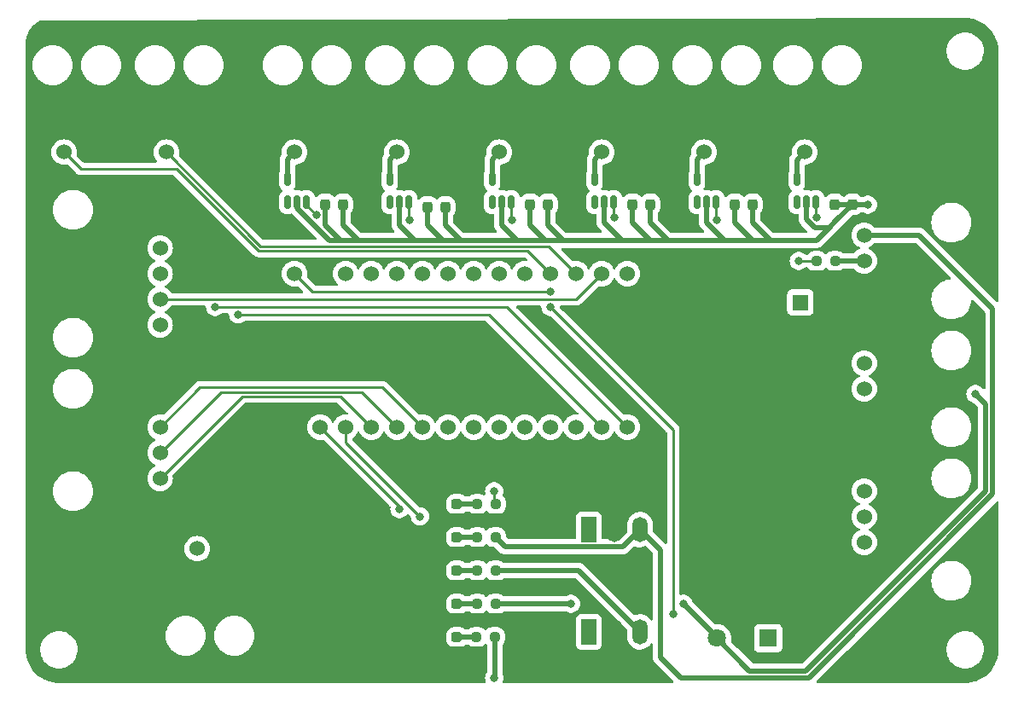
<source format=gtl>
G04 #@! TF.GenerationSoftware,KiCad,Pcbnew,7.0.7*
G04 #@! TF.CreationDate,2024-02-27T11:48:22-06:00*
G04 #@! TF.ProjectId,ControlBoard_Hardware,436f6e74-726f-46c4-926f-6172645f4861,rev?*
G04 #@! TF.SameCoordinates,Original*
G04 #@! TF.FileFunction,Copper,L1,Top*
G04 #@! TF.FilePolarity,Positive*
%FSLAX46Y46*%
G04 Gerber Fmt 4.6, Leading zero omitted, Abs format (unit mm)*
G04 Created by KiCad (PCBNEW 7.0.7) date 2024-02-27 11:48:22*
%MOMM*%
%LPD*%
G01*
G04 APERTURE LIST*
G04 Aperture macros list*
%AMRoundRect*
0 Rectangle with rounded corners*
0 $1 Rounding radius*
0 $2 $3 $4 $5 $6 $7 $8 $9 X,Y pos of 4 corners*
0 Add a 4 corners polygon primitive as box body*
4,1,4,$2,$3,$4,$5,$6,$7,$8,$9,$2,$3,0*
0 Add four circle primitives for the rounded corners*
1,1,$1+$1,$2,$3*
1,1,$1+$1,$4,$5*
1,1,$1+$1,$6,$7*
1,1,$1+$1,$8,$9*
0 Add four rect primitives between the rounded corners*
20,1,$1+$1,$2,$3,$4,$5,0*
20,1,$1+$1,$4,$5,$6,$7,0*
20,1,$1+$1,$6,$7,$8,$9,0*
20,1,$1+$1,$8,$9,$2,$3,0*%
G04 Aperture macros list end*
G04 #@! TA.AperFunction,SMDPad,CuDef*
%ADD10RoundRect,0.237500X0.237500X-0.300000X0.237500X0.300000X-0.237500X0.300000X-0.237500X-0.300000X0*%
G04 #@! TD*
G04 #@! TA.AperFunction,SMDPad,CuDef*
%ADD11RoundRect,0.150000X0.150000X-0.512500X0.150000X0.512500X-0.150000X0.512500X-0.150000X-0.512500X0*%
G04 #@! TD*
G04 #@! TA.AperFunction,ComponentPad*
%ADD12C,1.524000*%
G04 #@! TD*
G04 #@! TA.AperFunction,SMDPad,CuDef*
%ADD13RoundRect,0.237500X-0.287500X-0.237500X0.287500X-0.237500X0.287500X0.237500X-0.287500X0.237500X0*%
G04 #@! TD*
G04 #@! TA.AperFunction,SMDPad,CuDef*
%ADD14RoundRect,0.237500X0.250000X0.237500X-0.250000X0.237500X-0.250000X-0.237500X0.250000X-0.237500X0*%
G04 #@! TD*
G04 #@! TA.AperFunction,ComponentPad*
%ADD15R,1.800000X1.800000*%
G04 #@! TD*
G04 #@! TA.AperFunction,ComponentPad*
%ADD16C,1.800000*%
G04 #@! TD*
G04 #@! TA.AperFunction,ComponentPad*
%ADD17R,1.500000X2.500000*%
G04 #@! TD*
G04 #@! TA.AperFunction,ComponentPad*
%ADD18O,1.500000X2.500000*%
G04 #@! TD*
G04 #@! TA.AperFunction,SMDPad,CuDef*
%ADD19RoundRect,0.237500X-0.250000X-0.237500X0.250000X-0.237500X0.250000X0.237500X-0.250000X0.237500X0*%
G04 #@! TD*
G04 #@! TA.AperFunction,ComponentPad*
%ADD20R,1.600000X1.600000*%
G04 #@! TD*
G04 #@! TA.AperFunction,ComponentPad*
%ADD21C,1.600000*%
G04 #@! TD*
G04 #@! TA.AperFunction,ViaPad*
%ADD22C,0.800000*%
G04 #@! TD*
G04 #@! TA.AperFunction,Conductor*
%ADD23C,0.254000*%
G04 #@! TD*
G04 #@! TA.AperFunction,Conductor*
%ADD24C,0.508000*%
G04 #@! TD*
G04 APERTURE END LIST*
D10*
X148336000Y-54075500D03*
X148336000Y-52350500D03*
D11*
X152974000Y-53842500D03*
X153924000Y-53842500D03*
X154874000Y-53842500D03*
X154874000Y-51567500D03*
X152974000Y-51567500D03*
D12*
X173990000Y-48895000D03*
X176530000Y-48895000D03*
D13*
X157875000Y-90424000D03*
X159625000Y-90424000D03*
D12*
X130175000Y-81280000D03*
X130175000Y-78740000D03*
X130175000Y-76200000D03*
X130175000Y-73660000D03*
D14*
X163472500Y-90424000D03*
X161647500Y-90424000D03*
D12*
X184150000Y-48895000D03*
X186690000Y-48895000D03*
D13*
X157875000Y-87122000D03*
X159625000Y-87122000D03*
D12*
X200048500Y-69850000D03*
X200048500Y-72390000D03*
X200048500Y-74930000D03*
D14*
X163472500Y-83820000D03*
X161647500Y-83820000D03*
D10*
X197104000Y-54075500D03*
X197104000Y-52350500D03*
X178816000Y-54075500D03*
X178816000Y-52350500D03*
D15*
X190510000Y-97150000D03*
D16*
X187970000Y-97150000D03*
X185430000Y-97150000D03*
D14*
X163472500Y-93726000D03*
X161647500Y-93726000D03*
D10*
X198882000Y-54075500D03*
X198882000Y-52350500D03*
D12*
X163830000Y-48895000D03*
X166370000Y-48895000D03*
X130810000Y-48895000D03*
X133350000Y-48895000D03*
D11*
X173294000Y-53842500D03*
X174244000Y-53842500D03*
X175194000Y-53842500D03*
X175194000Y-51567500D03*
X173294000Y-51567500D03*
D12*
X200048500Y-82550000D03*
X200048500Y-85090000D03*
X200048500Y-87630000D03*
X200048500Y-90170000D03*
D10*
X146558000Y-54075500D03*
X146558000Y-52350500D03*
D17*
X172720000Y-96520000D03*
D18*
X175260000Y-96520000D03*
X177800000Y-96520000D03*
D10*
X187198000Y-54075500D03*
X187198000Y-52350500D03*
D11*
X142814000Y-53842500D03*
X143764000Y-53842500D03*
X144714000Y-53842500D03*
X144714000Y-51567500D03*
X142814000Y-51567500D03*
D10*
X168656000Y-54075500D03*
X168656000Y-52350500D03*
D12*
X120650000Y-48895000D03*
X123190000Y-48895000D03*
D17*
X172720000Y-86360000D03*
D18*
X175260000Y-86360000D03*
X177800000Y-86360000D03*
D12*
X143510000Y-48895000D03*
X146050000Y-48895000D03*
D19*
X195326000Y-59690000D03*
X197151000Y-59690000D03*
D10*
X158496000Y-54329500D03*
X158496000Y-52604500D03*
X156718000Y-54329500D03*
X156718000Y-52604500D03*
D13*
X157875000Y-83820000D03*
X159625000Y-83820000D03*
D11*
X183454000Y-53842500D03*
X184404000Y-53842500D03*
X185354000Y-53842500D03*
X185354000Y-51567500D03*
X183454000Y-51567500D03*
D10*
X188976000Y-54075500D03*
X188976000Y-52350500D03*
D13*
X157875000Y-93726000D03*
X159625000Y-93726000D03*
D10*
X177038000Y-54075500D03*
X177038000Y-52350500D03*
D13*
X157875000Y-97028000D03*
X159625000Y-97028000D03*
D14*
X163472500Y-87122000D03*
X161647500Y-87122000D03*
D12*
X200048500Y-57150000D03*
X200048500Y-59690000D03*
X200048500Y-62230000D03*
X194133698Y-48895000D03*
X196673698Y-48895000D03*
X130175000Y-66040000D03*
X130175000Y-63500000D03*
X130175000Y-60960000D03*
X130175000Y-58420000D03*
X130175000Y-55880000D03*
D11*
X163134000Y-53842500D03*
X164084000Y-53842500D03*
X165034000Y-53842500D03*
X165034000Y-51567500D03*
X163134000Y-51567500D03*
X193360000Y-53842500D03*
X194310000Y-53842500D03*
X195260000Y-53842500D03*
X195260000Y-51567500D03*
X193360000Y-51567500D03*
D20*
X193698500Y-63810000D03*
D21*
X193698500Y-67310000D03*
D12*
X136398000Y-88265000D03*
X133858000Y-88265000D03*
X146050000Y-76200000D03*
X148590000Y-76200000D03*
X151130000Y-76200000D03*
X153670000Y-76200000D03*
X156210000Y-76200000D03*
X158750000Y-76200000D03*
X161290000Y-76200000D03*
X163830000Y-76200000D03*
X166370000Y-76200000D03*
X168910000Y-76200000D03*
X171450000Y-76200000D03*
X173990000Y-76200000D03*
X176530000Y-76200000D03*
X176530000Y-60960000D03*
X173990000Y-60960000D03*
X171450000Y-60960000D03*
X168910000Y-60960000D03*
X166370000Y-60960000D03*
X163830000Y-60960000D03*
X161290000Y-60960000D03*
X158750000Y-60960000D03*
X156210000Y-60960000D03*
X153670000Y-60960000D03*
X151130000Y-60960000D03*
X143510000Y-76200000D03*
X146050000Y-60960000D03*
X148590000Y-60960000D03*
X143510000Y-60960000D03*
D14*
X163386500Y-97028000D03*
X161561500Y-97028000D03*
D12*
X153670000Y-48895000D03*
X156210000Y-48895000D03*
D10*
X166878000Y-54075500D03*
X166878000Y-52350500D03*
D22*
X163322000Y-70612000D03*
X197866000Y-75184000D03*
X205232000Y-99060000D03*
X159512000Y-67056000D03*
X197866000Y-62230000D03*
X199644000Y-99060000D03*
X181102000Y-94742000D03*
X168910000Y-62773500D03*
X168910000Y-64262000D03*
X153924000Y-84328000D03*
X155956000Y-85054500D03*
X182118000Y-93726000D03*
X211074000Y-72898000D03*
X170942000Y-93726000D03*
X200406000Y-54102000D03*
X135636000Y-64262000D03*
X137922000Y-64988500D03*
X193548000Y-59690000D03*
X163322000Y-101092000D03*
X195326000Y-55372000D03*
X185420000Y-55626000D03*
X175260000Y-55372000D03*
X165100000Y-55626000D03*
X154940000Y-55626000D03*
X145704948Y-55143100D03*
X163322000Y-82550000D03*
D23*
X181102000Y-76454000D02*
X181102000Y-94742000D01*
X143510000Y-60960000D02*
X145323500Y-62773500D01*
X168910000Y-64262000D02*
X181102000Y-76454000D01*
D24*
X177800000Y-96520000D02*
X171704000Y-90424000D01*
D23*
X145323500Y-62773500D02*
X168910000Y-62773500D01*
D24*
X171704000Y-90424000D02*
X163472500Y-90424000D01*
D23*
X153924000Y-84328000D02*
X153924000Y-84074000D01*
X153924000Y-84074000D02*
X146050000Y-76200000D01*
X155956000Y-85054500D02*
X148590000Y-77688500D01*
X148590000Y-77688500D02*
X148590000Y-76200000D01*
D24*
X158496000Y-54329500D02*
X158496000Y-56134000D01*
X190754000Y-57658000D02*
X188976000Y-57658000D01*
X149860000Y-57658000D02*
X148082000Y-57658000D01*
X156718000Y-56134000D02*
X158242000Y-57658000D01*
X174244000Y-53842500D02*
X174244000Y-55880000D01*
X153924000Y-56134000D02*
X155448000Y-57658000D01*
X197104000Y-54075500D02*
X198882000Y-54075500D01*
X160020000Y-57658000D02*
X158242000Y-57658000D01*
X178816000Y-54075500D02*
X178816000Y-55880000D01*
X178816000Y-55880000D02*
X180594000Y-57658000D01*
X194256000Y-100384000D02*
X212090000Y-82550000D01*
X158496000Y-56134000D02*
X160020000Y-57658000D01*
X187198000Y-55880000D02*
X188976000Y-57658000D01*
X177038000Y-54075500D02*
X177038000Y-55880000D01*
X164084000Y-53842500D02*
X164084000Y-56134000D01*
X153924000Y-53842500D02*
X153924000Y-56134000D01*
X184404000Y-53842500D02*
X184404000Y-55880000D01*
X212090000Y-82550000D02*
X212090000Y-73914000D01*
X148082000Y-57658000D02*
X147012815Y-57658000D01*
X164084000Y-56134000D02*
X165608000Y-57658000D01*
X198908500Y-54102000D02*
X198882000Y-54075500D01*
X147012815Y-57658000D02*
X143764000Y-54409185D01*
X180594000Y-57658000D02*
X178816000Y-57658000D01*
X188976000Y-57658000D02*
X186182000Y-57658000D01*
X155448000Y-57658000D02*
X149860000Y-57658000D01*
X195121011Y-56374750D02*
X196582750Y-56374750D01*
X168656000Y-54075500D02*
X168656000Y-56134000D01*
X166878000Y-56134000D02*
X168402000Y-57658000D01*
X184404000Y-55880000D02*
X186182000Y-57658000D01*
X198882000Y-54075500D02*
X197217750Y-55739750D01*
X185430000Y-97038000D02*
X182118000Y-93726000D01*
X166878000Y-54075500D02*
X166878000Y-56134000D01*
X156718000Y-54329500D02*
X156718000Y-56134000D01*
X178816000Y-57658000D02*
X176022000Y-57658000D01*
X158242000Y-57658000D02*
X155448000Y-57658000D01*
X187198000Y-54075500D02*
X187198000Y-55880000D01*
X168402000Y-57658000D02*
X165608000Y-57658000D01*
X188664000Y-100384000D02*
X194256000Y-100384000D01*
X200406000Y-54102000D02*
X198908500Y-54102000D01*
X197217750Y-55739750D02*
X196582750Y-56374750D01*
X185430000Y-97150000D02*
X188664000Y-100384000D01*
X168656000Y-56134000D02*
X170180000Y-57658000D01*
X185430000Y-97150000D02*
X185430000Y-97038000D01*
X188976000Y-55880000D02*
X190754000Y-57658000D01*
X143764000Y-54409185D02*
X143764000Y-53842500D01*
X146558000Y-56134000D02*
X148082000Y-57658000D01*
X188976000Y-54075500D02*
X188976000Y-55880000D01*
X170942000Y-93726000D02*
X163472500Y-93726000D01*
X174244000Y-55880000D02*
X176022000Y-57658000D01*
X177038000Y-55880000D02*
X178816000Y-57658000D01*
X196582750Y-56374750D02*
X195299500Y-57658000D01*
X148336000Y-54075500D02*
X148336000Y-56134000D01*
X212090000Y-73914000D02*
X211074000Y-72898000D01*
X194310000Y-55563739D02*
X195121011Y-56374750D01*
X186182000Y-57658000D02*
X180594000Y-57658000D01*
X148336000Y-56134000D02*
X149860000Y-57658000D01*
X146558000Y-54075500D02*
X146558000Y-56134000D01*
X176022000Y-57658000D02*
X170180000Y-57658000D01*
X170180000Y-57658000D02*
X168402000Y-57658000D01*
X195299500Y-57658000D02*
X190754000Y-57658000D01*
X194310000Y-53842500D02*
X194310000Y-55563739D01*
X165608000Y-57658000D02*
X160020000Y-57658000D01*
D23*
X171450000Y-63500000D02*
X130175000Y-63500000D01*
X173990000Y-60960000D02*
X171450000Y-63500000D01*
X164592000Y-64262000D02*
X135636000Y-64262000D01*
X164592000Y-64262000D02*
X176530000Y-76200000D01*
X120650000Y-48895000D02*
X122304526Y-50549526D01*
X166643000Y-58693000D02*
X168910000Y-60960000D01*
X122304526Y-50549526D02*
X131822474Y-50549526D01*
X139965948Y-58693000D02*
X166643000Y-58693000D01*
X131822474Y-50549526D02*
X139965948Y-58693000D01*
X162814000Y-65024000D02*
X137957500Y-65024000D01*
X162814000Y-65024000D02*
X173990000Y-76200000D01*
X137957500Y-65024000D02*
X137922000Y-64988500D01*
X148082000Y-73152000D02*
X151130000Y-76200000D01*
X138303000Y-73152000D02*
X130175000Y-81280000D01*
X148082000Y-73152000D02*
X138303000Y-73152000D01*
X136217000Y-72698000D02*
X130175000Y-78740000D01*
X150168000Y-72698000D02*
X153670000Y-76200000D01*
X150168000Y-72698000D02*
X136217000Y-72698000D01*
X193548000Y-59690000D02*
X195326000Y-59690000D01*
X152254000Y-72244000D02*
X156210000Y-76200000D01*
X134131000Y-72244000D02*
X130175000Y-76200000D01*
X152254000Y-72244000D02*
X134131000Y-72244000D01*
D24*
X161561500Y-97028000D02*
X159625000Y-97028000D01*
X161647500Y-90424000D02*
X159625000Y-90424000D01*
X142814000Y-49591000D02*
X143510000Y-48895000D01*
X142814000Y-51567500D02*
X142814000Y-49591000D01*
X152974000Y-49591000D02*
X153670000Y-48895000D01*
X152974000Y-51567500D02*
X152974000Y-49591000D01*
X163134000Y-51567500D02*
X163134000Y-49591000D01*
X163134000Y-49591000D02*
X163830000Y-48895000D01*
X173294000Y-49591000D02*
X173990000Y-48895000D01*
X173294000Y-51567500D02*
X173294000Y-49591000D01*
X183454000Y-51567500D02*
X183454000Y-49591000D01*
X183454000Y-49591000D02*
X184150000Y-48895000D01*
X212798000Y-82843264D02*
X194549264Y-101092000D01*
X176096000Y-88064000D02*
X164414500Y-88064000D01*
X164414500Y-88064000D02*
X163472500Y-87122000D01*
X205486782Y-57150000D02*
X212798000Y-64461218D01*
X202184000Y-57150000D02*
X205486782Y-57150000D01*
X179832000Y-99060000D02*
X179832000Y-88392000D01*
X177800000Y-86360000D02*
X176096000Y-88064000D01*
X179832000Y-88392000D02*
X177800000Y-86360000D01*
X194549264Y-101092000D02*
X181864000Y-101092000D01*
X200048500Y-57150000D02*
X202184000Y-57150000D01*
X181864000Y-101092000D02*
X179832000Y-99060000D01*
X212798000Y-64461218D02*
X212798000Y-82843264D01*
X197151000Y-59690000D02*
X200048500Y-59690000D01*
X193360000Y-51567500D02*
X193360000Y-49668698D01*
X193360000Y-49668698D02*
X194133698Y-48895000D01*
X159625000Y-93726000D02*
X161647500Y-93726000D01*
X161647500Y-83820000D02*
X159625000Y-83820000D01*
D23*
X130810000Y-48895000D02*
X140154000Y-58239000D01*
X140154000Y-58239000D02*
X168729000Y-58239000D01*
X168729000Y-58239000D02*
X171450000Y-60960000D01*
D24*
X163386500Y-101027500D02*
X163322000Y-101092000D01*
X163386500Y-97028000D02*
X163386500Y-101027500D01*
D23*
X195260000Y-55306000D02*
X195326000Y-55372000D01*
X195260000Y-53842500D02*
X195260000Y-55306000D01*
X185354000Y-55560000D02*
X185420000Y-55626000D01*
X185354000Y-53842500D02*
X185354000Y-55560000D01*
X175194000Y-53842500D02*
X175194000Y-55306000D01*
X175194000Y-55306000D02*
X175260000Y-55372000D01*
X165034000Y-55560000D02*
X165100000Y-55626000D01*
X165034000Y-53842500D02*
X165034000Y-55560000D01*
X154874000Y-53842500D02*
X154874000Y-55560000D01*
X154874000Y-55560000D02*
X154940000Y-55626000D01*
X144714000Y-53842500D02*
X144714000Y-54152152D01*
X144714000Y-54152152D02*
X145704948Y-55143100D01*
D24*
X159625000Y-87122000D02*
X161647500Y-87122000D01*
D23*
X163322000Y-82550000D02*
X163322000Y-83669500D01*
X163322000Y-83669500D02*
X163472500Y-83820000D01*
G04 #@! TA.AperFunction,Conductor*
G36*
X210207630Y-35568402D02*
G01*
X210407756Y-35579641D01*
X210413943Y-35580303D01*
X210532825Y-35599132D01*
X210577091Y-35606144D01*
X210661272Y-35620446D01*
X210761233Y-35637430D01*
X210766871Y-35638661D01*
X210919787Y-35679635D01*
X210932322Y-35682994D01*
X211106366Y-35733135D01*
X211111386Y-35734818D01*
X211273762Y-35797148D01*
X211439074Y-35865623D01*
X211443467Y-35867649D01*
X211599737Y-35947272D01*
X211755483Y-36033350D01*
X211759220Y-36035593D01*
X211907069Y-36131606D01*
X212001746Y-36198783D01*
X212051849Y-36234333D01*
X212054990Y-36236716D01*
X212191255Y-36347062D01*
X212193551Y-36349015D01*
X212324758Y-36466268D01*
X212327286Y-36468658D01*
X212451340Y-36592712D01*
X212453730Y-36595240D01*
X212570983Y-36726447D01*
X212572936Y-36728743D01*
X212683282Y-36865008D01*
X212685665Y-36868149D01*
X212788387Y-37012922D01*
X212863756Y-37128980D01*
X212884391Y-37160754D01*
X212886658Y-37164532D01*
X212972731Y-37320270D01*
X213002179Y-37378064D01*
X213052343Y-37476518D01*
X213054382Y-37480940D01*
X213122851Y-37646237D01*
X213185173Y-37808593D01*
X213186868Y-37813650D01*
X213237005Y-37987677D01*
X213281333Y-38153113D01*
X213282570Y-38158777D01*
X213313855Y-38342908D01*
X213339692Y-38506029D01*
X213340358Y-38512256D01*
X213352512Y-38728670D01*
X213359415Y-38860377D01*
X213359500Y-38863623D01*
X213359500Y-63656331D01*
X213339815Y-63723370D01*
X213287011Y-63769125D01*
X213217853Y-63779069D01*
X213154297Y-63750044D01*
X213147819Y-63744012D01*
X206065548Y-56661742D01*
X206053766Y-56648109D01*
X206050386Y-56643569D01*
X206039321Y-56628706D01*
X206039319Y-56628704D01*
X206039320Y-56628704D01*
X206011253Y-56605154D01*
X205999067Y-56594928D01*
X205995092Y-56591286D01*
X205989223Y-56585417D01*
X205989222Y-56585416D01*
X205989220Y-56585414D01*
X205963366Y-56564972D01*
X205904209Y-56515333D01*
X205898176Y-56511365D01*
X205898204Y-56511321D01*
X205891743Y-56507204D01*
X205891716Y-56507250D01*
X205885572Y-56503460D01*
X205815590Y-56470827D01*
X205746597Y-56436177D01*
X205739813Y-56433708D01*
X205739831Y-56433658D01*
X205732589Y-56431141D01*
X205732573Y-56431191D01*
X205725720Y-56428920D01*
X205650093Y-56413304D01*
X205574963Y-56395498D01*
X205567796Y-56394661D01*
X205567802Y-56394607D01*
X205560187Y-56393829D01*
X205560183Y-56393883D01*
X205552992Y-56393253D01*
X205475800Y-56395500D01*
X201125973Y-56395500D01*
X201058934Y-56375815D01*
X201024398Y-56342623D01*
X201019327Y-56335381D01*
X200960085Y-56276139D01*
X200863120Y-56179174D01*
X200863116Y-56179171D01*
X200863115Y-56179170D01*
X200682166Y-56052468D01*
X200682162Y-56052466D01*
X200669421Y-56046525D01*
X200481950Y-55959106D01*
X200481947Y-55959105D01*
X200481945Y-55959104D01*
X200268570Y-55901930D01*
X200268562Y-55901929D01*
X200048502Y-55882677D01*
X200048498Y-55882677D01*
X199828437Y-55901929D01*
X199828429Y-55901930D01*
X199615054Y-55959104D01*
X199615048Y-55959107D01*
X199414840Y-56052465D01*
X199414838Y-56052466D01*
X199233877Y-56179175D01*
X199077675Y-56335377D01*
X198950966Y-56516338D01*
X198950965Y-56516340D01*
X198857607Y-56716548D01*
X198857604Y-56716554D01*
X198800430Y-56929929D01*
X198800429Y-56929937D01*
X198781177Y-57149997D01*
X198781177Y-57150002D01*
X198800429Y-57370062D01*
X198800430Y-57370070D01*
X198857604Y-57583445D01*
X198857605Y-57583447D01*
X198857606Y-57583450D01*
X198867833Y-57605381D01*
X198950966Y-57783662D01*
X198950968Y-57783666D01*
X199077670Y-57964615D01*
X199077675Y-57964621D01*
X199233878Y-58120824D01*
X199233884Y-58120829D01*
X199414833Y-58247531D01*
X199414835Y-58247532D01*
X199414838Y-58247534D01*
X199515343Y-58294400D01*
X199543689Y-58307618D01*
X199596128Y-58353790D01*
X199615280Y-58420984D01*
X199595064Y-58487865D01*
X199543689Y-58532382D01*
X199414840Y-58592465D01*
X199414838Y-58592466D01*
X199233877Y-58719175D01*
X199077674Y-58875378D01*
X199072602Y-58882623D01*
X199018025Y-58926248D01*
X198971027Y-58935500D01*
X197979052Y-58935500D01*
X197912013Y-58915815D01*
X197891371Y-58899181D01*
X197861851Y-58869661D01*
X197861850Y-58869660D01*
X197715016Y-58779092D01*
X197551253Y-58724826D01*
X197551251Y-58724825D01*
X197450178Y-58714500D01*
X196851830Y-58714500D01*
X196851812Y-58714501D01*
X196750747Y-58724825D01*
X196586984Y-58779092D01*
X196586981Y-58779093D01*
X196440148Y-58869661D01*
X196326181Y-58983629D01*
X196264858Y-59017114D01*
X196195166Y-59012130D01*
X196150819Y-58983629D01*
X196036851Y-58869661D01*
X196036851Y-58869660D01*
X196036850Y-58869660D01*
X195890016Y-58779092D01*
X195726253Y-58724826D01*
X195726251Y-58724825D01*
X195625178Y-58714500D01*
X195026830Y-58714500D01*
X195026812Y-58714501D01*
X194925747Y-58724825D01*
X194761984Y-58779092D01*
X194761981Y-58779093D01*
X194615148Y-58869661D01*
X194493161Y-58991648D01*
X194493159Y-58991650D01*
X194493160Y-58991650D01*
X194485791Y-59003596D01*
X194433846Y-59050320D01*
X194380253Y-59062500D01*
X194249947Y-59062500D01*
X194182908Y-59042815D01*
X194157800Y-59021476D01*
X194153871Y-59017112D01*
X194153869Y-59017111D01*
X194153867Y-59017108D01*
X194153864Y-59017106D01*
X194000734Y-58905851D01*
X194000729Y-58905848D01*
X193827807Y-58828857D01*
X193827802Y-58828855D01*
X193682000Y-58797865D01*
X193642646Y-58789500D01*
X193453354Y-58789500D01*
X193420897Y-58796398D01*
X193268197Y-58828855D01*
X193268192Y-58828857D01*
X193095270Y-58905848D01*
X193095265Y-58905851D01*
X192942129Y-59017111D01*
X192815466Y-59157785D01*
X192720821Y-59321715D01*
X192720818Y-59321722D01*
X192666560Y-59488712D01*
X192662326Y-59501744D01*
X192642540Y-59690000D01*
X192662326Y-59878256D01*
X192662327Y-59878259D01*
X192720818Y-60058277D01*
X192720821Y-60058284D01*
X192815467Y-60222216D01*
X192848768Y-60259200D01*
X192942127Y-60362886D01*
X192942129Y-60362888D01*
X193095265Y-60474148D01*
X193095270Y-60474151D01*
X193268192Y-60551142D01*
X193268197Y-60551144D01*
X193453354Y-60590500D01*
X193453355Y-60590500D01*
X193642644Y-60590500D01*
X193642646Y-60590500D01*
X193827803Y-60551144D01*
X194000730Y-60474151D01*
X194153871Y-60362888D01*
X194157799Y-60358525D01*
X194217286Y-60321879D01*
X194249947Y-60317500D01*
X194380253Y-60317500D01*
X194447292Y-60337185D01*
X194485790Y-60376402D01*
X194493160Y-60388350D01*
X194615150Y-60510340D01*
X194761984Y-60600908D01*
X194925747Y-60655174D01*
X195026823Y-60665500D01*
X195625176Y-60665499D01*
X195625184Y-60665498D01*
X195625187Y-60665498D01*
X195680530Y-60659844D01*
X195726253Y-60655174D01*
X195890016Y-60600908D01*
X196036850Y-60510340D01*
X196150818Y-60396371D01*
X196212142Y-60362886D01*
X196281834Y-60367870D01*
X196326181Y-60396370D01*
X196440150Y-60510340D01*
X196586984Y-60600908D01*
X196750747Y-60655174D01*
X196851823Y-60665500D01*
X197450176Y-60665499D01*
X197450184Y-60665498D01*
X197450187Y-60665498D01*
X197505530Y-60659844D01*
X197551253Y-60655174D01*
X197715016Y-60600908D01*
X197861850Y-60510340D01*
X197891371Y-60480819D01*
X197952694Y-60447334D01*
X197979052Y-60444500D01*
X198971027Y-60444500D01*
X199038066Y-60464185D01*
X199072602Y-60497377D01*
X199077672Y-60504618D01*
X199077673Y-60504619D01*
X199077674Y-60504620D01*
X199233880Y-60660826D01*
X199233883Y-60660828D01*
X199233884Y-60660829D01*
X199414833Y-60787531D01*
X199414835Y-60787532D01*
X199414838Y-60787534D01*
X199615050Y-60880894D01*
X199828432Y-60938070D01*
X199985623Y-60951822D01*
X200048498Y-60957323D01*
X200048500Y-60957323D01*
X200048502Y-60957323D01*
X200103516Y-60952509D01*
X200268568Y-60938070D01*
X200481950Y-60880894D01*
X200682162Y-60787534D01*
X200863120Y-60660826D01*
X201019326Y-60504620D01*
X201146034Y-60323662D01*
X201239394Y-60123450D01*
X201296570Y-59910068D01*
X201315823Y-59690000D01*
X201296570Y-59469932D01*
X201239394Y-59256550D01*
X201146034Y-59056339D01*
X201040662Y-58905851D01*
X201019327Y-58875381D01*
X200972801Y-58828855D01*
X200863120Y-58719174D01*
X200863116Y-58719171D01*
X200863115Y-58719170D01*
X200682166Y-58592468D01*
X200682158Y-58592464D01*
X200553311Y-58532382D01*
X200500871Y-58486210D01*
X200481719Y-58419017D01*
X200501935Y-58352135D01*
X200553311Y-58307618D01*
X200581657Y-58294400D01*
X200682162Y-58247534D01*
X200863120Y-58120826D01*
X201019326Y-57964620D01*
X201024396Y-57957377D01*
X201078975Y-57913752D01*
X201125973Y-57904500D01*
X202095812Y-57904500D01*
X205122896Y-57904500D01*
X205189935Y-57924185D01*
X205210577Y-57940819D01*
X208590227Y-61320469D01*
X208623712Y-61381792D01*
X208618728Y-61451484D01*
X208576856Y-61507417D01*
X208511393Y-61531834D01*
X208402633Y-61539613D01*
X208126522Y-61599678D01*
X208126517Y-61599679D01*
X208126516Y-61599680D01*
X208062503Y-61623555D01*
X207861749Y-61698432D01*
X207861745Y-61698434D01*
X207613741Y-61833855D01*
X207613733Y-61833860D01*
X207387525Y-62003196D01*
X207387507Y-62003212D01*
X207187712Y-62203007D01*
X207187696Y-62203025D01*
X207018360Y-62429233D01*
X207018355Y-62429241D01*
X206882934Y-62677245D01*
X206882932Y-62677249D01*
X206784178Y-62942022D01*
X206724113Y-63218133D01*
X206703954Y-63499998D01*
X206703954Y-63500001D01*
X206724113Y-63781866D01*
X206784178Y-64057977D01*
X206784180Y-64057984D01*
X206812408Y-64133666D01*
X206882932Y-64322750D01*
X206882934Y-64322754D01*
X207018355Y-64570758D01*
X207018360Y-64570766D01*
X207187696Y-64796974D01*
X207187712Y-64796992D01*
X207387507Y-64996787D01*
X207387525Y-64996803D01*
X207613733Y-65166139D01*
X207613741Y-65166144D01*
X207861745Y-65301565D01*
X207861749Y-65301567D01*
X207861751Y-65301568D01*
X208126516Y-65400320D01*
X208264577Y-65430353D01*
X208402633Y-65460386D01*
X208402635Y-65460386D01*
X208402639Y-65460387D01*
X208613947Y-65475500D01*
X208755053Y-65475500D01*
X208966361Y-65460387D01*
X209242484Y-65400320D01*
X209507249Y-65301568D01*
X209755264Y-65166141D01*
X209981482Y-64996797D01*
X210181297Y-64796982D01*
X210350641Y-64570764D01*
X210486068Y-64322749D01*
X210584820Y-64057984D01*
X210644887Y-63781861D01*
X210652665Y-63673106D01*
X210677082Y-63607643D01*
X210733015Y-63565771D01*
X210802707Y-63560787D01*
X210864030Y-63594272D01*
X212007181Y-64737422D01*
X212040666Y-64798745D01*
X212043500Y-64825103D01*
X212043499Y-72313448D01*
X212023814Y-72380487D01*
X211971010Y-72426242D01*
X211901852Y-72436186D01*
X211838296Y-72407161D01*
X211812112Y-72375448D01*
X211806533Y-72365784D01*
X211679871Y-72225112D01*
X211679870Y-72225111D01*
X211526734Y-72113851D01*
X211526729Y-72113848D01*
X211353807Y-72036857D01*
X211353802Y-72036855D01*
X211208000Y-72005865D01*
X211168646Y-71997500D01*
X210979354Y-71997500D01*
X210946897Y-72004398D01*
X210794197Y-72036855D01*
X210794192Y-72036857D01*
X210621270Y-72113848D01*
X210621265Y-72113851D01*
X210468129Y-72225111D01*
X210341466Y-72365785D01*
X210246821Y-72529715D01*
X210246818Y-72529722D01*
X210220712Y-72610070D01*
X210188326Y-72709744D01*
X210168540Y-72898000D01*
X210188326Y-73086256D01*
X210188327Y-73086259D01*
X210246818Y-73266277D01*
X210246821Y-73266284D01*
X210341467Y-73430216D01*
X210393074Y-73487531D01*
X210468129Y-73570888D01*
X210621265Y-73682148D01*
X210621270Y-73682151D01*
X210794191Y-73759142D01*
X210794193Y-73759142D01*
X210794197Y-73759144D01*
X210852148Y-73771461D01*
X210913627Y-73804653D01*
X210914046Y-73805070D01*
X211299180Y-74190204D01*
X211332665Y-74251527D01*
X211335499Y-74277885D01*
X211335500Y-82186113D01*
X211315815Y-82253152D01*
X211299181Y-82273794D01*
X193979795Y-99593181D01*
X193918472Y-99626666D01*
X193892114Y-99629500D01*
X189027886Y-99629500D01*
X188960847Y-99609815D01*
X188940205Y-99593181D01*
X187444894Y-98097870D01*
X189109500Y-98097870D01*
X189109501Y-98097876D01*
X189115908Y-98157483D01*
X189166202Y-98292328D01*
X189166206Y-98292335D01*
X189252452Y-98407544D01*
X189252455Y-98407547D01*
X189367664Y-98493793D01*
X189367671Y-98493797D01*
X189502517Y-98544091D01*
X189502516Y-98544091D01*
X189509444Y-98544835D01*
X189562127Y-98550500D01*
X191457872Y-98550499D01*
X191517483Y-98544091D01*
X191652331Y-98493796D01*
X191767546Y-98407546D01*
X191853796Y-98292331D01*
X191904091Y-98157483D01*
X191910500Y-98097873D01*
X191910499Y-96202128D01*
X191904091Y-96142517D01*
X191894608Y-96117093D01*
X191853797Y-96007671D01*
X191853793Y-96007664D01*
X191767547Y-95892455D01*
X191767544Y-95892452D01*
X191652335Y-95806206D01*
X191652328Y-95806202D01*
X191517482Y-95755908D01*
X191517483Y-95755908D01*
X191457883Y-95749501D01*
X191457881Y-95749500D01*
X191457873Y-95749500D01*
X191457864Y-95749500D01*
X189562129Y-95749500D01*
X189562123Y-95749501D01*
X189502516Y-95755908D01*
X189367671Y-95806202D01*
X189367664Y-95806206D01*
X189252455Y-95892452D01*
X189252452Y-95892455D01*
X189166206Y-96007664D01*
X189166202Y-96007671D01*
X189115908Y-96142517D01*
X189109501Y-96202116D01*
X189109501Y-96202123D01*
X189109500Y-96202135D01*
X189109500Y-98097870D01*
X187444894Y-98097870D01*
X186848211Y-97501187D01*
X186814726Y-97439864D01*
X186815634Y-97386414D01*
X186815290Y-97386357D01*
X186815674Y-97384051D01*
X186815691Y-97383050D01*
X186816134Y-97381305D01*
X186821655Y-97314676D01*
X186835300Y-97150006D01*
X186835300Y-97149993D01*
X186816135Y-96918702D01*
X186816133Y-96918691D01*
X186759157Y-96693699D01*
X186665924Y-96481151D01*
X186538983Y-96286852D01*
X186538980Y-96286849D01*
X186538979Y-96286847D01*
X186381784Y-96116087D01*
X186381779Y-96116083D01*
X186381777Y-96116081D01*
X186198634Y-95973535D01*
X186198628Y-95973531D01*
X185994504Y-95863064D01*
X185994495Y-95863061D01*
X185774984Y-95787702D01*
X185573441Y-95754071D01*
X185546049Y-95749500D01*
X185313951Y-95749500D01*
X185286556Y-95754071D01*
X185217191Y-95745688D01*
X185178467Y-95719443D01*
X183028048Y-93569024D01*
X182997798Y-93519661D01*
X182945181Y-93357721D01*
X182945178Y-93357715D01*
X182933939Y-93338248D01*
X182850533Y-93193784D01*
X182723871Y-93053112D01*
X182723870Y-93053111D01*
X182570734Y-92941851D01*
X182570729Y-92941848D01*
X182397807Y-92864857D01*
X182397802Y-92864855D01*
X182252000Y-92833865D01*
X182212646Y-92825500D01*
X182023354Y-92825500D01*
X182023353Y-92825500D01*
X181879280Y-92856123D01*
X181809613Y-92850807D01*
X181753880Y-92808670D01*
X181729775Y-92743090D01*
X181729500Y-92734833D01*
X181729500Y-87630002D01*
X198781177Y-87630002D01*
X198800429Y-87850062D01*
X198800430Y-87850070D01*
X198857604Y-88063445D01*
X198857605Y-88063447D01*
X198857606Y-88063450D01*
X198873484Y-88097500D01*
X198950966Y-88263662D01*
X198950968Y-88263666D01*
X199077670Y-88444615D01*
X199077675Y-88444621D01*
X199233878Y-88600824D01*
X199233884Y-88600829D01*
X199414833Y-88727531D01*
X199414835Y-88727532D01*
X199414838Y-88727534D01*
X199615050Y-88820894D01*
X199828432Y-88878070D01*
X199985623Y-88891822D01*
X200048498Y-88897323D01*
X200048500Y-88897323D01*
X200048502Y-88897323D01*
X200103516Y-88892509D01*
X200268568Y-88878070D01*
X200481950Y-88820894D01*
X200682162Y-88727534D01*
X200863120Y-88600826D01*
X201019326Y-88444620D01*
X201146034Y-88263662D01*
X201239394Y-88063450D01*
X201296570Y-87850068D01*
X201315823Y-87630000D01*
X201296570Y-87409932D01*
X201239394Y-87196550D01*
X201146034Y-86996339D01*
X201019326Y-86815380D01*
X200863120Y-86659174D01*
X200863116Y-86659171D01*
X200863115Y-86659170D01*
X200682166Y-86532468D01*
X200682158Y-86532464D01*
X200553311Y-86472382D01*
X200500871Y-86426210D01*
X200481719Y-86359017D01*
X200501935Y-86292135D01*
X200553311Y-86247618D01*
X200559302Y-86244824D01*
X200682162Y-86187534D01*
X200863120Y-86060826D01*
X201019326Y-85904620D01*
X201146034Y-85723662D01*
X201239394Y-85523450D01*
X201296570Y-85310068D01*
X201315823Y-85090000D01*
X201296570Y-84869932D01*
X201239394Y-84656550D01*
X201146034Y-84456339D01*
X201019326Y-84275380D01*
X200863120Y-84119174D01*
X200863116Y-84119171D01*
X200863115Y-84119170D01*
X200682166Y-83992468D01*
X200682158Y-83992464D01*
X200553311Y-83932382D01*
X200500871Y-83886210D01*
X200481719Y-83819017D01*
X200501935Y-83752135D01*
X200553311Y-83707618D01*
X200559302Y-83704824D01*
X200682162Y-83647534D01*
X200863120Y-83520826D01*
X201019326Y-83364620D01*
X201146034Y-83183662D01*
X201239394Y-82983450D01*
X201296570Y-82770068D01*
X201315823Y-82550000D01*
X201296570Y-82329932D01*
X201239394Y-82116550D01*
X201146034Y-81916339D01*
X201040662Y-81765851D01*
X201019327Y-81735381D01*
X200972801Y-81688855D01*
X200863120Y-81579174D01*
X200863116Y-81579171D01*
X200863115Y-81579170D01*
X200682166Y-81452468D01*
X200682162Y-81452466D01*
X200682161Y-81452465D01*
X200481950Y-81359106D01*
X200481947Y-81359105D01*
X200481945Y-81359104D01*
X200268570Y-81301930D01*
X200268562Y-81301929D01*
X200048502Y-81282677D01*
X200048498Y-81282677D01*
X199828437Y-81301929D01*
X199828429Y-81301930D01*
X199615054Y-81359104D01*
X199615048Y-81359107D01*
X199414840Y-81452465D01*
X199414838Y-81452466D01*
X199233877Y-81579175D01*
X199077675Y-81735377D01*
X198950966Y-81916338D01*
X198950965Y-81916340D01*
X198857607Y-82116548D01*
X198857604Y-82116554D01*
X198800430Y-82329929D01*
X198800429Y-82329937D01*
X198781177Y-82549997D01*
X198781177Y-82550002D01*
X198800429Y-82770062D01*
X198800430Y-82770070D01*
X198857604Y-82983445D01*
X198857605Y-82983447D01*
X198857606Y-82983450D01*
X198926563Y-83131329D01*
X198950966Y-83183662D01*
X198950968Y-83183666D01*
X199077670Y-83364615D01*
X199077675Y-83364621D01*
X199233878Y-83520824D01*
X199233884Y-83520829D01*
X199414833Y-83647531D01*
X199414835Y-83647532D01*
X199414838Y-83647534D01*
X199534248Y-83703215D01*
X199543689Y-83707618D01*
X199596128Y-83753790D01*
X199615280Y-83820984D01*
X199595064Y-83887865D01*
X199543689Y-83932382D01*
X199414840Y-83992465D01*
X199414838Y-83992466D01*
X199233877Y-84119175D01*
X199077675Y-84275377D01*
X198950966Y-84456338D01*
X198950965Y-84456340D01*
X198857607Y-84656548D01*
X198857604Y-84656554D01*
X198800430Y-84869929D01*
X198800429Y-84869937D01*
X198781177Y-85089997D01*
X198781177Y-85090002D01*
X198800429Y-85310062D01*
X198800430Y-85310070D01*
X198857604Y-85523445D01*
X198857605Y-85523447D01*
X198857606Y-85523450D01*
X198909999Y-85635807D01*
X198950966Y-85723662D01*
X198950968Y-85723666D01*
X199077670Y-85904615D01*
X199077675Y-85904621D01*
X199233878Y-86060824D01*
X199233884Y-86060829D01*
X199414833Y-86187531D01*
X199414835Y-86187532D01*
X199414838Y-86187534D01*
X199465359Y-86211092D01*
X199543689Y-86247618D01*
X199596128Y-86293790D01*
X199615280Y-86360984D01*
X199595064Y-86427865D01*
X199543689Y-86472382D01*
X199414840Y-86532465D01*
X199414838Y-86532466D01*
X199233877Y-86659175D01*
X199077675Y-86815377D01*
X198950966Y-86996338D01*
X198950965Y-86996340D01*
X198857607Y-87196548D01*
X198857604Y-87196554D01*
X198800430Y-87409929D01*
X198800429Y-87409937D01*
X198781177Y-87629997D01*
X198781177Y-87630002D01*
X181729500Y-87630002D01*
X181729500Y-81280001D01*
X206703954Y-81280001D01*
X206724113Y-81561866D01*
X206768488Y-81765851D01*
X206784180Y-81837984D01*
X206841631Y-81992016D01*
X206882932Y-82102750D01*
X206882934Y-82102754D01*
X207018355Y-82350758D01*
X207018360Y-82350766D01*
X207187696Y-82576974D01*
X207187712Y-82576992D01*
X207387507Y-82776787D01*
X207387525Y-82776803D01*
X207613733Y-82946139D01*
X207613741Y-82946144D01*
X207861745Y-83081565D01*
X207861749Y-83081567D01*
X207861751Y-83081568D01*
X208126516Y-83180320D01*
X208264577Y-83210353D01*
X208402633Y-83240386D01*
X208402635Y-83240386D01*
X208402639Y-83240387D01*
X208613947Y-83255500D01*
X208755053Y-83255500D01*
X208966361Y-83240387D01*
X209242484Y-83180320D01*
X209507249Y-83081568D01*
X209755264Y-82946141D01*
X209981482Y-82776797D01*
X210181297Y-82576982D01*
X210350641Y-82350764D01*
X210486068Y-82102749D01*
X210584820Y-81837984D01*
X210644887Y-81561861D01*
X210665046Y-81280000D01*
X210644887Y-80998139D01*
X210584820Y-80722016D01*
X210486068Y-80457251D01*
X210350641Y-80209236D01*
X210350639Y-80209233D01*
X210181303Y-79983025D01*
X210181287Y-79983007D01*
X209981492Y-79783212D01*
X209981474Y-79783196D01*
X209755266Y-79613860D01*
X209755258Y-79613855D01*
X209507254Y-79478434D01*
X209507250Y-79478432D01*
X209406872Y-79440993D01*
X209242484Y-79379680D01*
X209242480Y-79379679D01*
X209242477Y-79379678D01*
X208966366Y-79319613D01*
X208755053Y-79304500D01*
X208613947Y-79304500D01*
X208402633Y-79319613D01*
X208126522Y-79379678D01*
X208126517Y-79379679D01*
X208126516Y-79379680D01*
X208062503Y-79403555D01*
X207861749Y-79478432D01*
X207861745Y-79478434D01*
X207613741Y-79613855D01*
X207613733Y-79613860D01*
X207387525Y-79783196D01*
X207387507Y-79783212D01*
X207187712Y-79983007D01*
X207187696Y-79983025D01*
X207018360Y-80209233D01*
X207018355Y-80209241D01*
X206882934Y-80457245D01*
X206882932Y-80457249D01*
X206784178Y-80722022D01*
X206724113Y-80998133D01*
X206703954Y-81279998D01*
X206703954Y-81280001D01*
X181729500Y-81280001D01*
X181729500Y-76536964D01*
X181731228Y-76521313D01*
X181730946Y-76521287D01*
X181731680Y-76513524D01*
X181729500Y-76444140D01*
X181729500Y-76414530D01*
X181729500Y-76414524D01*
X181728626Y-76407607D01*
X181728169Y-76401792D01*
X181727525Y-76381292D01*
X181726701Y-76355058D01*
X181721082Y-76335718D01*
X181717139Y-76316685D01*
X181714616Y-76296707D01*
X181697403Y-76253234D01*
X181695514Y-76247713D01*
X181682467Y-76202807D01*
X181680808Y-76200001D01*
X206703954Y-76200001D01*
X206724113Y-76481866D01*
X206780033Y-76738922D01*
X206784180Y-76757984D01*
X206812408Y-76833666D01*
X206882932Y-77022750D01*
X206882934Y-77022754D01*
X207018355Y-77270758D01*
X207018360Y-77270766D01*
X207187696Y-77496974D01*
X207187712Y-77496992D01*
X207387507Y-77696787D01*
X207387525Y-77696803D01*
X207613733Y-77866139D01*
X207613741Y-77866144D01*
X207861745Y-78001565D01*
X207861749Y-78001567D01*
X207861751Y-78001568D01*
X208126516Y-78100320D01*
X208264577Y-78130353D01*
X208402633Y-78160386D01*
X208402635Y-78160386D01*
X208402639Y-78160387D01*
X208613947Y-78175500D01*
X208755053Y-78175500D01*
X208966361Y-78160387D01*
X209242484Y-78100320D01*
X209507249Y-78001568D01*
X209755264Y-77866141D01*
X209981482Y-77696797D01*
X210181297Y-77496982D01*
X210350641Y-77270764D01*
X210486068Y-77022749D01*
X210584820Y-76757984D01*
X210644887Y-76481861D01*
X210665046Y-76200000D01*
X210644887Y-75918139D01*
X210584820Y-75642016D01*
X210486068Y-75377251D01*
X210405209Y-75229170D01*
X210350644Y-75129241D01*
X210350639Y-75129233D01*
X210181303Y-74903025D01*
X210181287Y-74903007D01*
X209981492Y-74703212D01*
X209981474Y-74703196D01*
X209755266Y-74533860D01*
X209755258Y-74533855D01*
X209507254Y-74398434D01*
X209507250Y-74398432D01*
X209378432Y-74350386D01*
X209242484Y-74299680D01*
X209242480Y-74299679D01*
X209242477Y-74299678D01*
X208966366Y-74239613D01*
X208755053Y-74224500D01*
X208613947Y-74224500D01*
X208402633Y-74239613D01*
X208126522Y-74299678D01*
X208126517Y-74299679D01*
X208126516Y-74299680D01*
X208062503Y-74323555D01*
X207861749Y-74398432D01*
X207861745Y-74398434D01*
X207613741Y-74533855D01*
X207613733Y-74533860D01*
X207387525Y-74703196D01*
X207387507Y-74703212D01*
X207187712Y-74903007D01*
X207187696Y-74903025D01*
X207018360Y-75129233D01*
X207018355Y-75129241D01*
X206882934Y-75377245D01*
X206882932Y-75377249D01*
X206784178Y-75642022D01*
X206724113Y-75918133D01*
X206703954Y-76199998D01*
X206703954Y-76200001D01*
X181680808Y-76200001D01*
X181672225Y-76185489D01*
X181663662Y-76168011D01*
X181656253Y-76149297D01*
X181656253Y-76149296D01*
X181628771Y-76111472D01*
X181625567Y-76106596D01*
X181601763Y-76066344D01*
X181601761Y-76066342D01*
X181601759Y-76066339D01*
X181587531Y-76052112D01*
X181574896Y-76037320D01*
X181563063Y-76021033D01*
X181563060Y-76021031D01*
X181563060Y-76021030D01*
X181563059Y-76021029D01*
X181527035Y-75991228D01*
X181522713Y-75987294D01*
X177925421Y-72390002D01*
X198781177Y-72390002D01*
X198800429Y-72610062D01*
X198800430Y-72610070D01*
X198857604Y-72823445D01*
X198857605Y-72823447D01*
X198857606Y-72823450D01*
X198891545Y-72896233D01*
X198950966Y-73023662D01*
X198950968Y-73023666D01*
X199077670Y-73204615D01*
X199077675Y-73204621D01*
X199233878Y-73360824D01*
X199233884Y-73360829D01*
X199414833Y-73487531D01*
X199414835Y-73487532D01*
X199414838Y-73487534D01*
X199615050Y-73580894D01*
X199828432Y-73638070D01*
X199985623Y-73651822D01*
X200048498Y-73657323D01*
X200048500Y-73657323D01*
X200048502Y-73657323D01*
X200103516Y-73652509D01*
X200268568Y-73638070D01*
X200481950Y-73580894D01*
X200682162Y-73487534D01*
X200863120Y-73360826D01*
X201019326Y-73204620D01*
X201146034Y-73023662D01*
X201239394Y-72823450D01*
X201296570Y-72610068D01*
X201315823Y-72390000D01*
X201296570Y-72169932D01*
X201239394Y-71956550D01*
X201146034Y-71756339D01*
X201048728Y-71617371D01*
X201019327Y-71575381D01*
X201011191Y-71567245D01*
X200863120Y-71419174D01*
X200863116Y-71419171D01*
X200863115Y-71419170D01*
X200682166Y-71292468D01*
X200682158Y-71292464D01*
X200553311Y-71232382D01*
X200500871Y-71186210D01*
X200481719Y-71119017D01*
X200501935Y-71052135D01*
X200553311Y-71007618D01*
X200559302Y-71004824D01*
X200682162Y-70947534D01*
X200863120Y-70820826D01*
X201019326Y-70664620D01*
X201146034Y-70483662D01*
X201239394Y-70283450D01*
X201296570Y-70070068D01*
X201315823Y-69850000D01*
X201296570Y-69629932D01*
X201239394Y-69416550D01*
X201146034Y-69216339D01*
X201019326Y-69035380D01*
X200863120Y-68879174D01*
X200863116Y-68879171D01*
X200863115Y-68879170D01*
X200682166Y-68752468D01*
X200682162Y-68752466D01*
X200682161Y-68752465D01*
X200481950Y-68659106D01*
X200481947Y-68659105D01*
X200481945Y-68659104D01*
X200268570Y-68601930D01*
X200268562Y-68601929D01*
X200048502Y-68582677D01*
X200048498Y-68582677D01*
X199828437Y-68601929D01*
X199828429Y-68601930D01*
X199615054Y-68659104D01*
X199615048Y-68659107D01*
X199414840Y-68752465D01*
X199414838Y-68752466D01*
X199233877Y-68879175D01*
X199077675Y-69035377D01*
X198950966Y-69216338D01*
X198950965Y-69216340D01*
X198857607Y-69416548D01*
X198857604Y-69416554D01*
X198800430Y-69629929D01*
X198800429Y-69629937D01*
X198781177Y-69849997D01*
X198781177Y-69850002D01*
X198800429Y-70070062D01*
X198800430Y-70070070D01*
X198857604Y-70283445D01*
X198857605Y-70283447D01*
X198857606Y-70283450D01*
X198925763Y-70429613D01*
X198950966Y-70483662D01*
X198950968Y-70483666D01*
X199077670Y-70664615D01*
X199077675Y-70664621D01*
X199233878Y-70820824D01*
X199233884Y-70820829D01*
X199414833Y-70947531D01*
X199414835Y-70947532D01*
X199414838Y-70947534D01*
X199534248Y-71003215D01*
X199543689Y-71007618D01*
X199596128Y-71053790D01*
X199615280Y-71120984D01*
X199595064Y-71187865D01*
X199543689Y-71232382D01*
X199414840Y-71292465D01*
X199414838Y-71292466D01*
X199233877Y-71419175D01*
X199077675Y-71575377D01*
X198950966Y-71756338D01*
X198950965Y-71756340D01*
X198857607Y-71956548D01*
X198857604Y-71956554D01*
X198800430Y-72169929D01*
X198800429Y-72169937D01*
X198781177Y-72389997D01*
X198781177Y-72390002D01*
X177925421Y-72390002D01*
X174115420Y-68580001D01*
X206703954Y-68580001D01*
X206724113Y-68861866D01*
X206784178Y-69137977D01*
X206784180Y-69137984D01*
X206845493Y-69302372D01*
X206882932Y-69402750D01*
X206882934Y-69402754D01*
X207018355Y-69650758D01*
X207018360Y-69650766D01*
X207187696Y-69876974D01*
X207187712Y-69876992D01*
X207387507Y-70076787D01*
X207387525Y-70076803D01*
X207613733Y-70246139D01*
X207613741Y-70246144D01*
X207861745Y-70381565D01*
X207861749Y-70381567D01*
X207861751Y-70381568D01*
X208126516Y-70480320D01*
X208264577Y-70510353D01*
X208402633Y-70540386D01*
X208402635Y-70540386D01*
X208402639Y-70540387D01*
X208613947Y-70555500D01*
X208755053Y-70555500D01*
X208966361Y-70540387D01*
X209242484Y-70480320D01*
X209507249Y-70381568D01*
X209755264Y-70246141D01*
X209981482Y-70076797D01*
X210181297Y-69876982D01*
X210350641Y-69650764D01*
X210486068Y-69402749D01*
X210584820Y-69137984D01*
X210644887Y-68861861D01*
X210665046Y-68580000D01*
X210644887Y-68298139D01*
X210584820Y-68022016D01*
X210486068Y-67757251D01*
X210350641Y-67509236D01*
X210350639Y-67509233D01*
X210181303Y-67283025D01*
X210181287Y-67283007D01*
X209981492Y-67083212D01*
X209981474Y-67083196D01*
X209755266Y-66913860D01*
X209755258Y-66913855D01*
X209507254Y-66778434D01*
X209507250Y-66778432D01*
X209406872Y-66740993D01*
X209242484Y-66679680D01*
X209242480Y-66679679D01*
X209242477Y-66679678D01*
X208966366Y-66619613D01*
X208755053Y-66604500D01*
X208613947Y-66604500D01*
X208402633Y-66619613D01*
X208126522Y-66679678D01*
X208126517Y-66679679D01*
X208126516Y-66679680D01*
X208062503Y-66703555D01*
X207861749Y-66778432D01*
X207861745Y-66778434D01*
X207613741Y-66913855D01*
X207613733Y-66913860D01*
X207387525Y-67083196D01*
X207387507Y-67083212D01*
X207187712Y-67283007D01*
X207187696Y-67283025D01*
X207018360Y-67509233D01*
X207018355Y-67509241D01*
X206882934Y-67757245D01*
X206882932Y-67757249D01*
X206784178Y-68022022D01*
X206724113Y-68298133D01*
X206703954Y-68579998D01*
X206703954Y-68580001D01*
X174115420Y-68580001D01*
X170193289Y-64657870D01*
X192398000Y-64657870D01*
X192398001Y-64657876D01*
X192404408Y-64717483D01*
X192454702Y-64852328D01*
X192454706Y-64852335D01*
X192540952Y-64967544D01*
X192540955Y-64967547D01*
X192656164Y-65053793D01*
X192656171Y-65053797D01*
X192791017Y-65104091D01*
X192791016Y-65104091D01*
X192797944Y-65104835D01*
X192850627Y-65110500D01*
X194546372Y-65110499D01*
X194605983Y-65104091D01*
X194740831Y-65053796D01*
X194856046Y-64967546D01*
X194942296Y-64852331D01*
X194992591Y-64717483D01*
X194999000Y-64657873D01*
X194998999Y-62962128D01*
X194992591Y-62902517D01*
X194981395Y-62872500D01*
X194942297Y-62767671D01*
X194942293Y-62767664D01*
X194856047Y-62652455D01*
X194856044Y-62652452D01*
X194740835Y-62566206D01*
X194740828Y-62566202D01*
X194605982Y-62515908D01*
X194605983Y-62515908D01*
X194546383Y-62509501D01*
X194546381Y-62509500D01*
X194546373Y-62509500D01*
X194546364Y-62509500D01*
X192850629Y-62509500D01*
X192850623Y-62509501D01*
X192791016Y-62515908D01*
X192656171Y-62566202D01*
X192656164Y-62566206D01*
X192540955Y-62652452D01*
X192540952Y-62652455D01*
X192454706Y-62767664D01*
X192454702Y-62767671D01*
X192404408Y-62902517D01*
X192398001Y-62962116D01*
X192398001Y-62962123D01*
X192398000Y-62962135D01*
X192398000Y-64657870D01*
X170193289Y-64657870D01*
X169874600Y-64339181D01*
X169841115Y-64277858D01*
X169846099Y-64208166D01*
X169887971Y-64152233D01*
X169953435Y-64127816D01*
X169962281Y-64127500D01*
X171367033Y-64127500D01*
X171382681Y-64129227D01*
X171382708Y-64128946D01*
X171390475Y-64129680D01*
X171390476Y-64129679D01*
X171390477Y-64129680D01*
X171459860Y-64127500D01*
X171489476Y-64127500D01*
X171496378Y-64126627D01*
X171502190Y-64126169D01*
X171548943Y-64124701D01*
X171568272Y-64119084D01*
X171587328Y-64115137D01*
X171607293Y-64112616D01*
X171650770Y-64095401D01*
X171656276Y-64093516D01*
X171701191Y-64080468D01*
X171718515Y-64070221D01*
X171735983Y-64061663D01*
X171754703Y-64054253D01*
X171792542Y-64026759D01*
X171797391Y-64023574D01*
X171837656Y-63999763D01*
X171851897Y-63985520D01*
X171866678Y-63972897D01*
X171882967Y-63961063D01*
X171882969Y-63961059D01*
X171882971Y-63961059D01*
X171894845Y-63946703D01*
X171912776Y-63925028D01*
X171916689Y-63920728D01*
X173608435Y-62228982D01*
X173669756Y-62195499D01*
X173728207Y-62196890D01*
X173734414Y-62198553D01*
X173769932Y-62208070D01*
X173927123Y-62221822D01*
X173989998Y-62227323D01*
X173990000Y-62227323D01*
X173990002Y-62227323D01*
X174045016Y-62222509D01*
X174210068Y-62208070D01*
X174423450Y-62150894D01*
X174623662Y-62057534D01*
X174804620Y-61930826D01*
X174960826Y-61774620D01*
X175087534Y-61593662D01*
X175147617Y-61464811D01*
X175193790Y-61412371D01*
X175260983Y-61393219D01*
X175327865Y-61413435D01*
X175372382Y-61464811D01*
X175432464Y-61593658D01*
X175432468Y-61593666D01*
X175559170Y-61774615D01*
X175559174Y-61774620D01*
X175715380Y-61930826D01*
X175715382Y-61930827D01*
X175715384Y-61930829D01*
X175896333Y-62057531D01*
X175896335Y-62057532D01*
X175896338Y-62057534D01*
X176096550Y-62150894D01*
X176309932Y-62208070D01*
X176467123Y-62221822D01*
X176529998Y-62227323D01*
X176530000Y-62227323D01*
X176530002Y-62227323D01*
X176585016Y-62222509D01*
X176750068Y-62208070D01*
X176963450Y-62150894D01*
X177163662Y-62057534D01*
X177344620Y-61930826D01*
X177500826Y-61774620D01*
X177627534Y-61593662D01*
X177720894Y-61393450D01*
X177778070Y-61180068D01*
X177797323Y-60960000D01*
X177778070Y-60739932D01*
X177720894Y-60526550D01*
X177627534Y-60326339D01*
X177500826Y-60145380D01*
X177344620Y-59989174D01*
X177344616Y-59989171D01*
X177344615Y-59989170D01*
X177163666Y-59862468D01*
X177163662Y-59862466D01*
X177163658Y-59862464D01*
X176963450Y-59769106D01*
X176963447Y-59769105D01*
X176963445Y-59769104D01*
X176750070Y-59711930D01*
X176750062Y-59711929D01*
X176530002Y-59692677D01*
X176529998Y-59692677D01*
X176309937Y-59711929D01*
X176309929Y-59711930D01*
X176096554Y-59769104D01*
X176096548Y-59769107D01*
X175896340Y-59862465D01*
X175896338Y-59862466D01*
X175715377Y-59989175D01*
X175559175Y-60145377D01*
X175432466Y-60326338D01*
X175432465Y-60326340D01*
X175372382Y-60455189D01*
X175326209Y-60507628D01*
X175259016Y-60526780D01*
X175192135Y-60506564D01*
X175147618Y-60455189D01*
X175102543Y-60358526D01*
X175087534Y-60326339D01*
X174960826Y-60145380D01*
X174804620Y-59989174D01*
X174804616Y-59989171D01*
X174804615Y-59989170D01*
X174623666Y-59862468D01*
X174623662Y-59862466D01*
X174623658Y-59862464D01*
X174423450Y-59769106D01*
X174423447Y-59769105D01*
X174423445Y-59769104D01*
X174210070Y-59711930D01*
X174210062Y-59711929D01*
X173990002Y-59692677D01*
X173989998Y-59692677D01*
X173769937Y-59711929D01*
X173769929Y-59711930D01*
X173556554Y-59769104D01*
X173556548Y-59769107D01*
X173356340Y-59862465D01*
X173356338Y-59862466D01*
X173175377Y-59989175D01*
X173019175Y-60145377D01*
X172892466Y-60326338D01*
X172892465Y-60326340D01*
X172832382Y-60455189D01*
X172786209Y-60507628D01*
X172719016Y-60526780D01*
X172652135Y-60506564D01*
X172607618Y-60455189D01*
X172562543Y-60358526D01*
X172547534Y-60326339D01*
X172420826Y-60145380D01*
X172264620Y-59989174D01*
X172264616Y-59989171D01*
X172264615Y-59989170D01*
X172083666Y-59862468D01*
X172083662Y-59862466D01*
X172083658Y-59862464D01*
X171883450Y-59769106D01*
X171883447Y-59769105D01*
X171883445Y-59769104D01*
X171670070Y-59711930D01*
X171670062Y-59711929D01*
X171450002Y-59692677D01*
X171449998Y-59692677D01*
X171229938Y-59711929D01*
X171229933Y-59711929D01*
X171229932Y-59711930D01*
X171229929Y-59711930D01*
X171229928Y-59711931D01*
X171188205Y-59723110D01*
X171118356Y-59721445D01*
X171068434Y-59691015D01*
X170001600Y-58624181D01*
X169968115Y-58562858D01*
X169973099Y-58493166D01*
X170014971Y-58437233D01*
X170080435Y-58412816D01*
X170089281Y-58412500D01*
X170090252Y-58412500D01*
X170106595Y-58414169D01*
X170106600Y-58414116D01*
X170113789Y-58414745D01*
X170113792Y-58414744D01*
X170113793Y-58414745D01*
X170190947Y-58412500D01*
X175932247Y-58412500D01*
X175948594Y-58414170D01*
X175948599Y-58414117D01*
X175955789Y-58414746D01*
X175955793Y-58414745D01*
X175955794Y-58414746D01*
X176032982Y-58412500D01*
X178726247Y-58412500D01*
X178742594Y-58414170D01*
X178742599Y-58414117D01*
X178749789Y-58414746D01*
X178749793Y-58414745D01*
X178749794Y-58414746D01*
X178826982Y-58412500D01*
X180504247Y-58412500D01*
X180520594Y-58414170D01*
X180520599Y-58414117D01*
X180527789Y-58414746D01*
X180527793Y-58414745D01*
X180527794Y-58414746D01*
X180604982Y-58412500D01*
X186092247Y-58412500D01*
X186108594Y-58414170D01*
X186108599Y-58414117D01*
X186115789Y-58414746D01*
X186115793Y-58414745D01*
X186115794Y-58414746D01*
X186192982Y-58412500D01*
X188886247Y-58412500D01*
X188902594Y-58414170D01*
X188902599Y-58414117D01*
X188909789Y-58414746D01*
X188909793Y-58414745D01*
X188909794Y-58414746D01*
X188986982Y-58412500D01*
X190664247Y-58412500D01*
X190680594Y-58414170D01*
X190680599Y-58414117D01*
X190687789Y-58414746D01*
X190687793Y-58414745D01*
X190687794Y-58414746D01*
X190764982Y-58412500D01*
X195235500Y-58412500D01*
X195253469Y-58413809D01*
X195258850Y-58414596D01*
X195277406Y-58417315D01*
X195329748Y-58412735D01*
X195335149Y-58412500D01*
X195343434Y-58412500D01*
X195343441Y-58412500D01*
X195376174Y-58408674D01*
X195453112Y-58401943D01*
X195453115Y-58401941D01*
X195460193Y-58400481D01*
X195460204Y-58400535D01*
X195467663Y-58398881D01*
X195467651Y-58398827D01*
X195474678Y-58397160D01*
X195474684Y-58397160D01*
X195529100Y-58377354D01*
X195547240Y-58370752D01*
X195620534Y-58346465D01*
X195627081Y-58343412D01*
X195627104Y-58343462D01*
X195633998Y-58340125D01*
X195633973Y-58340075D01*
X195640416Y-58336838D01*
X195640424Y-58336836D01*
X195684847Y-58307618D01*
X195704943Y-58294401D01*
X195734551Y-58276138D01*
X195770654Y-58253870D01*
X195770659Y-58253864D01*
X195776323Y-58249387D01*
X195776357Y-58249430D01*
X195782282Y-58244604D01*
X195782247Y-58244562D01*
X195787783Y-58239916D01*
X195787782Y-58239916D01*
X195787785Y-58239915D01*
X195840771Y-58183752D01*
X197052798Y-56971724D01*
X197065531Y-56961353D01*
X197065497Y-56961312D01*
X197071033Y-56956666D01*
X197071032Y-56956666D01*
X197071035Y-56956665D01*
X197124021Y-56900502D01*
X197147333Y-56877191D01*
X197147333Y-56877190D01*
X197164770Y-56859754D01*
X197164771Y-56859751D01*
X197782333Y-56242191D01*
X198144522Y-55880001D01*
X206703954Y-55880001D01*
X206724113Y-56161866D01*
X206784178Y-56437977D01*
X206784180Y-56437984D01*
X206841355Y-56591276D01*
X206882932Y-56702750D01*
X206882934Y-56702754D01*
X207018355Y-56950758D01*
X207018360Y-56950766D01*
X207187696Y-57176974D01*
X207187712Y-57176992D01*
X207387507Y-57376787D01*
X207387525Y-57376803D01*
X207613733Y-57546139D01*
X207613741Y-57546144D01*
X207861745Y-57681565D01*
X207861749Y-57681567D01*
X207861751Y-57681568D01*
X208126516Y-57780320D01*
X208264577Y-57810353D01*
X208402633Y-57840386D01*
X208402635Y-57840386D01*
X208402639Y-57840387D01*
X208613947Y-57855500D01*
X208755053Y-57855500D01*
X208966361Y-57840387D01*
X209242484Y-57780320D01*
X209507249Y-57681568D01*
X209755264Y-57546141D01*
X209981482Y-57376797D01*
X210181297Y-57176982D01*
X210350641Y-56950764D01*
X210486068Y-56702749D01*
X210584820Y-56437984D01*
X210644369Y-56164241D01*
X210644886Y-56161866D01*
X210644886Y-56161865D01*
X210644887Y-56161861D01*
X210665046Y-55880000D01*
X210644887Y-55598139D01*
X210643982Y-55593980D01*
X210608909Y-55432750D01*
X210584820Y-55322016D01*
X210486068Y-55057251D01*
X210481512Y-55048908D01*
X210350644Y-54809241D01*
X210350639Y-54809233D01*
X210181303Y-54583025D01*
X210181287Y-54583007D01*
X209981492Y-54383212D01*
X209981474Y-54383196D01*
X209755266Y-54213860D01*
X209755258Y-54213855D01*
X209507254Y-54078434D01*
X209507250Y-54078432D01*
X209406872Y-54040993D01*
X209242484Y-53979680D01*
X209242480Y-53979679D01*
X209242477Y-53979678D01*
X208966366Y-53919613D01*
X208755053Y-53904500D01*
X208613947Y-53904500D01*
X208402633Y-53919613D01*
X208126522Y-53979678D01*
X208126517Y-53979679D01*
X208126516Y-53979680D01*
X208062503Y-54003555D01*
X207861749Y-54078432D01*
X207861745Y-54078434D01*
X207613741Y-54213855D01*
X207613733Y-54213860D01*
X207387525Y-54383196D01*
X207387507Y-54383212D01*
X207187712Y-54583007D01*
X207187696Y-54583025D01*
X207018360Y-54809233D01*
X207018355Y-54809241D01*
X206882934Y-55057245D01*
X206882932Y-55057249D01*
X206784178Y-55322022D01*
X206724113Y-55598133D01*
X206703954Y-55879998D01*
X206703954Y-55880001D01*
X198144522Y-55880001D01*
X198874705Y-55149817D01*
X198936028Y-55116333D01*
X198962386Y-55113499D01*
X199168670Y-55113499D01*
X199168676Y-55113499D01*
X199269753Y-55103174D01*
X199433516Y-55048908D01*
X199580350Y-54958340D01*
X199645871Y-54892818D01*
X199707194Y-54859334D01*
X199733552Y-54856500D01*
X199872169Y-54856500D01*
X199939208Y-54876185D01*
X199945056Y-54880183D01*
X199953269Y-54886150D01*
X199953270Y-54886151D01*
X200126192Y-54963142D01*
X200126197Y-54963144D01*
X200311354Y-55002500D01*
X200311355Y-55002500D01*
X200500644Y-55002500D01*
X200500646Y-55002500D01*
X200685803Y-54963144D01*
X200858730Y-54886151D01*
X201011871Y-54774888D01*
X201138533Y-54634216D01*
X201233179Y-54470284D01*
X201291674Y-54290256D01*
X201311460Y-54102000D01*
X201291674Y-53913744D01*
X201233179Y-53733716D01*
X201138533Y-53569784D01*
X201011871Y-53429112D01*
X201007540Y-53425965D01*
X200858734Y-53317851D01*
X200858729Y-53317848D01*
X200685807Y-53240857D01*
X200685802Y-53240855D01*
X200540000Y-53209865D01*
X200500646Y-53201500D01*
X200311354Y-53201500D01*
X200278897Y-53208398D01*
X200126197Y-53240855D01*
X200126192Y-53240857D01*
X199953270Y-53317848D01*
X199953269Y-53317849D01*
X199945056Y-53323817D01*
X199879250Y-53347298D01*
X199872169Y-53347500D01*
X199786552Y-53347500D01*
X199719513Y-53327815D01*
X199698871Y-53311181D01*
X199580351Y-53192661D01*
X199580350Y-53192660D01*
X199489129Y-53136395D01*
X199433518Y-53102093D01*
X199433513Y-53102091D01*
X199432069Y-53101612D01*
X199269753Y-53047826D01*
X199269751Y-53047825D01*
X199168678Y-53037500D01*
X198595330Y-53037500D01*
X198595312Y-53037501D01*
X198494247Y-53047825D01*
X198330484Y-53102092D01*
X198330481Y-53102093D01*
X198183648Y-53192661D01*
X198091629Y-53284681D01*
X198030306Y-53318166D01*
X198003948Y-53321000D01*
X197982052Y-53321000D01*
X197915013Y-53301315D01*
X197894371Y-53284681D01*
X197802351Y-53192661D01*
X197802350Y-53192661D01*
X197802350Y-53192660D01*
X197711129Y-53136395D01*
X197655518Y-53102093D01*
X197655513Y-53102091D01*
X197654069Y-53101612D01*
X197491753Y-53047826D01*
X197491751Y-53047825D01*
X197390678Y-53037500D01*
X196817330Y-53037500D01*
X196817312Y-53037501D01*
X196716247Y-53047825D01*
X196552484Y-53102092D01*
X196552481Y-53102093D01*
X196405648Y-53192661D01*
X196283661Y-53314648D01*
X196280380Y-53318798D01*
X196223355Y-53359171D01*
X196153556Y-53362306D01*
X196093143Y-53327206D01*
X196061295Y-53265017D01*
X196059501Y-53251615D01*
X196057598Y-53227431D01*
X196050064Y-53201500D01*
X196011745Y-53069606D01*
X196011744Y-53069603D01*
X196011744Y-53069602D01*
X195928081Y-52928135D01*
X195928079Y-52928133D01*
X195928076Y-52928129D01*
X195811870Y-52811923D01*
X195811862Y-52811917D01*
X195675638Y-52731355D01*
X195670398Y-52728256D01*
X195670397Y-52728255D01*
X195670396Y-52728255D01*
X195670393Y-52728254D01*
X195512573Y-52682402D01*
X195512567Y-52682401D01*
X195475696Y-52679500D01*
X195475694Y-52679500D01*
X195044306Y-52679500D01*
X195044304Y-52679500D01*
X195007432Y-52682401D01*
X195007426Y-52682402D01*
X194849607Y-52728254D01*
X194849591Y-52728260D01*
X194848108Y-52729138D01*
X194846795Y-52729470D01*
X194842441Y-52731355D01*
X194842136Y-52730652D01*
X194780382Y-52746313D01*
X194727766Y-52730861D01*
X194727554Y-52731353D01*
X194723574Y-52729630D01*
X194721883Y-52729134D01*
X194720398Y-52728256D01*
X194720393Y-52728254D01*
X194562573Y-52682402D01*
X194562567Y-52682401D01*
X194525696Y-52679500D01*
X194525694Y-52679500D01*
X194127895Y-52679500D01*
X194060856Y-52659815D01*
X194015101Y-52607011D01*
X194005157Y-52537853D01*
X194025671Y-52489503D01*
X194024110Y-52488580D01*
X194038026Y-52465048D01*
X194111744Y-52340398D01*
X194157598Y-52182569D01*
X194160500Y-52145694D01*
X194160500Y-50989306D01*
X194157598Y-50952431D01*
X194119421Y-50821029D01*
X194114499Y-50786448D01*
X194114500Y-50277627D01*
X194134185Y-50210587D01*
X194186989Y-50164833D01*
X194227690Y-50154099D01*
X194353766Y-50143070D01*
X194567148Y-50085894D01*
X194767360Y-49992534D01*
X194948318Y-49865826D01*
X195104524Y-49709620D01*
X195231232Y-49528662D01*
X195324592Y-49328450D01*
X195381768Y-49115068D01*
X195401021Y-48895000D01*
X195381768Y-48674932D01*
X195324592Y-48461550D01*
X195231232Y-48261339D01*
X195104524Y-48080380D01*
X194948318Y-47924174D01*
X194948314Y-47924171D01*
X194948313Y-47924170D01*
X194767364Y-47797468D01*
X194767360Y-47797466D01*
X194767360Y-47797465D01*
X194567148Y-47704106D01*
X194567145Y-47704105D01*
X194567143Y-47704104D01*
X194353768Y-47646930D01*
X194353760Y-47646929D01*
X194133700Y-47627677D01*
X194133696Y-47627677D01*
X193913635Y-47646929D01*
X193913627Y-47646930D01*
X193700252Y-47704104D01*
X193700246Y-47704107D01*
X193500038Y-47797465D01*
X193500036Y-47797466D01*
X193319075Y-47924175D01*
X193162873Y-48080377D01*
X193036164Y-48261338D01*
X193036163Y-48261340D01*
X192942805Y-48461548D01*
X192942802Y-48461554D01*
X192885628Y-48674929D01*
X192885627Y-48674937D01*
X192866375Y-48894997D01*
X192866374Y-48895002D01*
X192876905Y-49015378D01*
X192863138Y-49083878D01*
X192843037Y-49110367D01*
X192843347Y-49110628D01*
X192804939Y-49156398D01*
X192801295Y-49160376D01*
X192795419Y-49166253D01*
X192774972Y-49192112D01*
X192725334Y-49251268D01*
X192721366Y-49257303D01*
X192721322Y-49257274D01*
X192717209Y-49263729D01*
X192717254Y-49263757D01*
X192713459Y-49269909D01*
X192680827Y-49339889D01*
X192646176Y-49408886D01*
X192643704Y-49415677D01*
X192643655Y-49415659D01*
X192641141Y-49422891D01*
X192641191Y-49422908D01*
X192638920Y-49429760D01*
X192623304Y-49505386D01*
X192605498Y-49580516D01*
X192604661Y-49587685D01*
X192604607Y-49587678D01*
X192603830Y-49595294D01*
X192603883Y-49595299D01*
X192603253Y-49602488D01*
X192605500Y-49679679D01*
X192605500Y-50786441D01*
X192600576Y-50821036D01*
X192562402Y-50952426D01*
X192562401Y-50952432D01*
X192559500Y-50989304D01*
X192559500Y-52145696D01*
X192562401Y-52182567D01*
X192562402Y-52182573D01*
X192608254Y-52340393D01*
X192608255Y-52340396D01*
X192691917Y-52481862D01*
X192691923Y-52481870D01*
X192808132Y-52598079D01*
X192808134Y-52598080D01*
X192808135Y-52598081D01*
X192808445Y-52598264D01*
X192808638Y-52598470D01*
X192814298Y-52602861D01*
X192813589Y-52603773D01*
X192856130Y-52649330D01*
X192868638Y-52718071D01*
X192841996Y-52782662D01*
X192814079Y-52806856D01*
X192814298Y-52807139D01*
X192809117Y-52811157D01*
X192808467Y-52811721D01*
X192808145Y-52811911D01*
X192808129Y-52811923D01*
X192691923Y-52928129D01*
X192691917Y-52928137D01*
X192608255Y-53069603D01*
X192608254Y-53069606D01*
X192562402Y-53227426D01*
X192562401Y-53227432D01*
X192559500Y-53264304D01*
X192559500Y-54420696D01*
X192562401Y-54457567D01*
X192562402Y-54457573D01*
X192608254Y-54615393D01*
X192608255Y-54615396D01*
X192608256Y-54615398D01*
X192691918Y-54756864D01*
X192691923Y-54756870D01*
X192808129Y-54873076D01*
X192808133Y-54873079D01*
X192808135Y-54873081D01*
X192949602Y-54956744D01*
X192971624Y-54963142D01*
X193107426Y-55002597D01*
X193107429Y-55002597D01*
X193107431Y-55002598D01*
X193119722Y-55003565D01*
X193144304Y-55005500D01*
X193144306Y-55005500D01*
X193431500Y-55005500D01*
X193498539Y-55025185D01*
X193544294Y-55077989D01*
X193555500Y-55129500D01*
X193555500Y-55499739D01*
X193554191Y-55517708D01*
X193550684Y-55541647D01*
X193555264Y-55593980D01*
X193555500Y-55599387D01*
X193555500Y-55607685D01*
X193559325Y-55640413D01*
X193566056Y-55717349D01*
X193567516Y-55724416D01*
X193567464Y-55724426D01*
X193569123Y-55731906D01*
X193569174Y-55731894D01*
X193570839Y-55738919D01*
X193570839Y-55738921D01*
X193570840Y-55738923D01*
X193573730Y-55746863D01*
X193597247Y-55811479D01*
X193621535Y-55884773D01*
X193624586Y-55891314D01*
X193624536Y-55891337D01*
X193627876Y-55898236D01*
X193627925Y-55898212D01*
X193631162Y-55904659D01*
X193631164Y-55904663D01*
X193665372Y-55956674D01*
X193673599Y-55969183D01*
X193714131Y-56034895D01*
X193718611Y-56040561D01*
X193718569Y-56040594D01*
X193723401Y-56046525D01*
X193723443Y-56046491D01*
X193728081Y-56052019D01*
X193728085Y-56052024D01*
X193756165Y-56078516D01*
X193784247Y-56105011D01*
X194371056Y-56691819D01*
X194404541Y-56753142D01*
X194399557Y-56822833D01*
X194357686Y-56878767D01*
X194292221Y-56903184D01*
X194283375Y-56903500D01*
X191117887Y-56903500D01*
X191050848Y-56883815D01*
X191030206Y-56867181D01*
X189766819Y-55603794D01*
X189733334Y-55542471D01*
X189730500Y-55516113D01*
X189730500Y-54953552D01*
X189750185Y-54886513D01*
X189766817Y-54865871D01*
X189796340Y-54836350D01*
X189886908Y-54689516D01*
X189941174Y-54525753D01*
X189951500Y-54424677D01*
X189951499Y-53726324D01*
X189950391Y-53715481D01*
X189941174Y-53625247D01*
X189925561Y-53578130D01*
X189886908Y-53461484D01*
X189796340Y-53314650D01*
X189674350Y-53192660D01*
X189583129Y-53136395D01*
X189527518Y-53102093D01*
X189527513Y-53102091D01*
X189526069Y-53101612D01*
X189363753Y-53047826D01*
X189363751Y-53047825D01*
X189262678Y-53037500D01*
X188689330Y-53037500D01*
X188689312Y-53037501D01*
X188588247Y-53047825D01*
X188424484Y-53102092D01*
X188424481Y-53102093D01*
X188277651Y-53192659D01*
X188174680Y-53295630D01*
X188113357Y-53329114D01*
X188043665Y-53324130D01*
X187999322Y-53295632D01*
X187896350Y-53192660D01*
X187822933Y-53147376D01*
X187749518Y-53102093D01*
X187749513Y-53102091D01*
X187748069Y-53101612D01*
X187585753Y-53047826D01*
X187585751Y-53047825D01*
X187484678Y-53037500D01*
X186911330Y-53037500D01*
X186911312Y-53037501D01*
X186810247Y-53047825D01*
X186646484Y-53102092D01*
X186646481Y-53102093D01*
X186499648Y-53192661D01*
X186377661Y-53314648D01*
X186374380Y-53318798D01*
X186317355Y-53359171D01*
X186247556Y-53362306D01*
X186187143Y-53327206D01*
X186155295Y-53265017D01*
X186153501Y-53251615D01*
X186151598Y-53227431D01*
X186144064Y-53201500D01*
X186105745Y-53069606D01*
X186105744Y-53069603D01*
X186105744Y-53069602D01*
X186022081Y-52928135D01*
X186022079Y-52928133D01*
X186022076Y-52928129D01*
X185905870Y-52811923D01*
X185905862Y-52811917D01*
X185769638Y-52731355D01*
X185764398Y-52728256D01*
X185764397Y-52728255D01*
X185764396Y-52728255D01*
X185764393Y-52728254D01*
X185606573Y-52682402D01*
X185606567Y-52682401D01*
X185569696Y-52679500D01*
X185569694Y-52679500D01*
X185138306Y-52679500D01*
X185138304Y-52679500D01*
X185101432Y-52682401D01*
X185101426Y-52682402D01*
X184943606Y-52728254D01*
X184943605Y-52728254D01*
X184943601Y-52728256D01*
X184943602Y-52728256D01*
X184942118Y-52729133D01*
X184940804Y-52729466D01*
X184936446Y-52731353D01*
X184936141Y-52730649D01*
X184874396Y-52746315D01*
X184821766Y-52730861D01*
X184821554Y-52731353D01*
X184817573Y-52729630D01*
X184815881Y-52729133D01*
X184814398Y-52728256D01*
X184814394Y-52728255D01*
X184814393Y-52728254D01*
X184656573Y-52682402D01*
X184656567Y-52682401D01*
X184619696Y-52679500D01*
X184619694Y-52679500D01*
X184221895Y-52679500D01*
X184154856Y-52659815D01*
X184109101Y-52607011D01*
X184099157Y-52537853D01*
X184119671Y-52489503D01*
X184118110Y-52488580D01*
X184132026Y-52465048D01*
X184205744Y-52340398D01*
X184251598Y-52182569D01*
X184254500Y-52145694D01*
X184254500Y-50989306D01*
X184251598Y-50952431D01*
X184251597Y-50952429D01*
X184251597Y-50952426D01*
X184213424Y-50821036D01*
X184208500Y-50786441D01*
X184208500Y-50270826D01*
X184228183Y-50203791D01*
X184280987Y-50158036D01*
X184321690Y-50147302D01*
X184370068Y-50143070D01*
X184583450Y-50085894D01*
X184783662Y-49992534D01*
X184964620Y-49865826D01*
X185120826Y-49709620D01*
X185247534Y-49528662D01*
X185340894Y-49328450D01*
X185398070Y-49115068D01*
X185417323Y-48895000D01*
X185398070Y-48674932D01*
X185340894Y-48461550D01*
X185247534Y-48261339D01*
X185120826Y-48080380D01*
X184964620Y-47924174D01*
X184964616Y-47924171D01*
X184964615Y-47924170D01*
X184783666Y-47797468D01*
X184783662Y-47797466D01*
X184783662Y-47797465D01*
X184583450Y-47704106D01*
X184583447Y-47704105D01*
X184583445Y-47704104D01*
X184370070Y-47646930D01*
X184370062Y-47646929D01*
X184150002Y-47627677D01*
X184149998Y-47627677D01*
X183929937Y-47646929D01*
X183929929Y-47646930D01*
X183716554Y-47704104D01*
X183716548Y-47704107D01*
X183516340Y-47797465D01*
X183516338Y-47797466D01*
X183335377Y-47924175D01*
X183179175Y-48080377D01*
X183052466Y-48261338D01*
X183052465Y-48261340D01*
X182959107Y-48461548D01*
X182959104Y-48461554D01*
X182901930Y-48674929D01*
X182901929Y-48674937D01*
X182882677Y-48894997D01*
X182882677Y-48895003D01*
X182894289Y-49027741D01*
X182880522Y-49096241D01*
X182865752Y-49118251D01*
X182819334Y-49173571D01*
X182815366Y-49179605D01*
X182815322Y-49179576D01*
X182811209Y-49186031D01*
X182811254Y-49186059D01*
X182807459Y-49192211D01*
X182774827Y-49262191D01*
X182740176Y-49331188D01*
X182737704Y-49337979D01*
X182737655Y-49337961D01*
X182735141Y-49345193D01*
X182735191Y-49345210D01*
X182732920Y-49352062D01*
X182717304Y-49427688D01*
X182699498Y-49502818D01*
X182698661Y-49509987D01*
X182698607Y-49509980D01*
X182697830Y-49517596D01*
X182697883Y-49517601D01*
X182697253Y-49524790D01*
X182699500Y-49601981D01*
X182699500Y-50786441D01*
X182694576Y-50821036D01*
X182656402Y-50952426D01*
X182656401Y-50952432D01*
X182653500Y-50989304D01*
X182653500Y-52145696D01*
X182656401Y-52182567D01*
X182656402Y-52182573D01*
X182702254Y-52340393D01*
X182702255Y-52340396D01*
X182785917Y-52481862D01*
X182785923Y-52481870D01*
X182902129Y-52598076D01*
X182902140Y-52598085D01*
X182902455Y-52598271D01*
X182902650Y-52598480D01*
X182908298Y-52602861D01*
X182907591Y-52603772D01*
X182950136Y-52649343D01*
X182962637Y-52718085D01*
X182935988Y-52782673D01*
X182908078Y-52806856D01*
X182908298Y-52807139D01*
X182903092Y-52811176D01*
X182902455Y-52811729D01*
X182902140Y-52811914D01*
X182902129Y-52811923D01*
X182785923Y-52928129D01*
X182785917Y-52928137D01*
X182702255Y-53069603D01*
X182702254Y-53069606D01*
X182656402Y-53227426D01*
X182656401Y-53227432D01*
X182653500Y-53264304D01*
X182653500Y-54420696D01*
X182656401Y-54457567D01*
X182656402Y-54457573D01*
X182702254Y-54615393D01*
X182702255Y-54615396D01*
X182702256Y-54615398D01*
X182785918Y-54756864D01*
X182785923Y-54756870D01*
X182902129Y-54873076D01*
X182902133Y-54873079D01*
X182902135Y-54873081D01*
X183043602Y-54956744D01*
X183065624Y-54963142D01*
X183201426Y-55002597D01*
X183201429Y-55002597D01*
X183201431Y-55002598D01*
X183213722Y-55003565D01*
X183238304Y-55005500D01*
X183238306Y-55005500D01*
X183525500Y-55005500D01*
X183592539Y-55025185D01*
X183638294Y-55077989D01*
X183649500Y-55129500D01*
X183649500Y-55816000D01*
X183648191Y-55833969D01*
X183644684Y-55857908D01*
X183647040Y-55884826D01*
X183648979Y-55906992D01*
X183649264Y-55910241D01*
X183649500Y-55915648D01*
X183649500Y-55923946D01*
X183653325Y-55956674D01*
X183660056Y-56033610D01*
X183661516Y-56040677D01*
X183661464Y-56040687D01*
X183663123Y-56048167D01*
X183663174Y-56048155D01*
X183664839Y-56055180D01*
X183664839Y-56055182D01*
X183664840Y-56055184D01*
X183675235Y-56083744D01*
X183691247Y-56127740D01*
X183715535Y-56201034D01*
X183718586Y-56207575D01*
X183718536Y-56207598D01*
X183721876Y-56214497D01*
X183721925Y-56214473D01*
X183725162Y-56220920D01*
X183725164Y-56220924D01*
X183744500Y-56250323D01*
X183767599Y-56285444D01*
X183808131Y-56351156D01*
X183812611Y-56356822D01*
X183812569Y-56356855D01*
X183817401Y-56362786D01*
X183817443Y-56362752D01*
X183822081Y-56368280D01*
X183822085Y-56368285D01*
X183847553Y-56392313D01*
X183878247Y-56421272D01*
X184148795Y-56691819D01*
X184182280Y-56753142D01*
X184177296Y-56822833D01*
X184135425Y-56878767D01*
X184069960Y-56903184D01*
X184061114Y-56903500D01*
X180957887Y-56903500D01*
X180890848Y-56883815D01*
X180870206Y-56867181D01*
X179606818Y-55603794D01*
X179573333Y-55542471D01*
X179570499Y-55516113D01*
X179570499Y-55247773D01*
X179570499Y-54953548D01*
X179590184Y-54886513D01*
X179606813Y-54865875D01*
X179636340Y-54836350D01*
X179726908Y-54689516D01*
X179781174Y-54525753D01*
X179791500Y-54424677D01*
X179791499Y-53726324D01*
X179790391Y-53715481D01*
X179781174Y-53625247D01*
X179765561Y-53578130D01*
X179726908Y-53461484D01*
X179636340Y-53314650D01*
X179514350Y-53192660D01*
X179423129Y-53136395D01*
X179367518Y-53102093D01*
X179367513Y-53102091D01*
X179366069Y-53101612D01*
X179203753Y-53047826D01*
X179203751Y-53047825D01*
X179102678Y-53037500D01*
X178529330Y-53037500D01*
X178529312Y-53037501D01*
X178428247Y-53047825D01*
X178264484Y-53102092D01*
X178264481Y-53102093D01*
X178117648Y-53192661D01*
X178014681Y-53295629D01*
X177953358Y-53329114D01*
X177883666Y-53324130D01*
X177839319Y-53295629D01*
X177736351Y-53192661D01*
X177736350Y-53192661D01*
X177736350Y-53192660D01*
X177645129Y-53136395D01*
X177589518Y-53102093D01*
X177589513Y-53102091D01*
X177588069Y-53101612D01*
X177425753Y-53047826D01*
X177425751Y-53047825D01*
X177324678Y-53037500D01*
X176751330Y-53037500D01*
X176751312Y-53037501D01*
X176650247Y-53047825D01*
X176486484Y-53102092D01*
X176486481Y-53102093D01*
X176339648Y-53192661D01*
X176217661Y-53314648D01*
X176214380Y-53318798D01*
X176157355Y-53359171D01*
X176087556Y-53362306D01*
X176027143Y-53327206D01*
X175995295Y-53265017D01*
X175993501Y-53251615D01*
X175991598Y-53227431D01*
X175984064Y-53201500D01*
X175945745Y-53069606D01*
X175945744Y-53069603D01*
X175945744Y-53069602D01*
X175862081Y-52928135D01*
X175862079Y-52928133D01*
X175862076Y-52928129D01*
X175745870Y-52811923D01*
X175745862Y-52811917D01*
X175609638Y-52731355D01*
X175604398Y-52728256D01*
X175604397Y-52728255D01*
X175604396Y-52728255D01*
X175604393Y-52728254D01*
X175446573Y-52682402D01*
X175446567Y-52682401D01*
X175409696Y-52679500D01*
X175409694Y-52679500D01*
X174978306Y-52679500D01*
X174978304Y-52679500D01*
X174941432Y-52682401D01*
X174941426Y-52682402D01*
X174783606Y-52728254D01*
X174783605Y-52728254D01*
X174783601Y-52728256D01*
X174783602Y-52728256D01*
X174782118Y-52729133D01*
X174780804Y-52729466D01*
X174776446Y-52731353D01*
X174776141Y-52730649D01*
X174714396Y-52746315D01*
X174661766Y-52730861D01*
X174661554Y-52731353D01*
X174657573Y-52729630D01*
X174655881Y-52729133D01*
X174654398Y-52728256D01*
X174654394Y-52728255D01*
X174654393Y-52728254D01*
X174496573Y-52682402D01*
X174496567Y-52682401D01*
X174459696Y-52679500D01*
X174459694Y-52679500D01*
X174061895Y-52679500D01*
X173994856Y-52659815D01*
X173949101Y-52607011D01*
X173939157Y-52537853D01*
X173959671Y-52489503D01*
X173958110Y-52488580D01*
X173972026Y-52465048D01*
X174045744Y-52340398D01*
X174091598Y-52182569D01*
X174094500Y-52145694D01*
X174094500Y-50989306D01*
X174091598Y-50952431D01*
X174053421Y-50821029D01*
X174048500Y-50786448D01*
X174048500Y-50270830D01*
X174068185Y-50203790D01*
X174120989Y-50158036D01*
X174161692Y-50147302D01*
X174210068Y-50143070D01*
X174423450Y-50085894D01*
X174623662Y-49992534D01*
X174804620Y-49865826D01*
X174960826Y-49709620D01*
X175087534Y-49528662D01*
X175180894Y-49328450D01*
X175238070Y-49115068D01*
X175257323Y-48895000D01*
X175238070Y-48674932D01*
X175180894Y-48461550D01*
X175087534Y-48261339D01*
X174960826Y-48080380D01*
X174804620Y-47924174D01*
X174804616Y-47924171D01*
X174804615Y-47924170D01*
X174623666Y-47797468D01*
X174623662Y-47797466D01*
X174623662Y-47797465D01*
X174423450Y-47704106D01*
X174423447Y-47704105D01*
X174423445Y-47704104D01*
X174210070Y-47646930D01*
X174210062Y-47646929D01*
X173990002Y-47627677D01*
X173989998Y-47627677D01*
X173769937Y-47646929D01*
X173769929Y-47646930D01*
X173556554Y-47704104D01*
X173556548Y-47704107D01*
X173356340Y-47797465D01*
X173356338Y-47797466D01*
X173175377Y-47924175D01*
X173019175Y-48080377D01*
X172892466Y-48261338D01*
X172892465Y-48261340D01*
X172799107Y-48461548D01*
X172799104Y-48461554D01*
X172741930Y-48674929D01*
X172741929Y-48674937D01*
X172722677Y-48894997D01*
X172722677Y-48895003D01*
X172734289Y-49027741D01*
X172720522Y-49096241D01*
X172705752Y-49118251D01*
X172659334Y-49173571D01*
X172655366Y-49179605D01*
X172655322Y-49179576D01*
X172651209Y-49186031D01*
X172651254Y-49186059D01*
X172647459Y-49192211D01*
X172614827Y-49262191D01*
X172580176Y-49331188D01*
X172577704Y-49337979D01*
X172577655Y-49337961D01*
X172575141Y-49345193D01*
X172575191Y-49345210D01*
X172572920Y-49352062D01*
X172557304Y-49427688D01*
X172539498Y-49502818D01*
X172538661Y-49509987D01*
X172538607Y-49509980D01*
X172537830Y-49517596D01*
X172537883Y-49517601D01*
X172537253Y-49524790D01*
X172539500Y-49601981D01*
X172539500Y-50786441D01*
X172534576Y-50821036D01*
X172496402Y-50952426D01*
X172496401Y-50952432D01*
X172493500Y-50989304D01*
X172493500Y-52145696D01*
X172496401Y-52182567D01*
X172496402Y-52182573D01*
X172542254Y-52340393D01*
X172542255Y-52340396D01*
X172625917Y-52481862D01*
X172625923Y-52481870D01*
X172742129Y-52598076D01*
X172742140Y-52598085D01*
X172742455Y-52598271D01*
X172742650Y-52598480D01*
X172748298Y-52602861D01*
X172747591Y-52603772D01*
X172790136Y-52649343D01*
X172802637Y-52718085D01*
X172775988Y-52782673D01*
X172748078Y-52806856D01*
X172748298Y-52807139D01*
X172743092Y-52811176D01*
X172742455Y-52811729D01*
X172742140Y-52811914D01*
X172742129Y-52811923D01*
X172625923Y-52928129D01*
X172625917Y-52928137D01*
X172542255Y-53069603D01*
X172542254Y-53069606D01*
X172496402Y-53227426D01*
X172496401Y-53227432D01*
X172493500Y-53264304D01*
X172493500Y-54420696D01*
X172496401Y-54457567D01*
X172496402Y-54457573D01*
X172542254Y-54615393D01*
X172542255Y-54615396D01*
X172542256Y-54615398D01*
X172625918Y-54756864D01*
X172625923Y-54756870D01*
X172742129Y-54873076D01*
X172742133Y-54873079D01*
X172742135Y-54873081D01*
X172883602Y-54956744D01*
X172905624Y-54963142D01*
X173041426Y-55002597D01*
X173041429Y-55002597D01*
X173041431Y-55002598D01*
X173053722Y-55003565D01*
X173078304Y-55005500D01*
X173078306Y-55005500D01*
X173365500Y-55005500D01*
X173432539Y-55025185D01*
X173478294Y-55077989D01*
X173489500Y-55129500D01*
X173489500Y-55816000D01*
X173488191Y-55833969D01*
X173484684Y-55857908D01*
X173487040Y-55884826D01*
X173488979Y-55906992D01*
X173489264Y-55910241D01*
X173489500Y-55915648D01*
X173489500Y-55923946D01*
X173493325Y-55956674D01*
X173500056Y-56033610D01*
X173501516Y-56040677D01*
X173501464Y-56040687D01*
X173503123Y-56048167D01*
X173503174Y-56048155D01*
X173504839Y-56055180D01*
X173504839Y-56055182D01*
X173504840Y-56055184D01*
X173515235Y-56083744D01*
X173531247Y-56127740D01*
X173555535Y-56201034D01*
X173558586Y-56207575D01*
X173558536Y-56207598D01*
X173561876Y-56214497D01*
X173561925Y-56214473D01*
X173565162Y-56220920D01*
X173565164Y-56220924D01*
X173584500Y-56250323D01*
X173607599Y-56285444D01*
X173648131Y-56351156D01*
X173652611Y-56356822D01*
X173652569Y-56356855D01*
X173657401Y-56362786D01*
X173657443Y-56362752D01*
X173662081Y-56368280D01*
X173662085Y-56368285D01*
X173687553Y-56392313D01*
X173718247Y-56421272D01*
X173988795Y-56691819D01*
X174022280Y-56753142D01*
X174017296Y-56822833D01*
X173975425Y-56878767D01*
X173909960Y-56903184D01*
X173901114Y-56903500D01*
X170543886Y-56903500D01*
X170476847Y-56883815D01*
X170456205Y-56867181D01*
X169446818Y-55857794D01*
X169413333Y-55796471D01*
X169410499Y-55770113D01*
X169410499Y-55372000D01*
X169410499Y-54953548D01*
X169430184Y-54886513D01*
X169446810Y-54865879D01*
X169476340Y-54836350D01*
X169566908Y-54689516D01*
X169621174Y-54525753D01*
X169631500Y-54424677D01*
X169631499Y-53726324D01*
X169630391Y-53715481D01*
X169621174Y-53625247D01*
X169605561Y-53578130D01*
X169566908Y-53461484D01*
X169476340Y-53314650D01*
X169354350Y-53192660D01*
X169263129Y-53136395D01*
X169207518Y-53102093D01*
X169207513Y-53102091D01*
X169206069Y-53101612D01*
X169043753Y-53047826D01*
X169043751Y-53047825D01*
X168942678Y-53037500D01*
X168369330Y-53037500D01*
X168369312Y-53037501D01*
X168268247Y-53047825D01*
X168104484Y-53102092D01*
X168104481Y-53102093D01*
X167957648Y-53192661D01*
X167854681Y-53295629D01*
X167793358Y-53329114D01*
X167723666Y-53324130D01*
X167679319Y-53295629D01*
X167576351Y-53192661D01*
X167576350Y-53192661D01*
X167576350Y-53192660D01*
X167485129Y-53136395D01*
X167429518Y-53102093D01*
X167429513Y-53102091D01*
X167428069Y-53101612D01*
X167265753Y-53047826D01*
X167265751Y-53047825D01*
X167164678Y-53037500D01*
X166591330Y-53037500D01*
X166591312Y-53037501D01*
X166490247Y-53047825D01*
X166326484Y-53102092D01*
X166326481Y-53102093D01*
X166179648Y-53192661D01*
X166057661Y-53314648D01*
X166054380Y-53318798D01*
X165997355Y-53359171D01*
X165927556Y-53362306D01*
X165867143Y-53327206D01*
X165835295Y-53265017D01*
X165833501Y-53251615D01*
X165831598Y-53227431D01*
X165824064Y-53201500D01*
X165785745Y-53069606D01*
X165785744Y-53069603D01*
X165785744Y-53069602D01*
X165702081Y-52928135D01*
X165702079Y-52928133D01*
X165702076Y-52928129D01*
X165585870Y-52811923D01*
X165585862Y-52811917D01*
X165449638Y-52731355D01*
X165444398Y-52728256D01*
X165444397Y-52728255D01*
X165444396Y-52728255D01*
X165444393Y-52728254D01*
X165286573Y-52682402D01*
X165286567Y-52682401D01*
X165249696Y-52679500D01*
X165249694Y-52679500D01*
X164818306Y-52679500D01*
X164818304Y-52679500D01*
X164781432Y-52682401D01*
X164781426Y-52682402D01*
X164623606Y-52728254D01*
X164623605Y-52728254D01*
X164623601Y-52728256D01*
X164623602Y-52728256D01*
X164622118Y-52729133D01*
X164620804Y-52729466D01*
X164616446Y-52731353D01*
X164616141Y-52730649D01*
X164554396Y-52746315D01*
X164501766Y-52730861D01*
X164501554Y-52731353D01*
X164497573Y-52729630D01*
X164495881Y-52729133D01*
X164494398Y-52728256D01*
X164494394Y-52728255D01*
X164494393Y-52728254D01*
X164336573Y-52682402D01*
X164336567Y-52682401D01*
X164299696Y-52679500D01*
X164299694Y-52679500D01*
X163901895Y-52679500D01*
X163834856Y-52659815D01*
X163789101Y-52607011D01*
X163779157Y-52537853D01*
X163799671Y-52489503D01*
X163798110Y-52488580D01*
X163812026Y-52465048D01*
X163885744Y-52340398D01*
X163931598Y-52182569D01*
X163934500Y-52145694D01*
X163934500Y-50989306D01*
X163931598Y-50952431D01*
X163931597Y-50952429D01*
X163931597Y-50952426D01*
X163893424Y-50821036D01*
X163888500Y-50786441D01*
X163888500Y-50270830D01*
X163908185Y-50203791D01*
X163960989Y-50158036D01*
X164001692Y-50147302D01*
X164050068Y-50143070D01*
X164263450Y-50085894D01*
X164463662Y-49992534D01*
X164644620Y-49865826D01*
X164800826Y-49709620D01*
X164927534Y-49528662D01*
X165020894Y-49328450D01*
X165078070Y-49115068D01*
X165097323Y-48895000D01*
X165078070Y-48674932D01*
X165020894Y-48461550D01*
X164927534Y-48261339D01*
X164800826Y-48080380D01*
X164644620Y-47924174D01*
X164644616Y-47924171D01*
X164644615Y-47924170D01*
X164463666Y-47797468D01*
X164463662Y-47797466D01*
X164463660Y-47797465D01*
X164263450Y-47704106D01*
X164263447Y-47704105D01*
X164263445Y-47704104D01*
X164050070Y-47646930D01*
X164050062Y-47646929D01*
X163830002Y-47627677D01*
X163829998Y-47627677D01*
X163609937Y-47646929D01*
X163609929Y-47646930D01*
X163396554Y-47704104D01*
X163396548Y-47704107D01*
X163196340Y-47797465D01*
X163196338Y-47797466D01*
X163015377Y-47924175D01*
X162859175Y-48080377D01*
X162732466Y-48261338D01*
X162732465Y-48261340D01*
X162639107Y-48461548D01*
X162639104Y-48461554D01*
X162581930Y-48674929D01*
X162581929Y-48674937D01*
X162562677Y-48894997D01*
X162562677Y-48895003D01*
X162574289Y-49027741D01*
X162560522Y-49096241D01*
X162545752Y-49118251D01*
X162499334Y-49173571D01*
X162495366Y-49179605D01*
X162495322Y-49179576D01*
X162491209Y-49186031D01*
X162491254Y-49186059D01*
X162487459Y-49192211D01*
X162454827Y-49262191D01*
X162420176Y-49331188D01*
X162417704Y-49337979D01*
X162417655Y-49337961D01*
X162415141Y-49345193D01*
X162415191Y-49345210D01*
X162412920Y-49352062D01*
X162397304Y-49427688D01*
X162379498Y-49502818D01*
X162378661Y-49509987D01*
X162378607Y-49509980D01*
X162377830Y-49517596D01*
X162377883Y-49517601D01*
X162377253Y-49524790D01*
X162379500Y-49601981D01*
X162379500Y-50786441D01*
X162374576Y-50821036D01*
X162336402Y-50952426D01*
X162336401Y-50952432D01*
X162333500Y-50989304D01*
X162333500Y-52145696D01*
X162336401Y-52182567D01*
X162336402Y-52182573D01*
X162382254Y-52340393D01*
X162382255Y-52340396D01*
X162465917Y-52481862D01*
X162465923Y-52481870D01*
X162582129Y-52598076D01*
X162582140Y-52598085D01*
X162582455Y-52598271D01*
X162582650Y-52598480D01*
X162588298Y-52602861D01*
X162587591Y-52603772D01*
X162630136Y-52649343D01*
X162642637Y-52718085D01*
X162615988Y-52782673D01*
X162588078Y-52806856D01*
X162588298Y-52807139D01*
X162583092Y-52811176D01*
X162582455Y-52811729D01*
X162582140Y-52811914D01*
X162582129Y-52811923D01*
X162465923Y-52928129D01*
X162465917Y-52928137D01*
X162382255Y-53069603D01*
X162382254Y-53069606D01*
X162336402Y-53227426D01*
X162336401Y-53227432D01*
X162333500Y-53264304D01*
X162333500Y-54420696D01*
X162336401Y-54457567D01*
X162336402Y-54457573D01*
X162382254Y-54615393D01*
X162382255Y-54615396D01*
X162382256Y-54615398D01*
X162465918Y-54756864D01*
X162465923Y-54756870D01*
X162582129Y-54873076D01*
X162582133Y-54873079D01*
X162582135Y-54873081D01*
X162723602Y-54956744D01*
X162745624Y-54963142D01*
X162881426Y-55002597D01*
X162881429Y-55002597D01*
X162881431Y-55002598D01*
X162893722Y-55003565D01*
X162918304Y-55005500D01*
X162918306Y-55005500D01*
X163205500Y-55005500D01*
X163272539Y-55025185D01*
X163318294Y-55077989D01*
X163329500Y-55129500D01*
X163329500Y-56070000D01*
X163328191Y-56087969D01*
X163324684Y-56111908D01*
X163326070Y-56127740D01*
X163329055Y-56161861D01*
X163329264Y-56164241D01*
X163329500Y-56169648D01*
X163329500Y-56177946D01*
X163333325Y-56210674D01*
X163340056Y-56287610D01*
X163341516Y-56294677D01*
X163341464Y-56294687D01*
X163343123Y-56302167D01*
X163343174Y-56302155D01*
X163344839Y-56309180D01*
X163371247Y-56381740D01*
X163395535Y-56455034D01*
X163398586Y-56461575D01*
X163398536Y-56461598D01*
X163401876Y-56468497D01*
X163401925Y-56468473D01*
X163405162Y-56474920D01*
X163405164Y-56474924D01*
X163447599Y-56539443D01*
X163447599Y-56539444D01*
X163488131Y-56605156D01*
X163492611Y-56610822D01*
X163492569Y-56610855D01*
X163497401Y-56616786D01*
X163497443Y-56616752D01*
X163502081Y-56622280D01*
X163502085Y-56622285D01*
X163529457Y-56648109D01*
X163558247Y-56675272D01*
X163574794Y-56691819D01*
X163608279Y-56753142D01*
X163603295Y-56822834D01*
X163561423Y-56878767D01*
X163495959Y-56903184D01*
X163487113Y-56903500D01*
X160383886Y-56903500D01*
X160316847Y-56883815D01*
X160296205Y-56867181D01*
X159286819Y-55857794D01*
X159253334Y-55796471D01*
X159250500Y-55770113D01*
X159250500Y-55207552D01*
X159270185Y-55140513D01*
X159286817Y-55119871D01*
X159316340Y-55090350D01*
X159406908Y-54943516D01*
X159461174Y-54779753D01*
X159471500Y-54678677D01*
X159471499Y-53980324D01*
X159464697Y-53913740D01*
X159461174Y-53879247D01*
X159430689Y-53787251D01*
X159406908Y-53715484D01*
X159316340Y-53568650D01*
X159194350Y-53446660D01*
X159103129Y-53390395D01*
X159047518Y-53356093D01*
X159047513Y-53356091D01*
X159021587Y-53347500D01*
X158883753Y-53301826D01*
X158883751Y-53301825D01*
X158782678Y-53291500D01*
X158209330Y-53291500D01*
X158209312Y-53291501D01*
X158108247Y-53301825D01*
X157944484Y-53356092D01*
X157944481Y-53356093D01*
X157797648Y-53446661D01*
X157694681Y-53549629D01*
X157633358Y-53583114D01*
X157563666Y-53578130D01*
X157519319Y-53549629D01*
X157416351Y-53446661D01*
X157416350Y-53446661D01*
X157416350Y-53446660D01*
X157325129Y-53390395D01*
X157269518Y-53356093D01*
X157269513Y-53356091D01*
X157243587Y-53347500D01*
X157105753Y-53301826D01*
X157105751Y-53301825D01*
X157004678Y-53291500D01*
X156431330Y-53291500D01*
X156431312Y-53291501D01*
X156330247Y-53301825D01*
X156166484Y-53356092D01*
X156166481Y-53356093D01*
X156019648Y-53446661D01*
X155897657Y-53568652D01*
X155895764Y-53571047D01*
X155894047Y-53572262D01*
X155892553Y-53573757D01*
X155892297Y-53573501D01*
X155838741Y-53611423D01*
X155768942Y-53614560D01*
X155708527Y-53579462D01*
X155676678Y-53517274D01*
X155674500Y-53494134D01*
X155674500Y-53264304D01*
X155671598Y-53227432D01*
X155671597Y-53227426D01*
X155625745Y-53069606D01*
X155625744Y-53069603D01*
X155625744Y-53069602D01*
X155542081Y-52928135D01*
X155542079Y-52928133D01*
X155542076Y-52928129D01*
X155425870Y-52811923D01*
X155425862Y-52811917D01*
X155289638Y-52731355D01*
X155284398Y-52728256D01*
X155284397Y-52728255D01*
X155284396Y-52728255D01*
X155284393Y-52728254D01*
X155126573Y-52682402D01*
X155126567Y-52682401D01*
X155089696Y-52679500D01*
X155089694Y-52679500D01*
X154658306Y-52679500D01*
X154658304Y-52679500D01*
X154621432Y-52682401D01*
X154621426Y-52682402D01*
X154463606Y-52728254D01*
X154463605Y-52728254D01*
X154463601Y-52728256D01*
X154463602Y-52728256D01*
X154462118Y-52729133D01*
X154460804Y-52729466D01*
X154456446Y-52731353D01*
X154456141Y-52730649D01*
X154394396Y-52746315D01*
X154341766Y-52730861D01*
X154341554Y-52731353D01*
X154337573Y-52729630D01*
X154335881Y-52729133D01*
X154334398Y-52728256D01*
X154334394Y-52728255D01*
X154334393Y-52728254D01*
X154176573Y-52682402D01*
X154176567Y-52682401D01*
X154139696Y-52679500D01*
X154139694Y-52679500D01*
X153741895Y-52679500D01*
X153674856Y-52659815D01*
X153629101Y-52607011D01*
X153619157Y-52537853D01*
X153639671Y-52489503D01*
X153638110Y-52488580D01*
X153652026Y-52465048D01*
X153725744Y-52340398D01*
X153771598Y-52182569D01*
X153774500Y-52145694D01*
X153774500Y-50989306D01*
X153771598Y-50952431D01*
X153771597Y-50952429D01*
X153771597Y-50952426D01*
X153733424Y-50821036D01*
X153728500Y-50786441D01*
X153728500Y-50270830D01*
X153748185Y-50203791D01*
X153800989Y-50158036D01*
X153841692Y-50147302D01*
X153890068Y-50143070D01*
X154103450Y-50085894D01*
X154303662Y-49992534D01*
X154484620Y-49865826D01*
X154640826Y-49709620D01*
X154767534Y-49528662D01*
X154860894Y-49328450D01*
X154918070Y-49115068D01*
X154937323Y-48895000D01*
X154918070Y-48674932D01*
X154860894Y-48461550D01*
X154767534Y-48261339D01*
X154640826Y-48080380D01*
X154484620Y-47924174D01*
X154484616Y-47924171D01*
X154484615Y-47924170D01*
X154303666Y-47797468D01*
X154303662Y-47797466D01*
X154303660Y-47797465D01*
X154103450Y-47704106D01*
X154103447Y-47704105D01*
X154103445Y-47704104D01*
X153890070Y-47646930D01*
X153890062Y-47646929D01*
X153670002Y-47627677D01*
X153669998Y-47627677D01*
X153449937Y-47646929D01*
X153449929Y-47646930D01*
X153236554Y-47704104D01*
X153236548Y-47704107D01*
X153036340Y-47797465D01*
X153036338Y-47797466D01*
X152855377Y-47924175D01*
X152699175Y-48080377D01*
X152572466Y-48261338D01*
X152572465Y-48261340D01*
X152479107Y-48461548D01*
X152479104Y-48461554D01*
X152421930Y-48674929D01*
X152421929Y-48674937D01*
X152402677Y-48894997D01*
X152402677Y-48895003D01*
X152414289Y-49027741D01*
X152400522Y-49096241D01*
X152385752Y-49118251D01*
X152339334Y-49173571D01*
X152335366Y-49179605D01*
X152335322Y-49179576D01*
X152331209Y-49186031D01*
X152331254Y-49186059D01*
X152327459Y-49192211D01*
X152294827Y-49262191D01*
X152260176Y-49331188D01*
X152257704Y-49337979D01*
X152257655Y-49337961D01*
X152255141Y-49345193D01*
X152255191Y-49345210D01*
X152252920Y-49352062D01*
X152237304Y-49427688D01*
X152219498Y-49502818D01*
X152218661Y-49509987D01*
X152218607Y-49509980D01*
X152217830Y-49517596D01*
X152217883Y-49517601D01*
X152217253Y-49524790D01*
X152219500Y-49601981D01*
X152219500Y-50786441D01*
X152214576Y-50821036D01*
X152176402Y-50952426D01*
X152176401Y-50952432D01*
X152173500Y-50989304D01*
X152173500Y-52145696D01*
X152176401Y-52182567D01*
X152176402Y-52182573D01*
X152222254Y-52340393D01*
X152222255Y-52340396D01*
X152305917Y-52481862D01*
X152305923Y-52481870D01*
X152422129Y-52598076D01*
X152422140Y-52598085D01*
X152422455Y-52598271D01*
X152422650Y-52598480D01*
X152428298Y-52602861D01*
X152427591Y-52603772D01*
X152470136Y-52649343D01*
X152482637Y-52718085D01*
X152455988Y-52782673D01*
X152428078Y-52806856D01*
X152428298Y-52807139D01*
X152423092Y-52811176D01*
X152422455Y-52811729D01*
X152422140Y-52811914D01*
X152422129Y-52811923D01*
X152305923Y-52928129D01*
X152305917Y-52928137D01*
X152222255Y-53069603D01*
X152222254Y-53069606D01*
X152176402Y-53227426D01*
X152176401Y-53227432D01*
X152173500Y-53264304D01*
X152173500Y-54420696D01*
X152176401Y-54457567D01*
X152176402Y-54457573D01*
X152222254Y-54615393D01*
X152222255Y-54615396D01*
X152222256Y-54615398D01*
X152305918Y-54756864D01*
X152305923Y-54756870D01*
X152422129Y-54873076D01*
X152422133Y-54873079D01*
X152422135Y-54873081D01*
X152563602Y-54956744D01*
X152585624Y-54963142D01*
X152721426Y-55002597D01*
X152721429Y-55002597D01*
X152721431Y-55002598D01*
X152733722Y-55003565D01*
X152758304Y-55005500D01*
X152758306Y-55005500D01*
X153045500Y-55005500D01*
X153112539Y-55025185D01*
X153158294Y-55077989D01*
X153169500Y-55129500D01*
X153169500Y-56070000D01*
X153168191Y-56087969D01*
X153164684Y-56111908D01*
X153166070Y-56127740D01*
X153169055Y-56161861D01*
X153169264Y-56164241D01*
X153169500Y-56169648D01*
X153169500Y-56177946D01*
X153173325Y-56210674D01*
X153180056Y-56287610D01*
X153181516Y-56294677D01*
X153181464Y-56294687D01*
X153183123Y-56302167D01*
X153183174Y-56302155D01*
X153184839Y-56309180D01*
X153211247Y-56381740D01*
X153235535Y-56455034D01*
X153238586Y-56461575D01*
X153238536Y-56461598D01*
X153241876Y-56468497D01*
X153241925Y-56468473D01*
X153245162Y-56474920D01*
X153245164Y-56474924D01*
X153287599Y-56539443D01*
X153287599Y-56539444D01*
X153328131Y-56605156D01*
X153332611Y-56610822D01*
X153332569Y-56610855D01*
X153337401Y-56616786D01*
X153337443Y-56616752D01*
X153342081Y-56622280D01*
X153342085Y-56622285D01*
X153369457Y-56648109D01*
X153398247Y-56675272D01*
X153414794Y-56691819D01*
X153448279Y-56753142D01*
X153443295Y-56822834D01*
X153401423Y-56878767D01*
X153335959Y-56903184D01*
X153327113Y-56903500D01*
X150223886Y-56903500D01*
X150156847Y-56883815D01*
X150136205Y-56867181D01*
X149126819Y-55857794D01*
X149093334Y-55796471D01*
X149090500Y-55770113D01*
X149090500Y-54953551D01*
X149110185Y-54886512D01*
X149126811Y-54865878D01*
X149156340Y-54836350D01*
X149246908Y-54689516D01*
X149301174Y-54525753D01*
X149311500Y-54424677D01*
X149311499Y-53726324D01*
X149310391Y-53715481D01*
X149301174Y-53625247D01*
X149285561Y-53578130D01*
X149246908Y-53461484D01*
X149156340Y-53314650D01*
X149034350Y-53192660D01*
X148943129Y-53136394D01*
X148887518Y-53102093D01*
X148887513Y-53102091D01*
X148886069Y-53101612D01*
X148723753Y-53047826D01*
X148723751Y-53047825D01*
X148622678Y-53037500D01*
X148049330Y-53037500D01*
X148049312Y-53037501D01*
X147948247Y-53047825D01*
X147784484Y-53102092D01*
X147784481Y-53102093D01*
X147637648Y-53192661D01*
X147534681Y-53295629D01*
X147473358Y-53329114D01*
X147403666Y-53324130D01*
X147359319Y-53295629D01*
X147256351Y-53192661D01*
X147256350Y-53192661D01*
X147256350Y-53192660D01*
X147165129Y-53136394D01*
X147109518Y-53102093D01*
X147109513Y-53102091D01*
X147108069Y-53101612D01*
X146945753Y-53047826D01*
X146945751Y-53047825D01*
X146844678Y-53037500D01*
X146271330Y-53037500D01*
X146271312Y-53037501D01*
X146170247Y-53047825D01*
X146006484Y-53102092D01*
X146006481Y-53102093D01*
X145859648Y-53192661D01*
X145737661Y-53314648D01*
X145734380Y-53318798D01*
X145677355Y-53359171D01*
X145607556Y-53362306D01*
X145547143Y-53327206D01*
X145515295Y-53265017D01*
X145513501Y-53251615D01*
X145511598Y-53227431D01*
X145504064Y-53201500D01*
X145465745Y-53069606D01*
X145465744Y-53069603D01*
X145465744Y-53069602D01*
X145382081Y-52928135D01*
X145382079Y-52928133D01*
X145382076Y-52928129D01*
X145265870Y-52811923D01*
X145265862Y-52811917D01*
X145129638Y-52731355D01*
X145124398Y-52728256D01*
X145124397Y-52728255D01*
X145124396Y-52728255D01*
X145124393Y-52728254D01*
X144966573Y-52682402D01*
X144966567Y-52682401D01*
X144929696Y-52679500D01*
X144929694Y-52679500D01*
X144498306Y-52679500D01*
X144498304Y-52679500D01*
X144461432Y-52682401D01*
X144461426Y-52682402D01*
X144303606Y-52728254D01*
X144303605Y-52728254D01*
X144303601Y-52728256D01*
X144303602Y-52728256D01*
X144302118Y-52729133D01*
X144300804Y-52729466D01*
X144296446Y-52731353D01*
X144296141Y-52730649D01*
X144234396Y-52746315D01*
X144181766Y-52730861D01*
X144181554Y-52731353D01*
X144177573Y-52729630D01*
X144175881Y-52729133D01*
X144174398Y-52728256D01*
X144174394Y-52728255D01*
X144174393Y-52728254D01*
X144016573Y-52682402D01*
X144016567Y-52682401D01*
X143979696Y-52679500D01*
X143979694Y-52679500D01*
X143581895Y-52679500D01*
X143514856Y-52659815D01*
X143469101Y-52607011D01*
X143459157Y-52537853D01*
X143479671Y-52489503D01*
X143478110Y-52488580D01*
X143492026Y-52465048D01*
X143565744Y-52340398D01*
X143611598Y-52182569D01*
X143614500Y-52145694D01*
X143614500Y-50989306D01*
X143611598Y-50952431D01*
X143611597Y-50952429D01*
X143611597Y-50952426D01*
X143573424Y-50821036D01*
X143568500Y-50786441D01*
X143568500Y-50270830D01*
X143588185Y-50203791D01*
X143640989Y-50158036D01*
X143681692Y-50147302D01*
X143730068Y-50143070D01*
X143943450Y-50085894D01*
X144143662Y-49992534D01*
X144324620Y-49865826D01*
X144480826Y-49709620D01*
X144607534Y-49528662D01*
X144700894Y-49328450D01*
X144758070Y-49115068D01*
X144777323Y-48895000D01*
X144758070Y-48674932D01*
X144700894Y-48461550D01*
X144607534Y-48261339D01*
X144480826Y-48080380D01*
X144324620Y-47924174D01*
X144324616Y-47924171D01*
X144324615Y-47924170D01*
X144143666Y-47797468D01*
X144143662Y-47797466D01*
X144143660Y-47797465D01*
X143943450Y-47704106D01*
X143943447Y-47704105D01*
X143943445Y-47704104D01*
X143730070Y-47646930D01*
X143730062Y-47646929D01*
X143510002Y-47627677D01*
X143509998Y-47627677D01*
X143289937Y-47646929D01*
X143289929Y-47646930D01*
X143076554Y-47704104D01*
X143076548Y-47704107D01*
X142876340Y-47797465D01*
X142876338Y-47797466D01*
X142695377Y-47924175D01*
X142539175Y-48080377D01*
X142412466Y-48261338D01*
X142412465Y-48261340D01*
X142319107Y-48461548D01*
X142319104Y-48461554D01*
X142261930Y-48674929D01*
X142261929Y-48674937D01*
X142242677Y-48894997D01*
X142242677Y-48895003D01*
X142254289Y-49027741D01*
X142240522Y-49096241D01*
X142225752Y-49118251D01*
X142179334Y-49173571D01*
X142175366Y-49179605D01*
X142175322Y-49179576D01*
X142171209Y-49186031D01*
X142171254Y-49186059D01*
X142167459Y-49192211D01*
X142134827Y-49262191D01*
X142100176Y-49331188D01*
X142097704Y-49337979D01*
X142097655Y-49337961D01*
X142095141Y-49345193D01*
X142095191Y-49345210D01*
X142092920Y-49352062D01*
X142077304Y-49427688D01*
X142059498Y-49502818D01*
X142058661Y-49509987D01*
X142058607Y-49509980D01*
X142057830Y-49517596D01*
X142057883Y-49517601D01*
X142057253Y-49524790D01*
X142059500Y-49601981D01*
X142059500Y-50786441D01*
X142054576Y-50821036D01*
X142016402Y-50952426D01*
X142016401Y-50952432D01*
X142013500Y-50989304D01*
X142013500Y-52145696D01*
X142016401Y-52182567D01*
X142016402Y-52182573D01*
X142062254Y-52340393D01*
X142062255Y-52340396D01*
X142145917Y-52481862D01*
X142145923Y-52481870D01*
X142262129Y-52598076D01*
X142262140Y-52598085D01*
X142262455Y-52598271D01*
X142262650Y-52598480D01*
X142268298Y-52602861D01*
X142267591Y-52603772D01*
X142310136Y-52649343D01*
X142322637Y-52718085D01*
X142295988Y-52782673D01*
X142268078Y-52806856D01*
X142268298Y-52807139D01*
X142263092Y-52811176D01*
X142262455Y-52811729D01*
X142262140Y-52811914D01*
X142262129Y-52811923D01*
X142145923Y-52928129D01*
X142145917Y-52928137D01*
X142062255Y-53069603D01*
X142062254Y-53069606D01*
X142016402Y-53227426D01*
X142016401Y-53227432D01*
X142013500Y-53264304D01*
X142013500Y-54420696D01*
X142016401Y-54457567D01*
X142016402Y-54457573D01*
X142062254Y-54615393D01*
X142062255Y-54615396D01*
X142062256Y-54615398D01*
X142145918Y-54756864D01*
X142145923Y-54756870D01*
X142262129Y-54873076D01*
X142262133Y-54873079D01*
X142262135Y-54873081D01*
X142403602Y-54956744D01*
X142425624Y-54963142D01*
X142561426Y-55002597D01*
X142561429Y-55002597D01*
X142561431Y-55002598D01*
X142573722Y-55003565D01*
X142598304Y-55005500D01*
X142598306Y-55005500D01*
X143029696Y-55005500D01*
X143048131Y-55004049D01*
X143066569Y-55002598D01*
X143169580Y-54972670D01*
X143239449Y-54972869D01*
X143291856Y-55004065D01*
X145687610Y-57399819D01*
X145721095Y-57461142D01*
X145716111Y-57530834D01*
X145674239Y-57586767D01*
X145608775Y-57611184D01*
X145599929Y-57611500D01*
X140465281Y-57611500D01*
X140398242Y-57591815D01*
X140377600Y-57575181D01*
X132078984Y-49276565D01*
X132045499Y-49215242D01*
X132046890Y-49156790D01*
X132058070Y-49115068D01*
X132077323Y-48895000D01*
X132058070Y-48674932D01*
X132000894Y-48461550D01*
X131907534Y-48261339D01*
X131780826Y-48080380D01*
X131624620Y-47924174D01*
X131624616Y-47924171D01*
X131624615Y-47924170D01*
X131443666Y-47797468D01*
X131443662Y-47797466D01*
X131443662Y-47797465D01*
X131243450Y-47704106D01*
X131243447Y-47704105D01*
X131243445Y-47704104D01*
X131030070Y-47646930D01*
X131030062Y-47646929D01*
X130810002Y-47627677D01*
X130809998Y-47627677D01*
X130589937Y-47646929D01*
X130589929Y-47646930D01*
X130376554Y-47704104D01*
X130376548Y-47704107D01*
X130176340Y-47797465D01*
X130176338Y-47797466D01*
X129995377Y-47924175D01*
X129839175Y-48080377D01*
X129712466Y-48261338D01*
X129712465Y-48261340D01*
X129619107Y-48461548D01*
X129619104Y-48461554D01*
X129561930Y-48674929D01*
X129561929Y-48674937D01*
X129542677Y-48894997D01*
X129542677Y-48895002D01*
X129561929Y-49115062D01*
X129561930Y-49115070D01*
X129619104Y-49328445D01*
X129619105Y-49328447D01*
X129619106Y-49328450D01*
X129703758Y-49509987D01*
X129712466Y-49528662D01*
X129712468Y-49528666D01*
X129839170Y-49709615D01*
X129839175Y-49709621D01*
X129839899Y-49710345D01*
X129840115Y-49710741D01*
X129842651Y-49713763D01*
X129842043Y-49714272D01*
X129873384Y-49771668D01*
X129868400Y-49841360D01*
X129826528Y-49897293D01*
X129761064Y-49921710D01*
X129752218Y-49922026D01*
X122615807Y-49922026D01*
X122548768Y-49902341D01*
X122528126Y-49885707D01*
X121918984Y-49276565D01*
X121885499Y-49215242D01*
X121886890Y-49156790D01*
X121898070Y-49115068D01*
X121917323Y-48895000D01*
X121898070Y-48674932D01*
X121840894Y-48461550D01*
X121747534Y-48261339D01*
X121620826Y-48080380D01*
X121464620Y-47924174D01*
X121464616Y-47924171D01*
X121464615Y-47924170D01*
X121283666Y-47797468D01*
X121283662Y-47797466D01*
X121283662Y-47797465D01*
X121083450Y-47704106D01*
X121083447Y-47704105D01*
X121083445Y-47704104D01*
X120870070Y-47646930D01*
X120870062Y-47646929D01*
X120650002Y-47627677D01*
X120649998Y-47627677D01*
X120429937Y-47646929D01*
X120429929Y-47646930D01*
X120216554Y-47704104D01*
X120216548Y-47704107D01*
X120016340Y-47797465D01*
X120016338Y-47797466D01*
X119835377Y-47924175D01*
X119679175Y-48080377D01*
X119552466Y-48261338D01*
X119552465Y-48261340D01*
X119459107Y-48461548D01*
X119459104Y-48461554D01*
X119401930Y-48674929D01*
X119401929Y-48674937D01*
X119382677Y-48894997D01*
X119382677Y-48895002D01*
X119401929Y-49115062D01*
X119401930Y-49115070D01*
X119459104Y-49328445D01*
X119459105Y-49328447D01*
X119459106Y-49328450D01*
X119543758Y-49509987D01*
X119552466Y-49528662D01*
X119552468Y-49528666D01*
X119679170Y-49709615D01*
X119679175Y-49709621D01*
X119835378Y-49865824D01*
X119835384Y-49865829D01*
X120016333Y-49992531D01*
X120016335Y-49992532D01*
X120016338Y-49992534D01*
X120216550Y-50085894D01*
X120429932Y-50143070D01*
X120587123Y-50156822D01*
X120649998Y-50162323D01*
X120650000Y-50162323D01*
X120650002Y-50162323D01*
X120708500Y-50157205D01*
X120870068Y-50143070D01*
X120911791Y-50131890D01*
X120981640Y-50133553D01*
X121031565Y-50163984D01*
X121802150Y-50934569D01*
X121811997Y-50946859D01*
X121812215Y-50946680D01*
X121817183Y-50952686D01*
X121867783Y-51000203D01*
X121888727Y-51021146D01*
X121888733Y-51021152D01*
X121894223Y-51025409D01*
X121898674Y-51029210D01*
X121932761Y-51061221D01*
X121932763Y-51061222D01*
X121950394Y-51070914D01*
X121966663Y-51081600D01*
X121982563Y-51093933D01*
X121982563Y-51093934D01*
X122025470Y-51112501D01*
X122030719Y-51115073D01*
X122071687Y-51137596D01*
X122071690Y-51137597D01*
X122071692Y-51137598D01*
X122091185Y-51142602D01*
X122109593Y-51148905D01*
X122128067Y-51156900D01*
X122160416Y-51162023D01*
X122174249Y-51164214D01*
X122179964Y-51165397D01*
X122225254Y-51177026D01*
X122245384Y-51177026D01*
X122264781Y-51178552D01*
X122284659Y-51181701D01*
X122327305Y-51177669D01*
X122331205Y-51177301D01*
X122337043Y-51177026D01*
X131511193Y-51177026D01*
X131578232Y-51196711D01*
X131598874Y-51213345D01*
X139463572Y-59078043D01*
X139473419Y-59090333D01*
X139473637Y-59090154D01*
X139478605Y-59096160D01*
X139529205Y-59143677D01*
X139550149Y-59164620D01*
X139550155Y-59164626D01*
X139555645Y-59168883D01*
X139560096Y-59172684D01*
X139594183Y-59204695D01*
X139594185Y-59204696D01*
X139611815Y-59214387D01*
X139628083Y-59225072D01*
X139643986Y-59237408D01*
X139643988Y-59237409D01*
X139643990Y-59237410D01*
X139665328Y-59246643D01*
X139686891Y-59255974D01*
X139692138Y-59258545D01*
X139713682Y-59270389D01*
X139733114Y-59281072D01*
X139752615Y-59286079D01*
X139771013Y-59292378D01*
X139789489Y-59300373D01*
X139835688Y-59307690D01*
X139841362Y-59308865D01*
X139886676Y-59320500D01*
X139906812Y-59320500D01*
X139926211Y-59322027D01*
X139946081Y-59325174D01*
X139992619Y-59320774D01*
X139998456Y-59320500D01*
X166331719Y-59320500D01*
X166398758Y-59340185D01*
X166419400Y-59356819D01*
X166551293Y-59488712D01*
X166584778Y-59550035D01*
X166579794Y-59619727D01*
X166537922Y-59675660D01*
X166472458Y-59700077D01*
X166452805Y-59699921D01*
X166370002Y-59692677D01*
X166369998Y-59692677D01*
X166149937Y-59711929D01*
X166149929Y-59711930D01*
X165936554Y-59769104D01*
X165936548Y-59769107D01*
X165736340Y-59862465D01*
X165736338Y-59862466D01*
X165555377Y-59989175D01*
X165399175Y-60145377D01*
X165272466Y-60326338D01*
X165272465Y-60326340D01*
X165212382Y-60455189D01*
X165166209Y-60507628D01*
X165099016Y-60526780D01*
X165032135Y-60506564D01*
X164987618Y-60455189D01*
X164942543Y-60358526D01*
X164927534Y-60326339D01*
X164800826Y-60145380D01*
X164644620Y-59989174D01*
X164644616Y-59989171D01*
X164644615Y-59989170D01*
X164463666Y-59862468D01*
X164463662Y-59862466D01*
X164463658Y-59862464D01*
X164263450Y-59769106D01*
X164263447Y-59769105D01*
X164263445Y-59769104D01*
X164050070Y-59711930D01*
X164050062Y-59711929D01*
X163830002Y-59692677D01*
X163829998Y-59692677D01*
X163609937Y-59711929D01*
X163609929Y-59711930D01*
X163396554Y-59769104D01*
X163396548Y-59769107D01*
X163196340Y-59862465D01*
X163196338Y-59862466D01*
X163015377Y-59989175D01*
X162859175Y-60145377D01*
X162732466Y-60326338D01*
X162732465Y-60326340D01*
X162672382Y-60455189D01*
X162626209Y-60507628D01*
X162559016Y-60526780D01*
X162492135Y-60506564D01*
X162447618Y-60455189D01*
X162402543Y-60358526D01*
X162387534Y-60326339D01*
X162260826Y-60145380D01*
X162104620Y-59989174D01*
X162104616Y-59989171D01*
X162104615Y-59989170D01*
X161923666Y-59862468D01*
X161923662Y-59862466D01*
X161923658Y-59862464D01*
X161723450Y-59769106D01*
X161723447Y-59769105D01*
X161723445Y-59769104D01*
X161510070Y-59711930D01*
X161510062Y-59711929D01*
X161290002Y-59692677D01*
X161289998Y-59692677D01*
X161069937Y-59711929D01*
X161069929Y-59711930D01*
X160856554Y-59769104D01*
X160856548Y-59769107D01*
X160656340Y-59862465D01*
X160656338Y-59862466D01*
X160475377Y-59989175D01*
X160319175Y-60145377D01*
X160192466Y-60326338D01*
X160192465Y-60326340D01*
X160132382Y-60455189D01*
X160086209Y-60507628D01*
X160019016Y-60526780D01*
X159952135Y-60506564D01*
X159907618Y-60455189D01*
X159862543Y-60358526D01*
X159847534Y-60326339D01*
X159720826Y-60145380D01*
X159564620Y-59989174D01*
X159564616Y-59989171D01*
X159564615Y-59989170D01*
X159383666Y-59862468D01*
X159383662Y-59862466D01*
X159383658Y-59862464D01*
X159183450Y-59769106D01*
X159183447Y-59769105D01*
X159183445Y-59769104D01*
X158970070Y-59711930D01*
X158970062Y-59711929D01*
X158750002Y-59692677D01*
X158749998Y-59692677D01*
X158529937Y-59711929D01*
X158529929Y-59711930D01*
X158316554Y-59769104D01*
X158316548Y-59769107D01*
X158116340Y-59862465D01*
X158116338Y-59862466D01*
X157935377Y-59989175D01*
X157779175Y-60145377D01*
X157652466Y-60326338D01*
X157652465Y-60326340D01*
X157592382Y-60455189D01*
X157546209Y-60507628D01*
X157479016Y-60526780D01*
X157412135Y-60506564D01*
X157367618Y-60455189D01*
X157322543Y-60358526D01*
X157307534Y-60326339D01*
X157180826Y-60145380D01*
X157024620Y-59989174D01*
X157024616Y-59989171D01*
X157024615Y-59989170D01*
X156843666Y-59862468D01*
X156843662Y-59862466D01*
X156843658Y-59862464D01*
X156643450Y-59769106D01*
X156643447Y-59769105D01*
X156643445Y-59769104D01*
X156430070Y-59711930D01*
X156430062Y-59711929D01*
X156210002Y-59692677D01*
X156209998Y-59692677D01*
X155989937Y-59711929D01*
X155989929Y-59711930D01*
X155776554Y-59769104D01*
X155776548Y-59769107D01*
X155576340Y-59862465D01*
X155576338Y-59862466D01*
X155395377Y-59989175D01*
X155239175Y-60145377D01*
X155112466Y-60326338D01*
X155112465Y-60326340D01*
X155052382Y-60455189D01*
X155006209Y-60507628D01*
X154939016Y-60526780D01*
X154872135Y-60506564D01*
X154827618Y-60455189D01*
X154782543Y-60358526D01*
X154767534Y-60326339D01*
X154640826Y-60145380D01*
X154484620Y-59989174D01*
X154484616Y-59989171D01*
X154484615Y-59989170D01*
X154303666Y-59862468D01*
X154303662Y-59862466D01*
X154303658Y-59862464D01*
X154103450Y-59769106D01*
X154103447Y-59769105D01*
X154103445Y-59769104D01*
X153890070Y-59711930D01*
X153890062Y-59711929D01*
X153670002Y-59692677D01*
X153669998Y-59692677D01*
X153449937Y-59711929D01*
X153449929Y-59711930D01*
X153236554Y-59769104D01*
X153236548Y-59769107D01*
X153036340Y-59862465D01*
X153036338Y-59862466D01*
X152855377Y-59989175D01*
X152699175Y-60145377D01*
X152572466Y-60326338D01*
X152572465Y-60326340D01*
X152512382Y-60455189D01*
X152466209Y-60507628D01*
X152399016Y-60526780D01*
X152332135Y-60506564D01*
X152287618Y-60455189D01*
X152242543Y-60358526D01*
X152227534Y-60326339D01*
X152100826Y-60145380D01*
X151944620Y-59989174D01*
X151944616Y-59989171D01*
X151944615Y-59989170D01*
X151763666Y-59862468D01*
X151763662Y-59862466D01*
X151763658Y-59862464D01*
X151563450Y-59769106D01*
X151563447Y-59769105D01*
X151563445Y-59769104D01*
X151350070Y-59711930D01*
X151350062Y-59711929D01*
X151130002Y-59692677D01*
X151129998Y-59692677D01*
X150909937Y-59711929D01*
X150909929Y-59711930D01*
X150696554Y-59769104D01*
X150696548Y-59769107D01*
X150496340Y-59862465D01*
X150496338Y-59862466D01*
X150315377Y-59989175D01*
X150159175Y-60145377D01*
X150032466Y-60326338D01*
X150032465Y-60326340D01*
X149972382Y-60455189D01*
X149926209Y-60507628D01*
X149859016Y-60526780D01*
X149792135Y-60506564D01*
X149747618Y-60455189D01*
X149702543Y-60358526D01*
X149687534Y-60326339D01*
X149560826Y-60145380D01*
X149404620Y-59989174D01*
X149404616Y-59989171D01*
X149404615Y-59989170D01*
X149223666Y-59862468D01*
X149223662Y-59862466D01*
X149223658Y-59862464D01*
X149023450Y-59769106D01*
X149023447Y-59769105D01*
X149023445Y-59769104D01*
X148810070Y-59711930D01*
X148810062Y-59711929D01*
X148590002Y-59692677D01*
X148589998Y-59692677D01*
X148369937Y-59711929D01*
X148369929Y-59711930D01*
X148156554Y-59769104D01*
X148156548Y-59769107D01*
X147956340Y-59862465D01*
X147956338Y-59862466D01*
X147775377Y-59989175D01*
X147619175Y-60145377D01*
X147492466Y-60326338D01*
X147492465Y-60326340D01*
X147399107Y-60526548D01*
X147399104Y-60526554D01*
X147341930Y-60739929D01*
X147341929Y-60739937D01*
X147322677Y-60959997D01*
X147322677Y-60960002D01*
X147341929Y-61180062D01*
X147341930Y-61180070D01*
X147399104Y-61393445D01*
X147399105Y-61393447D01*
X147399106Y-61393450D01*
X147461623Y-61527519D01*
X147492466Y-61593662D01*
X147492468Y-61593666D01*
X147619170Y-61774615D01*
X147619175Y-61774621D01*
X147778873Y-61934319D01*
X147812358Y-61995642D01*
X147807374Y-62065334D01*
X147765502Y-62121267D01*
X147700038Y-62145684D01*
X147691192Y-62146000D01*
X145634781Y-62146000D01*
X145567742Y-62126315D01*
X145547100Y-62109681D01*
X144778984Y-61341565D01*
X144745499Y-61280242D01*
X144746890Y-61221790D01*
X144758069Y-61180070D01*
X144758070Y-61180068D01*
X144777323Y-60960000D01*
X144775404Y-60938070D01*
X144770103Y-60877474D01*
X144758070Y-60739932D01*
X144700894Y-60526550D01*
X144607534Y-60326339D01*
X144480826Y-60145380D01*
X144324620Y-59989174D01*
X144324616Y-59989171D01*
X144324615Y-59989170D01*
X144143666Y-59862468D01*
X144143662Y-59862466D01*
X144143658Y-59862464D01*
X143943450Y-59769106D01*
X143943447Y-59769105D01*
X143943445Y-59769104D01*
X143730070Y-59711930D01*
X143730062Y-59711929D01*
X143510002Y-59692677D01*
X143509998Y-59692677D01*
X143289937Y-59711929D01*
X143289929Y-59711930D01*
X143076554Y-59769104D01*
X143076548Y-59769107D01*
X142876340Y-59862465D01*
X142876338Y-59862466D01*
X142695377Y-59989175D01*
X142539175Y-60145377D01*
X142412466Y-60326338D01*
X142412465Y-60326340D01*
X142319107Y-60526548D01*
X142319104Y-60526554D01*
X142261930Y-60739929D01*
X142261929Y-60739937D01*
X142242677Y-60959997D01*
X142242677Y-60960002D01*
X142261929Y-61180062D01*
X142261930Y-61180070D01*
X142319104Y-61393445D01*
X142319105Y-61393447D01*
X142319106Y-61393450D01*
X142381623Y-61527519D01*
X142412466Y-61593662D01*
X142412468Y-61593666D01*
X142539170Y-61774615D01*
X142539174Y-61774620D01*
X142695380Y-61930826D01*
X142695382Y-61930827D01*
X142695384Y-61930829D01*
X142876333Y-62057531D01*
X142876335Y-62057532D01*
X142876338Y-62057534D01*
X143076550Y-62150894D01*
X143289932Y-62208070D01*
X143447123Y-62221822D01*
X143509998Y-62227323D01*
X143510000Y-62227323D01*
X143510002Y-62227323D01*
X143565016Y-62222509D01*
X143730068Y-62208070D01*
X143771791Y-62196890D01*
X143841640Y-62198553D01*
X143891565Y-62228984D01*
X144323400Y-62660819D01*
X144356885Y-62722142D01*
X144351901Y-62791834D01*
X144310029Y-62847767D01*
X144244565Y-62872184D01*
X144235719Y-62872500D01*
X131341399Y-62872500D01*
X131274360Y-62852815D01*
X131239824Y-62819623D01*
X131145827Y-62685381D01*
X131112898Y-62652452D01*
X130989620Y-62529174D01*
X130989616Y-62529171D01*
X130989615Y-62529170D01*
X130808666Y-62402468D01*
X130808658Y-62402464D01*
X130679811Y-62342382D01*
X130627371Y-62296210D01*
X130608219Y-62229017D01*
X130628435Y-62162135D01*
X130679811Y-62117618D01*
X130696832Y-62109681D01*
X130808662Y-62057534D01*
X130989620Y-61930826D01*
X131145826Y-61774620D01*
X131272534Y-61593662D01*
X131365894Y-61393450D01*
X131423070Y-61180068D01*
X131442323Y-60960000D01*
X131440404Y-60938070D01*
X131435103Y-60877474D01*
X131423070Y-60739932D01*
X131365894Y-60526550D01*
X131272534Y-60326339D01*
X131145826Y-60145380D01*
X130989620Y-59989174D01*
X130989616Y-59989171D01*
X130989615Y-59989170D01*
X130808666Y-59862468D01*
X130808658Y-59862464D01*
X130679811Y-59802382D01*
X130627371Y-59756210D01*
X130608219Y-59689017D01*
X130628435Y-59622135D01*
X130679811Y-59577618D01*
X130685802Y-59574824D01*
X130808662Y-59517534D01*
X130989620Y-59390826D01*
X131145826Y-59234620D01*
X131272534Y-59053662D01*
X131365894Y-58853450D01*
X131423070Y-58640068D01*
X131437509Y-58475017D01*
X131442323Y-58420002D01*
X131442323Y-58419997D01*
X131427400Y-58249430D01*
X131423070Y-58199932D01*
X131365894Y-57986550D01*
X131272534Y-57786339D01*
X131199171Y-57681565D01*
X131145827Y-57605381D01*
X131071280Y-57530834D01*
X130989620Y-57449174D01*
X130989616Y-57449171D01*
X130989615Y-57449170D01*
X130808666Y-57322468D01*
X130808662Y-57322466D01*
X130808660Y-57322465D01*
X130608450Y-57229106D01*
X130608447Y-57229105D01*
X130608445Y-57229104D01*
X130395070Y-57171930D01*
X130395062Y-57171929D01*
X130175002Y-57152677D01*
X130174998Y-57152677D01*
X129954937Y-57171929D01*
X129954929Y-57171930D01*
X129741554Y-57229104D01*
X129741548Y-57229107D01*
X129541340Y-57322465D01*
X129541338Y-57322466D01*
X129360377Y-57449175D01*
X129204175Y-57605377D01*
X129077466Y-57786338D01*
X129077465Y-57786340D01*
X128984107Y-57986548D01*
X128984104Y-57986554D01*
X128926930Y-58199929D01*
X128926929Y-58199937D01*
X128907677Y-58419997D01*
X128907677Y-58420002D01*
X128926929Y-58640062D01*
X128926930Y-58640070D01*
X128984104Y-58853445D01*
X128984105Y-58853447D01*
X128984106Y-58853450D01*
X129062457Y-59021474D01*
X129077466Y-59053662D01*
X129077468Y-59053666D01*
X129204170Y-59234615D01*
X129204175Y-59234621D01*
X129360378Y-59390824D01*
X129360384Y-59390829D01*
X129541333Y-59517531D01*
X129541335Y-59517532D01*
X129541338Y-59517534D01*
X129611037Y-59550035D01*
X129670189Y-59577618D01*
X129722628Y-59623790D01*
X129741780Y-59690984D01*
X129721564Y-59757865D01*
X129670189Y-59802382D01*
X129541340Y-59862465D01*
X129541338Y-59862466D01*
X129360377Y-59989175D01*
X129204175Y-60145377D01*
X129077466Y-60326338D01*
X129077465Y-60326340D01*
X128984107Y-60526548D01*
X128984104Y-60526554D01*
X128926930Y-60739929D01*
X128926929Y-60739937D01*
X128907677Y-60959997D01*
X128907677Y-60960002D01*
X128926929Y-61180062D01*
X128926930Y-61180070D01*
X128984104Y-61393445D01*
X128984105Y-61393447D01*
X128984106Y-61393450D01*
X129046623Y-61527519D01*
X129077466Y-61593662D01*
X129077468Y-61593666D01*
X129204170Y-61774615D01*
X129204174Y-61774620D01*
X129360380Y-61930826D01*
X129360382Y-61930827D01*
X129360384Y-61930829D01*
X129541333Y-62057531D01*
X129541335Y-62057532D01*
X129541338Y-62057534D01*
X129653168Y-62109681D01*
X129670189Y-62117618D01*
X129722628Y-62163790D01*
X129741780Y-62230984D01*
X129721564Y-62297865D01*
X129670189Y-62342382D01*
X129541340Y-62402465D01*
X129541338Y-62402466D01*
X129360377Y-62529175D01*
X129204175Y-62685377D01*
X129077466Y-62866338D01*
X129077465Y-62866340D01*
X128984107Y-63066548D01*
X128984104Y-63066554D01*
X128926930Y-63279929D01*
X128926929Y-63279937D01*
X128907677Y-63499997D01*
X128907677Y-63500002D01*
X128926929Y-63720062D01*
X128926930Y-63720070D01*
X128984104Y-63933445D01*
X128984105Y-63933447D01*
X128984106Y-63933450D01*
X129042174Y-64057977D01*
X129077466Y-64133662D01*
X129077468Y-64133666D01*
X129204170Y-64314615D01*
X129204175Y-64314621D01*
X129360378Y-64470824D01*
X129360384Y-64470829D01*
X129541333Y-64597531D01*
X129541335Y-64597532D01*
X129541338Y-64597534D01*
X129611556Y-64630277D01*
X129670189Y-64657618D01*
X129722628Y-64703790D01*
X129741780Y-64770984D01*
X129721564Y-64837865D01*
X129670189Y-64882382D01*
X129541340Y-64942465D01*
X129541338Y-64942466D01*
X129360377Y-65069175D01*
X129204175Y-65225377D01*
X129077466Y-65406338D01*
X129077465Y-65406340D01*
X128984107Y-65606548D01*
X128984104Y-65606554D01*
X128926930Y-65819929D01*
X128926929Y-65819937D01*
X128907677Y-66039997D01*
X128907677Y-66040002D01*
X128926929Y-66260062D01*
X128926930Y-66260070D01*
X128984104Y-66473445D01*
X128984105Y-66473447D01*
X128984106Y-66473450D01*
X129052263Y-66619613D01*
X129077466Y-66673662D01*
X129077468Y-66673666D01*
X129204170Y-66854615D01*
X129204175Y-66854621D01*
X129360378Y-67010824D01*
X129360384Y-67010829D01*
X129541333Y-67137531D01*
X129541335Y-67137532D01*
X129541338Y-67137534D01*
X129741550Y-67230894D01*
X129954932Y-67288070D01*
X130112123Y-67301822D01*
X130174998Y-67307323D01*
X130175000Y-67307323D01*
X130175002Y-67307323D01*
X130230017Y-67302509D01*
X130395068Y-67288070D01*
X130608450Y-67230894D01*
X130808662Y-67137534D01*
X130989620Y-67010826D01*
X131145826Y-66854620D01*
X131272534Y-66673662D01*
X131365894Y-66473450D01*
X131423070Y-66260068D01*
X131442323Y-66040000D01*
X131439962Y-66013018D01*
X131435103Y-65957474D01*
X131423070Y-65819932D01*
X131365894Y-65606550D01*
X131272534Y-65406339D01*
X131145826Y-65225380D01*
X130989620Y-65069174D01*
X130989616Y-65069171D01*
X130989615Y-65069170D01*
X130808666Y-64942468D01*
X130808658Y-64942464D01*
X130679811Y-64882382D01*
X130627371Y-64836210D01*
X130608219Y-64769017D01*
X130628435Y-64702135D01*
X130679811Y-64657618D01*
X130685802Y-64654824D01*
X130808662Y-64597534D01*
X130989620Y-64470826D01*
X131145826Y-64314620D01*
X131239823Y-64180377D01*
X131294401Y-64136752D01*
X131341399Y-64127500D01*
X134606961Y-64127500D01*
X134674000Y-64147185D01*
X134719755Y-64199989D01*
X134728817Y-64255502D01*
X134730540Y-64255502D01*
X134730540Y-64261997D01*
X134730540Y-64262000D01*
X134750326Y-64450256D01*
X134750327Y-64450259D01*
X134808818Y-64630277D01*
X134808821Y-64630284D01*
X134903467Y-64794216D01*
X134989546Y-64889816D01*
X135030129Y-64934888D01*
X135183265Y-65046148D01*
X135183270Y-65046151D01*
X135356192Y-65123142D01*
X135356197Y-65123144D01*
X135541354Y-65162500D01*
X135541355Y-65162500D01*
X135730644Y-65162500D01*
X135730646Y-65162500D01*
X135915803Y-65123144D01*
X136088730Y-65046151D01*
X136241871Y-64934888D01*
X136245799Y-64930525D01*
X136305286Y-64893879D01*
X136337947Y-64889500D01*
X136894485Y-64889500D01*
X136961524Y-64909185D01*
X137007279Y-64961989D01*
X137017804Y-65000534D01*
X137036326Y-65176756D01*
X137036327Y-65176759D01*
X137094818Y-65356777D01*
X137094821Y-65356784D01*
X137189467Y-65520716D01*
X137266751Y-65606548D01*
X137316129Y-65661388D01*
X137469265Y-65772648D01*
X137469270Y-65772651D01*
X137642192Y-65849642D01*
X137642197Y-65849644D01*
X137827354Y-65889000D01*
X137827355Y-65889000D01*
X138016644Y-65889000D01*
X138016646Y-65889000D01*
X138201803Y-65849644D01*
X138374730Y-65772651D01*
X138508885Y-65675181D01*
X138574691Y-65651702D01*
X138581770Y-65651500D01*
X162502719Y-65651500D01*
X162569758Y-65671185D01*
X162590400Y-65687819D01*
X171631293Y-74728712D01*
X171664778Y-74790035D01*
X171659794Y-74859727D01*
X171617922Y-74915660D01*
X171552458Y-74940077D01*
X171532805Y-74939921D01*
X171450002Y-74932677D01*
X171449998Y-74932677D01*
X171229937Y-74951929D01*
X171229929Y-74951930D01*
X171016554Y-75009104D01*
X171016548Y-75009107D01*
X170816340Y-75102465D01*
X170816338Y-75102466D01*
X170635377Y-75229175D01*
X170479175Y-75385377D01*
X170352466Y-75566338D01*
X170352465Y-75566340D01*
X170292382Y-75695189D01*
X170246209Y-75747628D01*
X170179016Y-75766780D01*
X170112135Y-75746564D01*
X170067618Y-75695189D01*
X170007534Y-75566340D01*
X170007533Y-75566338D01*
X169880827Y-75385381D01*
X169872691Y-75377245D01*
X169724620Y-75229174D01*
X169724616Y-75229171D01*
X169724615Y-75229170D01*
X169543666Y-75102468D01*
X169543662Y-75102466D01*
X169396357Y-75033777D01*
X169343450Y-75009106D01*
X169343447Y-75009105D01*
X169343445Y-75009104D01*
X169130070Y-74951930D01*
X169130062Y-74951929D01*
X168910002Y-74932677D01*
X168909998Y-74932677D01*
X168689937Y-74951929D01*
X168689929Y-74951930D01*
X168476554Y-75009104D01*
X168476548Y-75009107D01*
X168276340Y-75102465D01*
X168276338Y-75102466D01*
X168095377Y-75229175D01*
X167939175Y-75385377D01*
X167812466Y-75566338D01*
X167812465Y-75566340D01*
X167752382Y-75695189D01*
X167706209Y-75747628D01*
X167639016Y-75766780D01*
X167572135Y-75746564D01*
X167527618Y-75695189D01*
X167467534Y-75566340D01*
X167467533Y-75566338D01*
X167340827Y-75385381D01*
X167332691Y-75377245D01*
X167184620Y-75229174D01*
X167184616Y-75229171D01*
X167184615Y-75229170D01*
X167003666Y-75102468D01*
X167003662Y-75102466D01*
X166856357Y-75033777D01*
X166803450Y-75009106D01*
X166803447Y-75009105D01*
X166803445Y-75009104D01*
X166590070Y-74951930D01*
X166590062Y-74951929D01*
X166370002Y-74932677D01*
X166369998Y-74932677D01*
X166149937Y-74951929D01*
X166149929Y-74951930D01*
X165936554Y-75009104D01*
X165936548Y-75009107D01*
X165736340Y-75102465D01*
X165736338Y-75102466D01*
X165555377Y-75229175D01*
X165399175Y-75385377D01*
X165272466Y-75566338D01*
X165272465Y-75566340D01*
X165212382Y-75695189D01*
X165166209Y-75747628D01*
X165099016Y-75766780D01*
X165032135Y-75746564D01*
X164987618Y-75695189D01*
X164927534Y-75566340D01*
X164927533Y-75566338D01*
X164800827Y-75385381D01*
X164792691Y-75377245D01*
X164644620Y-75229174D01*
X164644616Y-75229171D01*
X164644615Y-75229170D01*
X164463666Y-75102468D01*
X164463662Y-75102466D01*
X164316357Y-75033777D01*
X164263450Y-75009106D01*
X164263447Y-75009105D01*
X164263445Y-75009104D01*
X164050070Y-74951930D01*
X164050062Y-74951929D01*
X163830002Y-74932677D01*
X163829998Y-74932677D01*
X163609937Y-74951929D01*
X163609929Y-74951930D01*
X163396554Y-75009104D01*
X163396548Y-75009107D01*
X163196340Y-75102465D01*
X163196338Y-75102466D01*
X163015377Y-75229175D01*
X162859175Y-75385377D01*
X162732466Y-75566338D01*
X162732465Y-75566340D01*
X162672382Y-75695189D01*
X162626209Y-75747628D01*
X162559016Y-75766780D01*
X162492135Y-75746564D01*
X162447618Y-75695189D01*
X162387534Y-75566340D01*
X162387533Y-75566338D01*
X162260827Y-75385381D01*
X162252691Y-75377245D01*
X162104620Y-75229174D01*
X162104616Y-75229171D01*
X162104615Y-75229170D01*
X161923666Y-75102468D01*
X161923662Y-75102466D01*
X161776357Y-75033777D01*
X161723450Y-75009106D01*
X161723447Y-75009105D01*
X161723445Y-75009104D01*
X161510070Y-74951930D01*
X161510062Y-74951929D01*
X161290002Y-74932677D01*
X161289998Y-74932677D01*
X161069937Y-74951929D01*
X161069929Y-74951930D01*
X160856554Y-75009104D01*
X160856548Y-75009107D01*
X160656340Y-75102465D01*
X160656338Y-75102466D01*
X160475377Y-75229175D01*
X160319175Y-75385377D01*
X160192466Y-75566338D01*
X160192465Y-75566340D01*
X160132382Y-75695189D01*
X160086209Y-75747628D01*
X160019016Y-75766780D01*
X159952135Y-75746564D01*
X159907618Y-75695189D01*
X159847534Y-75566340D01*
X159847533Y-75566338D01*
X159720827Y-75385381D01*
X159712691Y-75377245D01*
X159564620Y-75229174D01*
X159564616Y-75229171D01*
X159564615Y-75229170D01*
X159383666Y-75102468D01*
X159383662Y-75102466D01*
X159236357Y-75033777D01*
X159183450Y-75009106D01*
X159183447Y-75009105D01*
X159183445Y-75009104D01*
X158970070Y-74951930D01*
X158970062Y-74951929D01*
X158750002Y-74932677D01*
X158749998Y-74932677D01*
X158529937Y-74951929D01*
X158529929Y-74951930D01*
X158316554Y-75009104D01*
X158316548Y-75009107D01*
X158116340Y-75102465D01*
X158116338Y-75102466D01*
X157935377Y-75229175D01*
X157779175Y-75385377D01*
X157652466Y-75566338D01*
X157652465Y-75566340D01*
X157592382Y-75695189D01*
X157546209Y-75747628D01*
X157479016Y-75766780D01*
X157412135Y-75746564D01*
X157367618Y-75695189D01*
X157307534Y-75566340D01*
X157307533Y-75566338D01*
X157180827Y-75385381D01*
X157172691Y-75377245D01*
X157024620Y-75229174D01*
X157024616Y-75229171D01*
X157024615Y-75229170D01*
X156843666Y-75102468D01*
X156843662Y-75102466D01*
X156696357Y-75033777D01*
X156643450Y-75009106D01*
X156643447Y-75009105D01*
X156643445Y-75009104D01*
X156430070Y-74951930D01*
X156430062Y-74951929D01*
X156210002Y-74932677D01*
X156209998Y-74932677D01*
X155989938Y-74951929D01*
X155989933Y-74951929D01*
X155989932Y-74951930D01*
X155989929Y-74951930D01*
X155989928Y-74951931D01*
X155948205Y-74963110D01*
X155878356Y-74961445D01*
X155828434Y-74931015D01*
X152756376Y-71858957D01*
X152746531Y-71846668D01*
X152746313Y-71846849D01*
X152741340Y-71840838D01*
X152731952Y-71832022D01*
X152690741Y-71793322D01*
X152680268Y-71782849D01*
X152669797Y-71772377D01*
X152664296Y-71768111D01*
X152659848Y-71764312D01*
X152625768Y-71732308D01*
X152625763Y-71732304D01*
X152608122Y-71722606D01*
X152591857Y-71711922D01*
X152575963Y-71699593D01*
X152575962Y-71699592D01*
X152553212Y-71689747D01*
X152533054Y-71681023D01*
X152527807Y-71678453D01*
X152486837Y-71655929D01*
X152486828Y-71655926D01*
X152467334Y-71650920D01*
X152448933Y-71644620D01*
X152430459Y-71636626D01*
X152430452Y-71636624D01*
X152384287Y-71629313D01*
X152378563Y-71628128D01*
X152333279Y-71616500D01*
X152333272Y-71616500D01*
X152313142Y-71616500D01*
X152293743Y-71614973D01*
X152273868Y-71611825D01*
X152273867Y-71611825D01*
X152227321Y-71616225D01*
X152221483Y-71616500D01*
X134213967Y-71616500D01*
X134198318Y-71614772D01*
X134198292Y-71615054D01*
X134190524Y-71614319D01*
X134121140Y-71616500D01*
X134091522Y-71616500D01*
X134084618Y-71617371D01*
X134078800Y-71617829D01*
X134032057Y-71619298D01*
X134012713Y-71624918D01*
X133993669Y-71628862D01*
X133990709Y-71629235D01*
X133973707Y-71631384D01*
X133973703Y-71631385D01*
X133973700Y-71631386D01*
X133930235Y-71648594D01*
X133924710Y-71650485D01*
X133879809Y-71663531D01*
X133879806Y-71663533D01*
X133862480Y-71673779D01*
X133845010Y-71682337D01*
X133826298Y-71689745D01*
X133788463Y-71717233D01*
X133783580Y-71720440D01*
X133743346Y-71744234D01*
X133729106Y-71758474D01*
X133714320Y-71771102D01*
X133698033Y-71782936D01*
X133698032Y-71782936D01*
X133668227Y-71818963D01*
X133664295Y-71823285D01*
X130556564Y-74931015D01*
X130495241Y-74964500D01*
X130436791Y-74963109D01*
X130395073Y-74951931D01*
X130395070Y-74951930D01*
X130395068Y-74951930D01*
X130285034Y-74942303D01*
X130175002Y-74932677D01*
X130174998Y-74932677D01*
X129954937Y-74951929D01*
X129954929Y-74951930D01*
X129741554Y-75009104D01*
X129741548Y-75009107D01*
X129541340Y-75102465D01*
X129541338Y-75102466D01*
X129360377Y-75229175D01*
X129204175Y-75385377D01*
X129077466Y-75566338D01*
X129077465Y-75566340D01*
X128984107Y-75766548D01*
X128984104Y-75766554D01*
X128926930Y-75979929D01*
X128926929Y-75979937D01*
X128907677Y-76199997D01*
X128907677Y-76200002D01*
X128926929Y-76420062D01*
X128926930Y-76420070D01*
X128984104Y-76633445D01*
X128984105Y-76633447D01*
X128984106Y-76633450D01*
X129017382Y-76704811D01*
X129077466Y-76833662D01*
X129077468Y-76833666D01*
X129204170Y-77014615D01*
X129204175Y-77014621D01*
X129360378Y-77170824D01*
X129360384Y-77170829D01*
X129541333Y-77297531D01*
X129541335Y-77297532D01*
X129541338Y-77297534D01*
X129660748Y-77353215D01*
X129670189Y-77357618D01*
X129722628Y-77403790D01*
X129741780Y-77470984D01*
X129721564Y-77537865D01*
X129670189Y-77582382D01*
X129541340Y-77642465D01*
X129541338Y-77642466D01*
X129360377Y-77769175D01*
X129204175Y-77925377D01*
X129077466Y-78106338D01*
X129077465Y-78106340D01*
X128984107Y-78306548D01*
X128984104Y-78306554D01*
X128926930Y-78519929D01*
X128926929Y-78519937D01*
X128907677Y-78739997D01*
X128907677Y-78740002D01*
X128926929Y-78960062D01*
X128926930Y-78960070D01*
X128984104Y-79173445D01*
X128984105Y-79173447D01*
X128984106Y-79173450D01*
X129052263Y-79319613D01*
X129077466Y-79373662D01*
X129077468Y-79373666D01*
X129204170Y-79554615D01*
X129204175Y-79554621D01*
X129360378Y-79710824D01*
X129360384Y-79710829D01*
X129541333Y-79837531D01*
X129541335Y-79837532D01*
X129541338Y-79837534D01*
X129660748Y-79893215D01*
X129670189Y-79897618D01*
X129722628Y-79943790D01*
X129741780Y-80010984D01*
X129721564Y-80077865D01*
X129670189Y-80122382D01*
X129541340Y-80182465D01*
X129541338Y-80182466D01*
X129360377Y-80309175D01*
X129204175Y-80465377D01*
X129077466Y-80646338D01*
X129077465Y-80646340D01*
X128984107Y-80846548D01*
X128984104Y-80846554D01*
X128926930Y-81059929D01*
X128926929Y-81059937D01*
X128907677Y-81279997D01*
X128907677Y-81280002D01*
X128926929Y-81500062D01*
X128926930Y-81500070D01*
X128984104Y-81713445D01*
X128984105Y-81713447D01*
X128984106Y-81713450D01*
X129008540Y-81765849D01*
X129077466Y-81913662D01*
X129077468Y-81913666D01*
X129204170Y-82094615D01*
X129204175Y-82094621D01*
X129360378Y-82250824D01*
X129360384Y-82250829D01*
X129541333Y-82377531D01*
X129541335Y-82377532D01*
X129541338Y-82377534D01*
X129741550Y-82470894D01*
X129954932Y-82528070D01*
X130112123Y-82541822D01*
X130174998Y-82547323D01*
X130175000Y-82547323D01*
X130175002Y-82547323D01*
X130230017Y-82542509D01*
X130395068Y-82528070D01*
X130608450Y-82470894D01*
X130808662Y-82377534D01*
X130989620Y-82250826D01*
X131145826Y-82094620D01*
X131272534Y-81913662D01*
X131365894Y-81713450D01*
X131423070Y-81500068D01*
X131437509Y-81335016D01*
X131442323Y-81280002D01*
X131442323Y-81279997D01*
X131423070Y-81059937D01*
X131423070Y-81059932D01*
X131411889Y-81018207D01*
X131413553Y-80948357D01*
X131443982Y-80898435D01*
X138526599Y-73815819D01*
X138587923Y-73782334D01*
X138614281Y-73779500D01*
X147770719Y-73779500D01*
X147837758Y-73799185D01*
X147858400Y-73815819D01*
X148771293Y-74728712D01*
X148804778Y-74790035D01*
X148799794Y-74859727D01*
X148757922Y-74915660D01*
X148692458Y-74940077D01*
X148672805Y-74939921D01*
X148590002Y-74932677D01*
X148589998Y-74932677D01*
X148369937Y-74951929D01*
X148369929Y-74951930D01*
X148156554Y-75009104D01*
X148156548Y-75009107D01*
X147956340Y-75102465D01*
X147956338Y-75102466D01*
X147775377Y-75229175D01*
X147619175Y-75385377D01*
X147492466Y-75566338D01*
X147492465Y-75566340D01*
X147432382Y-75695189D01*
X147386209Y-75747628D01*
X147319016Y-75766780D01*
X147252135Y-75746564D01*
X147207618Y-75695189D01*
X147147534Y-75566340D01*
X147147533Y-75566338D01*
X147020827Y-75385381D01*
X147012691Y-75377245D01*
X146864620Y-75229174D01*
X146864616Y-75229171D01*
X146864615Y-75229170D01*
X146683666Y-75102468D01*
X146683662Y-75102466D01*
X146536357Y-75033777D01*
X146483450Y-75009106D01*
X146483447Y-75009105D01*
X146483445Y-75009104D01*
X146270070Y-74951930D01*
X146270062Y-74951929D01*
X146050002Y-74932677D01*
X146049998Y-74932677D01*
X145829937Y-74951929D01*
X145829929Y-74951930D01*
X145616554Y-75009104D01*
X145616548Y-75009107D01*
X145416340Y-75102465D01*
X145416338Y-75102466D01*
X145235377Y-75229175D01*
X145079175Y-75385377D01*
X144952466Y-75566338D01*
X144952465Y-75566340D01*
X144859107Y-75766548D01*
X144859104Y-75766554D01*
X144801930Y-75979929D01*
X144801929Y-75979937D01*
X144782677Y-76199997D01*
X144782677Y-76200002D01*
X144801929Y-76420062D01*
X144801930Y-76420070D01*
X144859104Y-76633445D01*
X144859105Y-76633447D01*
X144859106Y-76633450D01*
X144892382Y-76704811D01*
X144952466Y-76833662D01*
X144952468Y-76833666D01*
X145079170Y-77014615D01*
X145079175Y-77014621D01*
X145235378Y-77170824D01*
X145235384Y-77170829D01*
X145416333Y-77297531D01*
X145416335Y-77297532D01*
X145416338Y-77297534D01*
X145616550Y-77390894D01*
X145829932Y-77448070D01*
X145987123Y-77461822D01*
X146049998Y-77467323D01*
X146050000Y-77467323D01*
X146050002Y-77467323D01*
X146105016Y-77462509D01*
X146270068Y-77448070D01*
X146311791Y-77436890D01*
X146381640Y-77438553D01*
X146431565Y-77468984D01*
X153002591Y-84040010D01*
X153036076Y-84101333D01*
X153038230Y-84140649D01*
X153018540Y-84328000D01*
X153038326Y-84516256D01*
X153038327Y-84516259D01*
X153096818Y-84696277D01*
X153096821Y-84696284D01*
X153191467Y-84860216D01*
X153274550Y-84952489D01*
X153318129Y-85000888D01*
X153471265Y-85112148D01*
X153471270Y-85112151D01*
X153644192Y-85189142D01*
X153644197Y-85189144D01*
X153829354Y-85228500D01*
X153829355Y-85228500D01*
X154018644Y-85228500D01*
X154018646Y-85228500D01*
X154203803Y-85189144D01*
X154376730Y-85112151D01*
X154529871Y-85000888D01*
X154656533Y-84860216D01*
X154656534Y-84860212D01*
X154660355Y-84854956D01*
X154661826Y-84856025D01*
X154705985Y-84813904D01*
X154774590Y-84800667D01*
X154839460Y-84826622D01*
X154850508Y-84836427D01*
X155017371Y-85003290D01*
X155050856Y-85064613D01*
X155053010Y-85078005D01*
X155070326Y-85242756D01*
X155070327Y-85242759D01*
X155128818Y-85422777D01*
X155128821Y-85422784D01*
X155223467Y-85586716D01*
X155346774Y-85723662D01*
X155350129Y-85727388D01*
X155503265Y-85838648D01*
X155503270Y-85838651D01*
X155676192Y-85915642D01*
X155676197Y-85915644D01*
X155861354Y-85955000D01*
X155861355Y-85955000D01*
X156050644Y-85955000D01*
X156050646Y-85955000D01*
X156235803Y-85915644D01*
X156408730Y-85838651D01*
X156561871Y-85727388D01*
X156688533Y-85586716D01*
X156783179Y-85422784D01*
X156841674Y-85242756D01*
X156861460Y-85054500D01*
X156841674Y-84866244D01*
X156783179Y-84686216D01*
X156688533Y-84522284D01*
X156561871Y-84381612D01*
X156520519Y-84351568D01*
X156408734Y-84270351D01*
X156408729Y-84270348D01*
X156235807Y-84193357D01*
X156235802Y-84193355D01*
X156090000Y-84162365D01*
X156050646Y-84154000D01*
X156050645Y-84154000D01*
X155994281Y-84154000D01*
X155927242Y-84134315D01*
X155906600Y-84117681D01*
X155895588Y-84106669D01*
X158599500Y-84106669D01*
X158599501Y-84106687D01*
X158609825Y-84207752D01*
X158664092Y-84371515D01*
X158664093Y-84371518D01*
X158698394Y-84427129D01*
X158754660Y-84518350D01*
X158876650Y-84640340D01*
X159023484Y-84730908D01*
X159187247Y-84785174D01*
X159288323Y-84795500D01*
X159961676Y-84795499D01*
X159961684Y-84795498D01*
X159961687Y-84795498D01*
X160017030Y-84789844D01*
X160062753Y-84785174D01*
X160226516Y-84730908D01*
X160373350Y-84640340D01*
X160402871Y-84610818D01*
X160464194Y-84577334D01*
X160490552Y-84574500D01*
X160819448Y-84574500D01*
X160886487Y-84594185D01*
X160907129Y-84610819D01*
X160936650Y-84640340D01*
X161083484Y-84730908D01*
X161247247Y-84785174D01*
X161348323Y-84795500D01*
X161946676Y-84795499D01*
X161946684Y-84795498D01*
X161946687Y-84795498D01*
X162002030Y-84789844D01*
X162047753Y-84785174D01*
X162211516Y-84730908D01*
X162358350Y-84640340D01*
X162472319Y-84526370D01*
X162533642Y-84492886D01*
X162603334Y-84497870D01*
X162647681Y-84526371D01*
X162761650Y-84640340D01*
X162908484Y-84730908D01*
X163072247Y-84785174D01*
X163173323Y-84795500D01*
X163771676Y-84795499D01*
X163771684Y-84795498D01*
X163771687Y-84795498D01*
X163827030Y-84789844D01*
X163872753Y-84785174D01*
X164036516Y-84730908D01*
X164183350Y-84640340D01*
X164305340Y-84518350D01*
X164395908Y-84371516D01*
X164450174Y-84207753D01*
X164460500Y-84106677D01*
X164460499Y-83533324D01*
X164460360Y-83531967D01*
X164450174Y-83432247D01*
X164444671Y-83415640D01*
X164395908Y-83268484D01*
X164305340Y-83121650D01*
X164191334Y-83007644D01*
X164157849Y-82946321D01*
X164161084Y-82881645D01*
X164177258Y-82831866D01*
X164207674Y-82738256D01*
X164227460Y-82550000D01*
X164207674Y-82361744D01*
X164149179Y-82181716D01*
X164054533Y-82017784D01*
X163927871Y-81877112D01*
X163874016Y-81837984D01*
X163774734Y-81765851D01*
X163774729Y-81765848D01*
X163601807Y-81688857D01*
X163601802Y-81688855D01*
X163456000Y-81657865D01*
X163416646Y-81649500D01*
X163227354Y-81649500D01*
X163194897Y-81656398D01*
X163042197Y-81688855D01*
X163042192Y-81688857D01*
X162869270Y-81765848D01*
X162869265Y-81765851D01*
X162716129Y-81877111D01*
X162589466Y-82017785D01*
X162494821Y-82181715D01*
X162494818Y-82181722D01*
X162439893Y-82350766D01*
X162436326Y-82361744D01*
X162416540Y-82550000D01*
X162436326Y-82738256D01*
X162436326Y-82738258D01*
X162436327Y-82738260D01*
X162457761Y-82804229D01*
X162459756Y-82874070D01*
X162423675Y-82933903D01*
X162360974Y-82964730D01*
X162291560Y-82956765D01*
X162274737Y-82948087D01*
X162211516Y-82909092D01*
X162047753Y-82854826D01*
X162047751Y-82854825D01*
X161946678Y-82844500D01*
X161348330Y-82844500D01*
X161348312Y-82844501D01*
X161247247Y-82854825D01*
X161083484Y-82909092D01*
X161083481Y-82909093D01*
X160936648Y-82999661D01*
X160907129Y-83029181D01*
X160845806Y-83062666D01*
X160819448Y-83065500D01*
X160490552Y-83065500D01*
X160423513Y-83045815D01*
X160402871Y-83029181D01*
X160373351Y-82999661D01*
X160373350Y-82999660D01*
X160262767Y-82931452D01*
X160226518Y-82909093D01*
X160226513Y-82909091D01*
X160225069Y-82908612D01*
X160062753Y-82854826D01*
X160062751Y-82854825D01*
X159961678Y-82844500D01*
X159288330Y-82844500D01*
X159288312Y-82844501D01*
X159187247Y-82854825D01*
X159023484Y-82909092D01*
X159023481Y-82909093D01*
X158876648Y-82999661D01*
X158754661Y-83121648D01*
X158664093Y-83268481D01*
X158664091Y-83268486D01*
X158638503Y-83345705D01*
X158609826Y-83432247D01*
X158609826Y-83432248D01*
X158609825Y-83432248D01*
X158599500Y-83533315D01*
X158599500Y-84106669D01*
X155895588Y-84106669D01*
X149253819Y-77464900D01*
X149220334Y-77403577D01*
X149217500Y-77377219D01*
X149217500Y-77366398D01*
X149237185Y-77299359D01*
X149270374Y-77264825D01*
X149404620Y-77170826D01*
X149560826Y-77014620D01*
X149687534Y-76833662D01*
X149747617Y-76704811D01*
X149793790Y-76652371D01*
X149860983Y-76633219D01*
X149927865Y-76653435D01*
X149972382Y-76704811D01*
X150032464Y-76833658D01*
X150032468Y-76833666D01*
X150159170Y-77014615D01*
X150159175Y-77014621D01*
X150315378Y-77170824D01*
X150315384Y-77170829D01*
X150496333Y-77297531D01*
X150496335Y-77297532D01*
X150496338Y-77297534D01*
X150696550Y-77390894D01*
X150909932Y-77448070D01*
X151067123Y-77461822D01*
X151129998Y-77467323D01*
X151130000Y-77467323D01*
X151130002Y-77467323D01*
X151185016Y-77462509D01*
X151350068Y-77448070D01*
X151563450Y-77390894D01*
X151763662Y-77297534D01*
X151944620Y-77170826D01*
X152100826Y-77014620D01*
X152227534Y-76833662D01*
X152287617Y-76704811D01*
X152333790Y-76652371D01*
X152400983Y-76633219D01*
X152467865Y-76653435D01*
X152512382Y-76704811D01*
X152572464Y-76833658D01*
X152572468Y-76833666D01*
X152699170Y-77014615D01*
X152699175Y-77014621D01*
X152855378Y-77170824D01*
X152855384Y-77170829D01*
X153036333Y-77297531D01*
X153036335Y-77297532D01*
X153036338Y-77297534D01*
X153236550Y-77390894D01*
X153449932Y-77448070D01*
X153607123Y-77461822D01*
X153669998Y-77467323D01*
X153670000Y-77467323D01*
X153670002Y-77467323D01*
X153725016Y-77462509D01*
X153890068Y-77448070D01*
X154103450Y-77390894D01*
X154303662Y-77297534D01*
X154484620Y-77170826D01*
X154640826Y-77014620D01*
X154767534Y-76833662D01*
X154827617Y-76704811D01*
X154873790Y-76652371D01*
X154940983Y-76633219D01*
X155007865Y-76653435D01*
X155052382Y-76704811D01*
X155112464Y-76833658D01*
X155112468Y-76833666D01*
X155239170Y-77014615D01*
X155239175Y-77014621D01*
X155395378Y-77170824D01*
X155395384Y-77170829D01*
X155576333Y-77297531D01*
X155576335Y-77297532D01*
X155576338Y-77297534D01*
X155776550Y-77390894D01*
X155989932Y-77448070D01*
X156147123Y-77461822D01*
X156209998Y-77467323D01*
X156210000Y-77467323D01*
X156210002Y-77467323D01*
X156265016Y-77462509D01*
X156430068Y-77448070D01*
X156643450Y-77390894D01*
X156843662Y-77297534D01*
X157024620Y-77170826D01*
X157180826Y-77014620D01*
X157307534Y-76833662D01*
X157367617Y-76704811D01*
X157413790Y-76652371D01*
X157480983Y-76633219D01*
X157547865Y-76653435D01*
X157592382Y-76704811D01*
X157652464Y-76833658D01*
X157652468Y-76833666D01*
X157779170Y-77014615D01*
X157779175Y-77014621D01*
X157935378Y-77170824D01*
X157935384Y-77170829D01*
X158116333Y-77297531D01*
X158116335Y-77297532D01*
X158116338Y-77297534D01*
X158316550Y-77390894D01*
X158529932Y-77448070D01*
X158687123Y-77461822D01*
X158749998Y-77467323D01*
X158750000Y-77467323D01*
X158750002Y-77467323D01*
X158805017Y-77462509D01*
X158970068Y-77448070D01*
X159183450Y-77390894D01*
X159383662Y-77297534D01*
X159564620Y-77170826D01*
X159720826Y-77014620D01*
X159847534Y-76833662D01*
X159907617Y-76704811D01*
X159953790Y-76652371D01*
X160020983Y-76633219D01*
X160087865Y-76653435D01*
X160132382Y-76704811D01*
X160192464Y-76833658D01*
X160192468Y-76833666D01*
X160319170Y-77014615D01*
X160319175Y-77014621D01*
X160475378Y-77170824D01*
X160475384Y-77170829D01*
X160656333Y-77297531D01*
X160656335Y-77297532D01*
X160656338Y-77297534D01*
X160856550Y-77390894D01*
X161069932Y-77448070D01*
X161227123Y-77461822D01*
X161289998Y-77467323D01*
X161290000Y-77467323D01*
X161290002Y-77467323D01*
X161345016Y-77462509D01*
X161510068Y-77448070D01*
X161723450Y-77390894D01*
X161923662Y-77297534D01*
X162104620Y-77170826D01*
X162260826Y-77014620D01*
X162387534Y-76833662D01*
X162447617Y-76704811D01*
X162493790Y-76652371D01*
X162560983Y-76633219D01*
X162627865Y-76653435D01*
X162672382Y-76704811D01*
X162732464Y-76833658D01*
X162732468Y-76833666D01*
X162859170Y-77014615D01*
X162859175Y-77014621D01*
X163015378Y-77170824D01*
X163015384Y-77170829D01*
X163196333Y-77297531D01*
X163196335Y-77297532D01*
X163196338Y-77297534D01*
X163396550Y-77390894D01*
X163609932Y-77448070D01*
X163767123Y-77461822D01*
X163829998Y-77467323D01*
X163830000Y-77467323D01*
X163830002Y-77467323D01*
X163885016Y-77462509D01*
X164050068Y-77448070D01*
X164263450Y-77390894D01*
X164463662Y-77297534D01*
X164644620Y-77170826D01*
X164800826Y-77014620D01*
X164927534Y-76833662D01*
X164987617Y-76704811D01*
X165033790Y-76652371D01*
X165100983Y-76633219D01*
X165167865Y-76653435D01*
X165212382Y-76704811D01*
X165272464Y-76833658D01*
X165272468Y-76833666D01*
X165399170Y-77014615D01*
X165399175Y-77014621D01*
X165555378Y-77170824D01*
X165555384Y-77170829D01*
X165736333Y-77297531D01*
X165736335Y-77297532D01*
X165736338Y-77297534D01*
X165936550Y-77390894D01*
X166149932Y-77448070D01*
X166307123Y-77461822D01*
X166369998Y-77467323D01*
X166370000Y-77467323D01*
X166370002Y-77467323D01*
X166425016Y-77462509D01*
X166590068Y-77448070D01*
X166803450Y-77390894D01*
X167003662Y-77297534D01*
X167184620Y-77170826D01*
X167340826Y-77014620D01*
X167467534Y-76833662D01*
X167527617Y-76704811D01*
X167573790Y-76652371D01*
X167640983Y-76633219D01*
X167707865Y-76653435D01*
X167752382Y-76704811D01*
X167812464Y-76833658D01*
X167812468Y-76833666D01*
X167939170Y-77014615D01*
X167939175Y-77014621D01*
X168095378Y-77170824D01*
X168095384Y-77170829D01*
X168276333Y-77297531D01*
X168276335Y-77297532D01*
X168276338Y-77297534D01*
X168476550Y-77390894D01*
X168689932Y-77448070D01*
X168847123Y-77461822D01*
X168909998Y-77467323D01*
X168910000Y-77467323D01*
X168910002Y-77467323D01*
X168965017Y-77462509D01*
X169130068Y-77448070D01*
X169343450Y-77390894D01*
X169543662Y-77297534D01*
X169724620Y-77170826D01*
X169880826Y-77014620D01*
X170007534Y-76833662D01*
X170067617Y-76704811D01*
X170113790Y-76652371D01*
X170180983Y-76633219D01*
X170247865Y-76653435D01*
X170292382Y-76704811D01*
X170352464Y-76833658D01*
X170352468Y-76833666D01*
X170479170Y-77014615D01*
X170479175Y-77014621D01*
X170635378Y-77170824D01*
X170635384Y-77170829D01*
X170816333Y-77297531D01*
X170816335Y-77297532D01*
X170816338Y-77297534D01*
X171016550Y-77390894D01*
X171229932Y-77448070D01*
X171387123Y-77461822D01*
X171449998Y-77467323D01*
X171450000Y-77467323D01*
X171450002Y-77467323D01*
X171505016Y-77462509D01*
X171670068Y-77448070D01*
X171883450Y-77390894D01*
X172083662Y-77297534D01*
X172264620Y-77170826D01*
X172420826Y-77014620D01*
X172547534Y-76833662D01*
X172607617Y-76704811D01*
X172653790Y-76652371D01*
X172720983Y-76633219D01*
X172787865Y-76653435D01*
X172832382Y-76704811D01*
X172892464Y-76833658D01*
X172892468Y-76833666D01*
X173019170Y-77014615D01*
X173019175Y-77014621D01*
X173175378Y-77170824D01*
X173175384Y-77170829D01*
X173356333Y-77297531D01*
X173356335Y-77297532D01*
X173356338Y-77297534D01*
X173556550Y-77390894D01*
X173769932Y-77448070D01*
X173927123Y-77461822D01*
X173989998Y-77467323D01*
X173990000Y-77467323D01*
X173990002Y-77467323D01*
X174045016Y-77462509D01*
X174210068Y-77448070D01*
X174423450Y-77390894D01*
X174623662Y-77297534D01*
X174804620Y-77170826D01*
X174960826Y-77014620D01*
X175087534Y-76833662D01*
X175147617Y-76704811D01*
X175193790Y-76652371D01*
X175260983Y-76633219D01*
X175327865Y-76653435D01*
X175372382Y-76704811D01*
X175432464Y-76833658D01*
X175432468Y-76833666D01*
X175559170Y-77014615D01*
X175559175Y-77014621D01*
X175715378Y-77170824D01*
X175715384Y-77170829D01*
X175896333Y-77297531D01*
X175896335Y-77297532D01*
X175896338Y-77297534D01*
X176096550Y-77390894D01*
X176309932Y-77448070D01*
X176467123Y-77461822D01*
X176529998Y-77467323D01*
X176530000Y-77467323D01*
X176530002Y-77467323D01*
X176585016Y-77462509D01*
X176750068Y-77448070D01*
X176963450Y-77390894D01*
X177163662Y-77297534D01*
X177344620Y-77170826D01*
X177500826Y-77014620D01*
X177627534Y-76833662D01*
X177720894Y-76633450D01*
X177778070Y-76420068D01*
X177797323Y-76200000D01*
X177778070Y-75979932D01*
X177720894Y-75766550D01*
X177627534Y-75566339D01*
X177500826Y-75385380D01*
X177344620Y-75229174D01*
X177344616Y-75229171D01*
X177344615Y-75229170D01*
X177163666Y-75102468D01*
X177163662Y-75102466D01*
X177016357Y-75033777D01*
X176963450Y-75009106D01*
X176963447Y-75009105D01*
X176963445Y-75009104D01*
X176750070Y-74951930D01*
X176750062Y-74951929D01*
X176530002Y-74932677D01*
X176529998Y-74932677D01*
X176309938Y-74951929D01*
X176309933Y-74951929D01*
X176309932Y-74951930D01*
X176309929Y-74951930D01*
X176309928Y-74951931D01*
X176268205Y-74963110D01*
X176198356Y-74961445D01*
X176148434Y-74931015D01*
X165556600Y-64339181D01*
X165523115Y-64277858D01*
X165528099Y-64208166D01*
X165569971Y-64152233D01*
X165635435Y-64127816D01*
X165644281Y-64127500D01*
X167880961Y-64127500D01*
X167948000Y-64147185D01*
X167993755Y-64199989D01*
X168002817Y-64255502D01*
X168004540Y-64255502D01*
X168004540Y-64261997D01*
X168004540Y-64262000D01*
X168024326Y-64450256D01*
X168024327Y-64450259D01*
X168082818Y-64630277D01*
X168082821Y-64630284D01*
X168177467Y-64794216D01*
X168263546Y-64889816D01*
X168304129Y-64934888D01*
X168457265Y-65046148D01*
X168457270Y-65046151D01*
X168630192Y-65123142D01*
X168630197Y-65123144D01*
X168815354Y-65162500D01*
X168871719Y-65162500D01*
X168938758Y-65182185D01*
X168959400Y-65198819D01*
X180438180Y-76677599D01*
X180471665Y-76738922D01*
X180474499Y-76765280D01*
X180474499Y-87668112D01*
X180454814Y-87735151D01*
X180402010Y-87780906D01*
X180332852Y-87790850D01*
X180269296Y-87761825D01*
X180262818Y-87755793D01*
X179086819Y-86579793D01*
X179053334Y-86518470D01*
X179050500Y-86492112D01*
X179050500Y-85803852D01*
X179050500Y-85803845D01*
X179035377Y-85635812D01*
X179035376Y-85635807D01*
X178975496Y-85418839D01*
X178975491Y-85418826D01*
X178877832Y-85216033D01*
X178877828Y-85216025D01*
X178745526Y-85033927D01*
X178745525Y-85033925D01*
X178582823Y-84878366D01*
X178394966Y-84754363D01*
X178187995Y-84665899D01*
X178187982Y-84665895D01*
X177968542Y-84615810D01*
X177968538Y-84615809D01*
X177968537Y-84615809D01*
X177968536Y-84615808D01*
X177968531Y-84615808D01*
X177743674Y-84605710D01*
X177743673Y-84605710D01*
X177743670Y-84605710D01*
X177520613Y-84635925D01*
X177520610Y-84635925D01*
X177520609Y-84635926D01*
X177306534Y-84705483D01*
X177108321Y-84812146D01*
X177108318Y-84812148D01*
X176932336Y-84952489D01*
X176784236Y-85122003D01*
X176668787Y-85315232D01*
X176668786Y-85315234D01*
X176589692Y-85525976D01*
X176549500Y-85747450D01*
X176549500Y-86492113D01*
X176529815Y-86559152D01*
X176513181Y-86579794D01*
X175819795Y-87273181D01*
X175758472Y-87306666D01*
X175732114Y-87309500D01*
X174094500Y-87309500D01*
X174027461Y-87289815D01*
X173981706Y-87237011D01*
X173970500Y-87185500D01*
X173970499Y-85062129D01*
X173970498Y-85062123D01*
X173970497Y-85062116D01*
X173964091Y-85002517D01*
X173963483Y-85000888D01*
X173913797Y-84867671D01*
X173913793Y-84867664D01*
X173827547Y-84752455D01*
X173827544Y-84752452D01*
X173712335Y-84666206D01*
X173712328Y-84666202D01*
X173577482Y-84615908D01*
X173577483Y-84615908D01*
X173517883Y-84609501D01*
X173517881Y-84609500D01*
X173517873Y-84609500D01*
X173517864Y-84609500D01*
X171922129Y-84609500D01*
X171922123Y-84609501D01*
X171862516Y-84615908D01*
X171727671Y-84666202D01*
X171727664Y-84666206D01*
X171612455Y-84752452D01*
X171612452Y-84752455D01*
X171526206Y-84867664D01*
X171526202Y-84867671D01*
X171475908Y-85002517D01*
X171472075Y-85038174D01*
X171469500Y-85062127D01*
X171469500Y-86156826D01*
X171469501Y-87185500D01*
X171449816Y-87252539D01*
X171397013Y-87298294D01*
X171345501Y-87309500D01*
X164778386Y-87309500D01*
X164711347Y-87289815D01*
X164690705Y-87273181D01*
X164496818Y-87079293D01*
X164463333Y-87017970D01*
X164460499Y-86991612D01*
X164460499Y-86835330D01*
X164460498Y-86835313D01*
X164450174Y-86734247D01*
X164425297Y-86659174D01*
X164395908Y-86570484D01*
X164305340Y-86423650D01*
X164183350Y-86301660D01*
X164036516Y-86211092D01*
X163872753Y-86156826D01*
X163872751Y-86156825D01*
X163771678Y-86146500D01*
X163173330Y-86146500D01*
X163173312Y-86146501D01*
X163072247Y-86156825D01*
X162908484Y-86211092D01*
X162908481Y-86211093D01*
X162761651Y-86301659D01*
X162647681Y-86415629D01*
X162586358Y-86449113D01*
X162516666Y-86444129D01*
X162472319Y-86415629D01*
X162415707Y-86359017D01*
X162358350Y-86301660D01*
X162211516Y-86211092D01*
X162047753Y-86156826D01*
X162047751Y-86156825D01*
X161946678Y-86146500D01*
X161348330Y-86146500D01*
X161348312Y-86146501D01*
X161247247Y-86156825D01*
X161083484Y-86211092D01*
X161083481Y-86211093D01*
X160936648Y-86301661D01*
X160907129Y-86331181D01*
X160845806Y-86364666D01*
X160819448Y-86367500D01*
X160490552Y-86367500D01*
X160423513Y-86347815D01*
X160402871Y-86331181D01*
X160373351Y-86301661D01*
X160373350Y-86301660D01*
X160226516Y-86211092D01*
X160062753Y-86156826D01*
X160062751Y-86156825D01*
X159961678Y-86146500D01*
X159288330Y-86146500D01*
X159288312Y-86146501D01*
X159187247Y-86156825D01*
X159023484Y-86211092D01*
X159023481Y-86211093D01*
X158876648Y-86301661D01*
X158754661Y-86423648D01*
X158664093Y-86570481D01*
X158664091Y-86570484D01*
X158664092Y-86570484D01*
X158609826Y-86734247D01*
X158609826Y-86734248D01*
X158609825Y-86734248D01*
X158599500Y-86835315D01*
X158599500Y-87408669D01*
X158599501Y-87408687D01*
X158609825Y-87509752D01*
X158646109Y-87619249D01*
X158662301Y-87668112D01*
X158664092Y-87673515D01*
X158664093Y-87673518D01*
X158698394Y-87729129D01*
X158754660Y-87820350D01*
X158876650Y-87942340D01*
X159023484Y-88032908D01*
X159187247Y-88087174D01*
X159288323Y-88097500D01*
X159961676Y-88097499D01*
X159961684Y-88097498D01*
X159961687Y-88097498D01*
X160017030Y-88091844D01*
X160062753Y-88087174D01*
X160226516Y-88032908D01*
X160373350Y-87942340D01*
X160402871Y-87912818D01*
X160464194Y-87879334D01*
X160490552Y-87876500D01*
X160819448Y-87876500D01*
X160886487Y-87896185D01*
X160907129Y-87912819D01*
X160936650Y-87942340D01*
X161083484Y-88032908D01*
X161247247Y-88087174D01*
X161348323Y-88097500D01*
X161946676Y-88097499D01*
X161946684Y-88097498D01*
X161946687Y-88097498D01*
X162002030Y-88091844D01*
X162047753Y-88087174D01*
X162211516Y-88032908D01*
X162358350Y-87942340D01*
X162472319Y-87828370D01*
X162533642Y-87794886D01*
X162603334Y-87799870D01*
X162647680Y-87828371D01*
X162761650Y-87942340D01*
X162908484Y-88032908D01*
X163072247Y-88087174D01*
X163173323Y-88097500D01*
X163329612Y-88097499D01*
X163396652Y-88117183D01*
X163417294Y-88133818D01*
X163835734Y-88552258D01*
X163847515Y-88565890D01*
X163861961Y-88585294D01*
X163902215Y-88619071D01*
X163906187Y-88622711D01*
X163912059Y-88628583D01*
X163937915Y-88649027D01*
X163997072Y-88698667D01*
X164003109Y-88702637D01*
X164003079Y-88702682D01*
X164009538Y-88706796D01*
X164009567Y-88706750D01*
X164015706Y-88710537D01*
X164015709Y-88710539D01*
X164085691Y-88743172D01*
X164154689Y-88777824D01*
X164154694Y-88777825D01*
X164161479Y-88780295D01*
X164161460Y-88780347D01*
X164168688Y-88782859D01*
X164168706Y-88782808D01*
X164175555Y-88785077D01*
X164175556Y-88785077D01*
X164175560Y-88785079D01*
X164251192Y-88800695D01*
X164326316Y-88818501D01*
X164333485Y-88819339D01*
X164333478Y-88819392D01*
X164341094Y-88820170D01*
X164341099Y-88820117D01*
X164348288Y-88820746D01*
X164348292Y-88820745D01*
X164348293Y-88820746D01*
X164425466Y-88818500D01*
X176032000Y-88818500D01*
X176049969Y-88819809D01*
X176055350Y-88820596D01*
X176073906Y-88823315D01*
X176126248Y-88818735D01*
X176131649Y-88818500D01*
X176139934Y-88818500D01*
X176139941Y-88818500D01*
X176172674Y-88814674D01*
X176249612Y-88807943D01*
X176249615Y-88807941D01*
X176256693Y-88806481D01*
X176256704Y-88806535D01*
X176264163Y-88804881D01*
X176264151Y-88804827D01*
X176271178Y-88803160D01*
X176271184Y-88803160D01*
X176327100Y-88782808D01*
X176343740Y-88776752D01*
X176417034Y-88752465D01*
X176423581Y-88749412D01*
X176423604Y-88749462D01*
X176430498Y-88746125D01*
X176430473Y-88746075D01*
X176436916Y-88742838D01*
X176436924Y-88742836D01*
X176486030Y-88710538D01*
X176501443Y-88700401D01*
X176531051Y-88682138D01*
X176567154Y-88659870D01*
X176567159Y-88659864D01*
X176572823Y-88655387D01*
X176572857Y-88655430D01*
X176578782Y-88650604D01*
X176578747Y-88650562D01*
X176584283Y-88645916D01*
X176584282Y-88645916D01*
X176584285Y-88645915D01*
X176637271Y-88589752D01*
X177185213Y-88041809D01*
X177246534Y-88008326D01*
X177316225Y-88013310D01*
X177321627Y-88015471D01*
X177412004Y-88054100D01*
X177412007Y-88054101D01*
X177412012Y-88054103D01*
X177631463Y-88104191D01*
X177856330Y-88114290D01*
X178079387Y-88084075D01*
X178292168Y-88014937D01*
X178362005Y-88012943D01*
X178418164Y-88045188D01*
X179041181Y-88668205D01*
X179074666Y-88729528D01*
X179077500Y-88755886D01*
X179077500Y-95269218D01*
X179057815Y-95336257D01*
X179005011Y-95382012D01*
X178935853Y-95391956D01*
X178872297Y-95362931D01*
X178853182Y-95342103D01*
X178745526Y-95193927D01*
X178745525Y-95193925D01*
X178582823Y-95038366D01*
X178394966Y-94914363D01*
X178187995Y-94825899D01*
X178187982Y-94825895D01*
X177968542Y-94775810D01*
X177968538Y-94775809D01*
X177968537Y-94775809D01*
X177968536Y-94775808D01*
X177968531Y-94775808D01*
X177743674Y-94765710D01*
X177743673Y-94765710D01*
X177743670Y-94765710D01*
X177520613Y-94795925D01*
X177520611Y-94795925D01*
X177520608Y-94795926D01*
X177307834Y-94865061D01*
X177237993Y-94867056D01*
X177181835Y-94834811D01*
X172282766Y-89935742D01*
X172270984Y-89922109D01*
X172267604Y-89917569D01*
X172256539Y-89902706D01*
X172256537Y-89902704D01*
X172256538Y-89902704D01*
X172228932Y-89879541D01*
X172216285Y-89868928D01*
X172212310Y-89865286D01*
X172206441Y-89859417D01*
X172206440Y-89859416D01*
X172206438Y-89859414D01*
X172180584Y-89838972D01*
X172121427Y-89789333D01*
X172115394Y-89785365D01*
X172115422Y-89785321D01*
X172108961Y-89781204D01*
X172108934Y-89781250D01*
X172102790Y-89777460D01*
X172032808Y-89744827D01*
X171963815Y-89710177D01*
X171957031Y-89707708D01*
X171957049Y-89707658D01*
X171949807Y-89705141D01*
X171949791Y-89705191D01*
X171942938Y-89702920D01*
X171867311Y-89687304D01*
X171792181Y-89669498D01*
X171785014Y-89668661D01*
X171785020Y-89668607D01*
X171777405Y-89667829D01*
X171777401Y-89667883D01*
X171770210Y-89667253D01*
X171693018Y-89669500D01*
X164300552Y-89669500D01*
X164233513Y-89649815D01*
X164212871Y-89633181D01*
X164183351Y-89603661D01*
X164183350Y-89603660D01*
X164079619Y-89539678D01*
X164036518Y-89513093D01*
X164036513Y-89513091D01*
X164035069Y-89512612D01*
X163872753Y-89458826D01*
X163872751Y-89458825D01*
X163771678Y-89448500D01*
X163173330Y-89448500D01*
X163173312Y-89448501D01*
X163072247Y-89458825D01*
X162908484Y-89513092D01*
X162908481Y-89513093D01*
X162761648Y-89603661D01*
X162647681Y-89717629D01*
X162586358Y-89751114D01*
X162516666Y-89746130D01*
X162472319Y-89717629D01*
X162358351Y-89603661D01*
X162358350Y-89603660D01*
X162254619Y-89539678D01*
X162211518Y-89513093D01*
X162211513Y-89513091D01*
X162210069Y-89512612D01*
X162047753Y-89458826D01*
X162047751Y-89458825D01*
X161946678Y-89448500D01*
X161348330Y-89448500D01*
X161348312Y-89448501D01*
X161247247Y-89458825D01*
X161083484Y-89513092D01*
X161083481Y-89513093D01*
X160936648Y-89603661D01*
X160907129Y-89633181D01*
X160845806Y-89666666D01*
X160819448Y-89669500D01*
X160490552Y-89669500D01*
X160423513Y-89649815D01*
X160402871Y-89633181D01*
X160373351Y-89603661D01*
X160373350Y-89603660D01*
X160269619Y-89539678D01*
X160226518Y-89513093D01*
X160226513Y-89513091D01*
X160225069Y-89512612D01*
X160062753Y-89458826D01*
X160062751Y-89458825D01*
X159961678Y-89448500D01*
X159288330Y-89448500D01*
X159288312Y-89448501D01*
X159187247Y-89458825D01*
X159023484Y-89513092D01*
X159023481Y-89513093D01*
X158876648Y-89603661D01*
X158754661Y-89725648D01*
X158664093Y-89872481D01*
X158664091Y-89872484D01*
X158664092Y-89872484D01*
X158609826Y-90036247D01*
X158609826Y-90036248D01*
X158609825Y-90036248D01*
X158599500Y-90137315D01*
X158599500Y-90710669D01*
X158599501Y-90710687D01*
X158609825Y-90811752D01*
X158664092Y-90975515D01*
X158664093Y-90975518D01*
X158698394Y-91031129D01*
X158754660Y-91122350D01*
X158876650Y-91244340D01*
X159023484Y-91334908D01*
X159187247Y-91389174D01*
X159288323Y-91399500D01*
X159961676Y-91399499D01*
X159961684Y-91399498D01*
X159961687Y-91399498D01*
X160017030Y-91393844D01*
X160062753Y-91389174D01*
X160226516Y-91334908D01*
X160373350Y-91244340D01*
X160402871Y-91214818D01*
X160464194Y-91181334D01*
X160490552Y-91178500D01*
X160819448Y-91178500D01*
X160886487Y-91198185D01*
X160907129Y-91214819D01*
X160936650Y-91244340D01*
X161083484Y-91334908D01*
X161247247Y-91389174D01*
X161348323Y-91399500D01*
X161946676Y-91399499D01*
X161946684Y-91399498D01*
X161946687Y-91399498D01*
X162002030Y-91393844D01*
X162047753Y-91389174D01*
X162211516Y-91334908D01*
X162358350Y-91244340D01*
X162472319Y-91130371D01*
X162533642Y-91096886D01*
X162603334Y-91101870D01*
X162647681Y-91130371D01*
X162761650Y-91244340D01*
X162908484Y-91334908D01*
X163072247Y-91389174D01*
X163173323Y-91399500D01*
X163771676Y-91399499D01*
X163771684Y-91399498D01*
X163771687Y-91399498D01*
X163827030Y-91393844D01*
X163872753Y-91389174D01*
X164036516Y-91334908D01*
X164183350Y-91244340D01*
X164212871Y-91214818D01*
X164274194Y-91181334D01*
X164300552Y-91178500D01*
X171340114Y-91178500D01*
X171407153Y-91198185D01*
X171427795Y-91214819D01*
X176513181Y-96300205D01*
X176546666Y-96361528D01*
X176549500Y-96387886D01*
X176549500Y-97076155D01*
X176552647Y-97111119D01*
X176564622Y-97244186D01*
X176564623Y-97244192D01*
X176624503Y-97461160D01*
X176624508Y-97461173D01*
X176722167Y-97663966D01*
X176722171Y-97663974D01*
X176854473Y-97846072D01*
X176854474Y-97846074D01*
X177017176Y-98001633D01*
X177205033Y-98125636D01*
X177412004Y-98214100D01*
X177412007Y-98214101D01*
X177412012Y-98214103D01*
X177631463Y-98264191D01*
X177856330Y-98274290D01*
X178079387Y-98244075D01*
X178293464Y-98174517D01*
X178491681Y-98067852D01*
X178667666Y-97927508D01*
X178815765Y-97757996D01*
X178847053Y-97705627D01*
X178898335Y-97658175D01*
X178967132Y-97645980D01*
X179031601Y-97672915D01*
X179071274Y-97730429D01*
X179077500Y-97769228D01*
X179077500Y-98996000D01*
X179076191Y-99013969D01*
X179072684Y-99037908D01*
X179077264Y-99090241D01*
X179077500Y-99095648D01*
X179077500Y-99103946D01*
X179081325Y-99136674D01*
X179088056Y-99213610D01*
X179089516Y-99220677D01*
X179089464Y-99220687D01*
X179091123Y-99228167D01*
X179091174Y-99228155D01*
X179092839Y-99235180D01*
X179119247Y-99307740D01*
X179143535Y-99381034D01*
X179146586Y-99387575D01*
X179146536Y-99387598D01*
X179149876Y-99394497D01*
X179149925Y-99394473D01*
X179153165Y-99400925D01*
X179195599Y-99465444D01*
X179236131Y-99531156D01*
X179240611Y-99536822D01*
X179240569Y-99536855D01*
X179245401Y-99542786D01*
X179245443Y-99542752D01*
X179250081Y-99548280D01*
X179250085Y-99548285D01*
X179278166Y-99574777D01*
X179306247Y-99601272D01*
X181092795Y-101387819D01*
X181126280Y-101449142D01*
X181121296Y-101518834D01*
X181079424Y-101574767D01*
X181013960Y-101599184D01*
X181005114Y-101599500D01*
X164274617Y-101599500D01*
X164207578Y-101579815D01*
X164161823Y-101527011D01*
X164151879Y-101457853D01*
X164156686Y-101437182D01*
X164180837Y-101362851D01*
X164207674Y-101280256D01*
X164227460Y-101092000D01*
X164207674Y-100903744D01*
X164149179Y-100723716D01*
X164149178Y-100723715D01*
X164147171Y-100717536D01*
X164149035Y-100716930D01*
X164141000Y-100678988D01*
X164141000Y-97856052D01*
X164152212Y-97817870D01*
X171469500Y-97817870D01*
X171469501Y-97817876D01*
X171475908Y-97877483D01*
X171526202Y-98012328D01*
X171526206Y-98012335D01*
X171612452Y-98127544D01*
X171612455Y-98127547D01*
X171727664Y-98213793D01*
X171727671Y-98213797D01*
X171862517Y-98264091D01*
X171862516Y-98264091D01*
X171869444Y-98264835D01*
X171922127Y-98270500D01*
X173517872Y-98270499D01*
X173577483Y-98264091D01*
X173712331Y-98213796D01*
X173827546Y-98127546D01*
X173913796Y-98012331D01*
X173964091Y-97877483D01*
X173970500Y-97817873D01*
X173970499Y-95222128D01*
X173964091Y-95162517D01*
X173944609Y-95110284D01*
X173913797Y-95027671D01*
X173913793Y-95027664D01*
X173827547Y-94912455D01*
X173827544Y-94912452D01*
X173712335Y-94826206D01*
X173712328Y-94826202D01*
X173577482Y-94775908D01*
X173577483Y-94775908D01*
X173517883Y-94769501D01*
X173517881Y-94769500D01*
X173517873Y-94769500D01*
X173517864Y-94769500D01*
X171922129Y-94769500D01*
X171922123Y-94769501D01*
X171862516Y-94775908D01*
X171727671Y-94826202D01*
X171727664Y-94826206D01*
X171612455Y-94912452D01*
X171612452Y-94912455D01*
X171526206Y-95027664D01*
X171526202Y-95027671D01*
X171475908Y-95162517D01*
X171469501Y-95222116D01*
X171469501Y-95222123D01*
X171469500Y-95222135D01*
X171469500Y-97817870D01*
X164152212Y-97817870D01*
X164160685Y-97789013D01*
X164177319Y-97768371D01*
X164187694Y-97757996D01*
X164219340Y-97726350D01*
X164309908Y-97579516D01*
X164364174Y-97415753D01*
X164374500Y-97314677D01*
X164374499Y-96741324D01*
X164364174Y-96640247D01*
X164309908Y-96476484D01*
X164219340Y-96329650D01*
X164097350Y-96207660D01*
X164006129Y-96151395D01*
X163950518Y-96117093D01*
X163950513Y-96117091D01*
X163947465Y-96116081D01*
X163786753Y-96062826D01*
X163786751Y-96062825D01*
X163685678Y-96052500D01*
X163087330Y-96052500D01*
X163087312Y-96052501D01*
X162986247Y-96062825D01*
X162822484Y-96117092D01*
X162822481Y-96117093D01*
X162675648Y-96207661D01*
X162561681Y-96321629D01*
X162500358Y-96355114D01*
X162430666Y-96350130D01*
X162386319Y-96321629D01*
X162272351Y-96207661D01*
X162272350Y-96207660D01*
X162181129Y-96151395D01*
X162125518Y-96117093D01*
X162125513Y-96117091D01*
X162122465Y-96116081D01*
X161961753Y-96062826D01*
X161961751Y-96062825D01*
X161860678Y-96052500D01*
X161262330Y-96052500D01*
X161262312Y-96052501D01*
X161161247Y-96062825D01*
X160997484Y-96117092D01*
X160997481Y-96117093D01*
X160850648Y-96207661D01*
X160821129Y-96237181D01*
X160759806Y-96270666D01*
X160733448Y-96273500D01*
X160490552Y-96273500D01*
X160423513Y-96253815D01*
X160402871Y-96237181D01*
X160373351Y-96207661D01*
X160373350Y-96207660D01*
X160282129Y-96151395D01*
X160226518Y-96117093D01*
X160226513Y-96117091D01*
X160223465Y-96116081D01*
X160062753Y-96062826D01*
X160062751Y-96062825D01*
X159961678Y-96052500D01*
X159288330Y-96052500D01*
X159288312Y-96052501D01*
X159187247Y-96062825D01*
X159023484Y-96117092D01*
X159023481Y-96117093D01*
X158876648Y-96207661D01*
X158754661Y-96329648D01*
X158664093Y-96476481D01*
X158664091Y-96476486D01*
X158649269Y-96521217D01*
X158609826Y-96640247D01*
X158609826Y-96640248D01*
X158609825Y-96640248D01*
X158599500Y-96741315D01*
X158599500Y-97314669D01*
X158599501Y-97314687D01*
X158609825Y-97415752D01*
X158664092Y-97579515D01*
X158664093Y-97579518D01*
X158698394Y-97635129D01*
X158754660Y-97726350D01*
X158876650Y-97848340D01*
X159023484Y-97938908D01*
X159187247Y-97993174D01*
X159288323Y-98003500D01*
X159961676Y-98003499D01*
X159961684Y-98003498D01*
X159961687Y-98003498D01*
X160017030Y-97997844D01*
X160062753Y-97993174D01*
X160226516Y-97938908D01*
X160373350Y-97848340D01*
X160402871Y-97818818D01*
X160464194Y-97785334D01*
X160490552Y-97782500D01*
X160733448Y-97782500D01*
X160800487Y-97802185D01*
X160821129Y-97818819D01*
X160850650Y-97848340D01*
X160997484Y-97938908D01*
X161161247Y-97993174D01*
X161262323Y-98003500D01*
X161860676Y-98003499D01*
X161860684Y-98003498D01*
X161860687Y-98003498D01*
X161916030Y-97997844D01*
X161961753Y-97993174D01*
X162125516Y-97938908D01*
X162272350Y-97848340D01*
X162386321Y-97734368D01*
X162447640Y-97700886D01*
X162517332Y-97705870D01*
X162561679Y-97734369D01*
X162585307Y-97757997D01*
X162595680Y-97768369D01*
X162629166Y-97829692D01*
X162632000Y-97856052D01*
X162632000Y-100464946D01*
X162612315Y-100531985D01*
X162600151Y-100547917D01*
X162589470Y-100559778D01*
X162589465Y-100559785D01*
X162494821Y-100723715D01*
X162494818Y-100723722D01*
X162436327Y-100903740D01*
X162436326Y-100903744D01*
X162416540Y-101092000D01*
X162436326Y-101280256D01*
X162436327Y-101280259D01*
X162487314Y-101437182D01*
X162489309Y-101507023D01*
X162453229Y-101566856D01*
X162390528Y-101597684D01*
X162369383Y-101599500D01*
X120143623Y-101599500D01*
X120140379Y-101599415D01*
X120125699Y-101598645D01*
X120008670Y-101592512D01*
X119792256Y-101580358D01*
X119786029Y-101579692D01*
X119622908Y-101553855D01*
X119438777Y-101522570D01*
X119433113Y-101521333D01*
X119267677Y-101477005D01*
X119093650Y-101426868D01*
X119088593Y-101425173D01*
X118926237Y-101362851D01*
X118760940Y-101294382D01*
X118756518Y-101292343D01*
X118692931Y-101259944D01*
X118600270Y-101212731D01*
X118444533Y-101126658D01*
X118440762Y-101124396D01*
X118292922Y-101028387D01*
X118148149Y-100925665D01*
X118145008Y-100923282D01*
X118008743Y-100812936D01*
X118006447Y-100810983D01*
X117875240Y-100693730D01*
X117872712Y-100691340D01*
X117748658Y-100567286D01*
X117746268Y-100564758D01*
X117629015Y-100433551D01*
X117627062Y-100431255D01*
X117516716Y-100294990D01*
X117514333Y-100291849D01*
X117411601Y-100147061D01*
X117315593Y-99999220D01*
X117313350Y-99995483D01*
X117227267Y-99839727D01*
X117147649Y-99683467D01*
X117145623Y-99679074D01*
X117077148Y-99513762D01*
X117014818Y-99351386D01*
X117013135Y-99346366D01*
X116962994Y-99172322D01*
X116958064Y-99153923D01*
X116918661Y-99006871D01*
X116917430Y-99001233D01*
X116893670Y-98861386D01*
X116886144Y-98817091D01*
X116879132Y-98772825D01*
X116860303Y-98653943D01*
X116859641Y-98647757D01*
X116847487Y-98431328D01*
X116844051Y-98365763D01*
X118287787Y-98365763D01*
X118317413Y-98635013D01*
X118317415Y-98635024D01*
X118381591Y-98880500D01*
X118385928Y-98897088D01*
X118491870Y-99146390D01*
X118563998Y-99264575D01*
X118632979Y-99377605D01*
X118632986Y-99377615D01*
X118806253Y-99585819D01*
X118806259Y-99585824D01*
X118833035Y-99609815D01*
X119007998Y-99766582D01*
X119233910Y-99916044D01*
X119479176Y-100031020D01*
X119479183Y-100031022D01*
X119479185Y-100031023D01*
X119738557Y-100109057D01*
X119738564Y-100109058D01*
X119738569Y-100109060D01*
X120006561Y-100148500D01*
X120006566Y-100148500D01*
X120209636Y-100148500D01*
X120261133Y-100144730D01*
X120412156Y-100133677D01*
X120524758Y-100108593D01*
X120676546Y-100074782D01*
X120676548Y-100074781D01*
X120676553Y-100074780D01*
X120929558Y-99978014D01*
X121165777Y-99845441D01*
X121380177Y-99679888D01*
X121568186Y-99484881D01*
X121725799Y-99264579D01*
X121808386Y-99103946D01*
X121849649Y-99023690D01*
X121849651Y-99023684D01*
X121849656Y-99023675D01*
X121937118Y-98767305D01*
X121986319Y-98500933D01*
X121996212Y-98230235D01*
X121966586Y-97960982D01*
X121898072Y-97698912D01*
X121792130Y-97449610D01*
X121651018Y-97218390D01*
X121624784Y-97186866D01*
X121477746Y-97010180D01*
X121477740Y-97010175D01*
X121355894Y-96901001D01*
X130734454Y-96901001D01*
X130754613Y-97182866D01*
X130813023Y-97451367D01*
X130814680Y-97458984D01*
X130830421Y-97501187D01*
X130913432Y-97723750D01*
X130913434Y-97723754D01*
X131048855Y-97971758D01*
X131048860Y-97971766D01*
X131218196Y-98197974D01*
X131218212Y-98197992D01*
X131418007Y-98397787D01*
X131418025Y-98397803D01*
X131644233Y-98567139D01*
X131644241Y-98567144D01*
X131892245Y-98702565D01*
X131892249Y-98702567D01*
X131892251Y-98702568D01*
X132157016Y-98801320D01*
X132295077Y-98831353D01*
X132433133Y-98861386D01*
X132433135Y-98861386D01*
X132433139Y-98861387D01*
X132644447Y-98876500D01*
X132785553Y-98876500D01*
X132996861Y-98861387D01*
X133272984Y-98801320D01*
X133537749Y-98702568D01*
X133785764Y-98567141D01*
X134011982Y-98397797D01*
X134211797Y-98197982D01*
X134381141Y-97971764D01*
X134516568Y-97723749D01*
X134615320Y-97458984D01*
X134675387Y-97182861D01*
X134695260Y-96905001D01*
X135562454Y-96905001D01*
X135582613Y-97186866D01*
X135642283Y-97461160D01*
X135642680Y-97462984D01*
X135656929Y-97501187D01*
X135741432Y-97727750D01*
X135741434Y-97727754D01*
X135876855Y-97975758D01*
X135876860Y-97975766D01*
X136046196Y-98201974D01*
X136046212Y-98201992D01*
X136246007Y-98401787D01*
X136246025Y-98401803D01*
X136472233Y-98571139D01*
X136472241Y-98571144D01*
X136720245Y-98706565D01*
X136720249Y-98706567D01*
X136720251Y-98706568D01*
X136985016Y-98805320D01*
X137123077Y-98835353D01*
X137261133Y-98865386D01*
X137261135Y-98865386D01*
X137261139Y-98865387D01*
X137472447Y-98880500D01*
X137613553Y-98880500D01*
X137824861Y-98865387D01*
X138100984Y-98805320D01*
X138365749Y-98706568D01*
X138613764Y-98571141D01*
X138839982Y-98401797D01*
X139039797Y-98201982D01*
X139209141Y-97975764D01*
X139344568Y-97727749D01*
X139443320Y-97462984D01*
X139503387Y-97186861D01*
X139523546Y-96905000D01*
X139503387Y-96623139D01*
X139502266Y-96617987D01*
X139446477Y-96361528D01*
X139443320Y-96347016D01*
X139344568Y-96082251D01*
X139303840Y-96007664D01*
X139209144Y-95834241D01*
X139209139Y-95834233D01*
X139039803Y-95608025D01*
X139039787Y-95608007D01*
X138839992Y-95408212D01*
X138839974Y-95408196D01*
X138613766Y-95238860D01*
X138613758Y-95238855D01*
X138365754Y-95103434D01*
X138365750Y-95103432D01*
X138191305Y-95038368D01*
X138100984Y-95004680D01*
X138100980Y-95004679D01*
X138100977Y-95004678D01*
X137824866Y-94944613D01*
X137613553Y-94929500D01*
X137472447Y-94929500D01*
X137261133Y-94944613D01*
X136985022Y-95004678D01*
X136985017Y-95004679D01*
X136985016Y-95004680D01*
X136923393Y-95027664D01*
X136720249Y-95103432D01*
X136720245Y-95103434D01*
X136472241Y-95238855D01*
X136472233Y-95238860D01*
X136246025Y-95408196D01*
X136246007Y-95408212D01*
X136046212Y-95608007D01*
X136046196Y-95608025D01*
X135876860Y-95834233D01*
X135876855Y-95834241D01*
X135741434Y-96082245D01*
X135741432Y-96082249D01*
X135683646Y-96237181D01*
X135646594Y-96336524D01*
X135642678Y-96347022D01*
X135582613Y-96623133D01*
X135562454Y-96904998D01*
X135562454Y-96905001D01*
X134695260Y-96905001D01*
X134695546Y-96901000D01*
X134675387Y-96619139D01*
X134675136Y-96617987D01*
X134619347Y-96361528D01*
X134615320Y-96343016D01*
X134516568Y-96078251D01*
X134508145Y-96062826D01*
X134381144Y-95830241D01*
X134381139Y-95830233D01*
X134211803Y-95604025D01*
X134211787Y-95604007D01*
X134011992Y-95404212D01*
X134011974Y-95404196D01*
X133785766Y-95234860D01*
X133785758Y-95234855D01*
X133537754Y-95099434D01*
X133537750Y-95099432D01*
X133437372Y-95061993D01*
X133272984Y-95000680D01*
X133272980Y-95000679D01*
X133272977Y-95000678D01*
X132996866Y-94940613D01*
X132785553Y-94925500D01*
X132644447Y-94925500D01*
X132433133Y-94940613D01*
X132157022Y-95000678D01*
X132157017Y-95000679D01*
X132157016Y-95000680D01*
X132146297Y-95004678D01*
X131892249Y-95099432D01*
X131892245Y-95099434D01*
X131644241Y-95234855D01*
X131644233Y-95234860D01*
X131418025Y-95404196D01*
X131418007Y-95404212D01*
X131218212Y-95604007D01*
X131218196Y-95604025D01*
X131048860Y-95830233D01*
X131048855Y-95830241D01*
X130913434Y-96078245D01*
X130913432Y-96078249D01*
X130854154Y-96237181D01*
X130817102Y-96336524D01*
X130814678Y-96343022D01*
X130754613Y-96619133D01*
X130734454Y-96900998D01*
X130734454Y-96901001D01*
X121355894Y-96901001D01*
X121276002Y-96829418D01*
X121050092Y-96679957D01*
X120965385Y-96640248D01*
X120804824Y-96564980D01*
X120804819Y-96564978D01*
X120804814Y-96564976D01*
X120545442Y-96486942D01*
X120545428Y-96486939D01*
X120429791Y-96469921D01*
X120277439Y-96447500D01*
X120074369Y-96447500D01*
X120074364Y-96447500D01*
X119871844Y-96462323D01*
X119871831Y-96462325D01*
X119607453Y-96521217D01*
X119607446Y-96521220D01*
X119354439Y-96617987D01*
X119118226Y-96750557D01*
X118903822Y-96916112D01*
X118715822Y-97111109D01*
X118715816Y-97111116D01*
X118558202Y-97331419D01*
X118558199Y-97331424D01*
X118434350Y-97572309D01*
X118434343Y-97572327D01*
X118346884Y-97828685D01*
X118346881Y-97828699D01*
X118297681Y-98095068D01*
X118297680Y-98095075D01*
X118287787Y-98365763D01*
X116844051Y-98365763D01*
X116840584Y-98299621D01*
X116840500Y-98296377D01*
X116840500Y-94012669D01*
X158599500Y-94012669D01*
X158599501Y-94012687D01*
X158609825Y-94113752D01*
X158664092Y-94277515D01*
X158664093Y-94277518D01*
X158698394Y-94333129D01*
X158754660Y-94424350D01*
X158876650Y-94546340D01*
X159023484Y-94636908D01*
X159187247Y-94691174D01*
X159288323Y-94701500D01*
X159961676Y-94701499D01*
X159961684Y-94701498D01*
X159961687Y-94701498D01*
X160017030Y-94695844D01*
X160062753Y-94691174D01*
X160226516Y-94636908D01*
X160373350Y-94546340D01*
X160402871Y-94516818D01*
X160464194Y-94483334D01*
X160490552Y-94480500D01*
X160819448Y-94480500D01*
X160886487Y-94500185D01*
X160907129Y-94516819D01*
X160936650Y-94546340D01*
X161083484Y-94636908D01*
X161247247Y-94691174D01*
X161348323Y-94701500D01*
X161946676Y-94701499D01*
X161946684Y-94701498D01*
X161946687Y-94701498D01*
X162002030Y-94695844D01*
X162047753Y-94691174D01*
X162211516Y-94636908D01*
X162358350Y-94546340D01*
X162472318Y-94432371D01*
X162533642Y-94398886D01*
X162603334Y-94403870D01*
X162647680Y-94432371D01*
X162761650Y-94546340D01*
X162908484Y-94636908D01*
X163072247Y-94691174D01*
X163173323Y-94701500D01*
X163771676Y-94701499D01*
X163771684Y-94701498D01*
X163771687Y-94701498D01*
X163827030Y-94695844D01*
X163872753Y-94691174D01*
X164036516Y-94636908D01*
X164183350Y-94546340D01*
X164212871Y-94516818D01*
X164274194Y-94483334D01*
X164300552Y-94480500D01*
X170408169Y-94480500D01*
X170475208Y-94500185D01*
X170481056Y-94504183D01*
X170489269Y-94510150D01*
X170489270Y-94510151D01*
X170662192Y-94587142D01*
X170662197Y-94587144D01*
X170847354Y-94626500D01*
X170847355Y-94626500D01*
X171036644Y-94626500D01*
X171036646Y-94626500D01*
X171221803Y-94587144D01*
X171394730Y-94510151D01*
X171547871Y-94398888D01*
X171674533Y-94258216D01*
X171769179Y-94094284D01*
X171827674Y-93914256D01*
X171847460Y-93726000D01*
X171827674Y-93537744D01*
X171769179Y-93357716D01*
X171674533Y-93193784D01*
X171547871Y-93053112D01*
X171547870Y-93053111D01*
X171394734Y-92941851D01*
X171394729Y-92941848D01*
X171221807Y-92864857D01*
X171221802Y-92864855D01*
X171076000Y-92833865D01*
X171036646Y-92825500D01*
X170847354Y-92825500D01*
X170814897Y-92832398D01*
X170662197Y-92864855D01*
X170662192Y-92864857D01*
X170489270Y-92941848D01*
X170489269Y-92941849D01*
X170481056Y-92947817D01*
X170415250Y-92971298D01*
X170408169Y-92971500D01*
X164300552Y-92971500D01*
X164233513Y-92951815D01*
X164212871Y-92935181D01*
X164183351Y-92905661D01*
X164183350Y-92905660D01*
X164036516Y-92815092D01*
X163872753Y-92760826D01*
X163872751Y-92760825D01*
X163771678Y-92750500D01*
X163173330Y-92750500D01*
X163173312Y-92750501D01*
X163072247Y-92760825D01*
X162908484Y-92815092D01*
X162908481Y-92815093D01*
X162761651Y-92905659D01*
X162647681Y-93019629D01*
X162586358Y-93053113D01*
X162516666Y-93048129D01*
X162472319Y-93019629D01*
X162421356Y-92968666D01*
X162358350Y-92905660D01*
X162211516Y-92815092D01*
X162047753Y-92760826D01*
X162047751Y-92760825D01*
X161946678Y-92750500D01*
X161348330Y-92750500D01*
X161348312Y-92750501D01*
X161247247Y-92760825D01*
X161083484Y-92815092D01*
X161083481Y-92815093D01*
X160936648Y-92905661D01*
X160907129Y-92935181D01*
X160845806Y-92968666D01*
X160819448Y-92971500D01*
X160490552Y-92971500D01*
X160423513Y-92951815D01*
X160402871Y-92935181D01*
X160373351Y-92905661D01*
X160373350Y-92905660D01*
X160226516Y-92815092D01*
X160062753Y-92760826D01*
X160062751Y-92760825D01*
X159961678Y-92750500D01*
X159288330Y-92750500D01*
X159288312Y-92750501D01*
X159187247Y-92760825D01*
X159023484Y-92815092D01*
X159023481Y-92815093D01*
X158876648Y-92905661D01*
X158754661Y-93027648D01*
X158664093Y-93174481D01*
X158664091Y-93174486D01*
X158657696Y-93193785D01*
X158609826Y-93338247D01*
X158609826Y-93338248D01*
X158609825Y-93338248D01*
X158599500Y-93439315D01*
X158599500Y-94012669D01*
X116840500Y-94012669D01*
X116840500Y-88265002D01*
X132590677Y-88265002D01*
X132609929Y-88485062D01*
X132609930Y-88485070D01*
X132667104Y-88698445D01*
X132667105Y-88698447D01*
X132667106Y-88698450D01*
X132724203Y-88820895D01*
X132760466Y-88898662D01*
X132760468Y-88898666D01*
X132887170Y-89079615D01*
X132887175Y-89079621D01*
X133043378Y-89235824D01*
X133043384Y-89235829D01*
X133224333Y-89362531D01*
X133224335Y-89362532D01*
X133224338Y-89362534D01*
X133424550Y-89455894D01*
X133637932Y-89513070D01*
X133795123Y-89526822D01*
X133857998Y-89532323D01*
X133858000Y-89532323D01*
X133858002Y-89532323D01*
X133913016Y-89527509D01*
X134078068Y-89513070D01*
X134291450Y-89455894D01*
X134491662Y-89362534D01*
X134672620Y-89235826D01*
X134828826Y-89079620D01*
X134955534Y-88898662D01*
X135048894Y-88698450D01*
X135106070Y-88485068D01*
X135125323Y-88265000D01*
X135125206Y-88263666D01*
X135110669Y-88097498D01*
X135106070Y-88044932D01*
X135048894Y-87831550D01*
X134955534Y-87631339D01*
X134870399Y-87509753D01*
X134828827Y-87450381D01*
X134787115Y-87408669D01*
X134672620Y-87294174D01*
X134672616Y-87294171D01*
X134672615Y-87294170D01*
X134491666Y-87167468D01*
X134491662Y-87167466D01*
X134491660Y-87167465D01*
X134291450Y-87074106D01*
X134291447Y-87074105D01*
X134291445Y-87074104D01*
X134078070Y-87016930D01*
X134078062Y-87016929D01*
X133858002Y-86997677D01*
X133857998Y-86997677D01*
X133637937Y-87016929D01*
X133637929Y-87016930D01*
X133424554Y-87074104D01*
X133424550Y-87074106D01*
X133402103Y-87084572D01*
X133224340Y-87167465D01*
X133224338Y-87167466D01*
X133043377Y-87294175D01*
X132887175Y-87450377D01*
X132760466Y-87631338D01*
X132760465Y-87631340D01*
X132667107Y-87831548D01*
X132667104Y-87831554D01*
X132609930Y-88044929D01*
X132609929Y-88044937D01*
X132590677Y-88264997D01*
X132590677Y-88265002D01*
X116840500Y-88265002D01*
X116840500Y-82550001D01*
X119558454Y-82550001D01*
X119578613Y-82831866D01*
X119637612Y-83103075D01*
X119638680Y-83107984D01*
X119695637Y-83260691D01*
X119737432Y-83372750D01*
X119737434Y-83372754D01*
X119872855Y-83620758D01*
X119872860Y-83620766D01*
X120042196Y-83846974D01*
X120042212Y-83846992D01*
X120242007Y-84046787D01*
X120242025Y-84046803D01*
X120468233Y-84216139D01*
X120468241Y-84216144D01*
X120716245Y-84351565D01*
X120716249Y-84351567D01*
X120716251Y-84351568D01*
X120981016Y-84450320D01*
X121119077Y-84480353D01*
X121257133Y-84510386D01*
X121257135Y-84510386D01*
X121257139Y-84510387D01*
X121468447Y-84525500D01*
X121609553Y-84525500D01*
X121820861Y-84510387D01*
X122096984Y-84450320D01*
X122361749Y-84351568D01*
X122609764Y-84216141D01*
X122835982Y-84046797D01*
X123035797Y-83846982D01*
X123205141Y-83620764D01*
X123340568Y-83372749D01*
X123439320Y-83107984D01*
X123494391Y-82854826D01*
X123499386Y-82831866D01*
X123499386Y-82831865D01*
X123499387Y-82831861D01*
X123519546Y-82550000D01*
X123517977Y-82528069D01*
X123507211Y-82377531D01*
X123499387Y-82268139D01*
X123495621Y-82250829D01*
X123463409Y-82102750D01*
X123439320Y-81992016D01*
X123340568Y-81727251D01*
X123333029Y-81713445D01*
X123205144Y-81479241D01*
X123205139Y-81479233D01*
X123035803Y-81253025D01*
X123035787Y-81253007D01*
X122835992Y-81053212D01*
X122835974Y-81053196D01*
X122609766Y-80883860D01*
X122609758Y-80883855D01*
X122361754Y-80748434D01*
X122361750Y-80748432D01*
X122261372Y-80710993D01*
X122096984Y-80649680D01*
X122096980Y-80649679D01*
X122096977Y-80649678D01*
X121820866Y-80589613D01*
X121609553Y-80574500D01*
X121468447Y-80574500D01*
X121257133Y-80589613D01*
X120981022Y-80649678D01*
X120981017Y-80649679D01*
X120981016Y-80649680D01*
X120917003Y-80673555D01*
X120716249Y-80748432D01*
X120716245Y-80748434D01*
X120468241Y-80883855D01*
X120468233Y-80883860D01*
X120242025Y-81053196D01*
X120242007Y-81053212D01*
X120042212Y-81253007D01*
X120042196Y-81253025D01*
X119872860Y-81479233D01*
X119872855Y-81479241D01*
X119737434Y-81727245D01*
X119737432Y-81727249D01*
X119638678Y-81992022D01*
X119578613Y-82268133D01*
X119558454Y-82549998D01*
X119558454Y-82550001D01*
X116840500Y-82550001D01*
X116840500Y-72390001D01*
X119558454Y-72390001D01*
X119578613Y-72671866D01*
X119638678Y-72947977D01*
X119638680Y-72947984D01*
X119666908Y-73023666D01*
X119737432Y-73212750D01*
X119737434Y-73212754D01*
X119872855Y-73460758D01*
X119872860Y-73460766D01*
X120042196Y-73686974D01*
X120042212Y-73686992D01*
X120242007Y-73886787D01*
X120242025Y-73886803D01*
X120468233Y-74056139D01*
X120468241Y-74056144D01*
X120716245Y-74191565D01*
X120716249Y-74191567D01*
X120716251Y-74191568D01*
X120981016Y-74290320D01*
X121119077Y-74320353D01*
X121257133Y-74350386D01*
X121257135Y-74350386D01*
X121257139Y-74350387D01*
X121468447Y-74365500D01*
X121609553Y-74365500D01*
X121820861Y-74350387D01*
X122096984Y-74290320D01*
X122361749Y-74191568D01*
X122609764Y-74056141D01*
X122835982Y-73886797D01*
X123035797Y-73686982D01*
X123205141Y-73460764D01*
X123340568Y-73212749D01*
X123439320Y-72947984D01*
X123499387Y-72671861D01*
X123519546Y-72390000D01*
X123499387Y-72108139D01*
X123439320Y-71832016D01*
X123340568Y-71567251D01*
X123259709Y-71419170D01*
X123205144Y-71319241D01*
X123205139Y-71319233D01*
X123035803Y-71093025D01*
X123035787Y-71093007D01*
X122835992Y-70893212D01*
X122835974Y-70893196D01*
X122609766Y-70723860D01*
X122609758Y-70723855D01*
X122361754Y-70588434D01*
X122361750Y-70588432D01*
X122232932Y-70540386D01*
X122096984Y-70489680D01*
X122096980Y-70489679D01*
X122096977Y-70489678D01*
X121820866Y-70429613D01*
X121609553Y-70414500D01*
X121468447Y-70414500D01*
X121257133Y-70429613D01*
X120981022Y-70489678D01*
X120981017Y-70489679D01*
X120981016Y-70489680D01*
X120917003Y-70513555D01*
X120716249Y-70588432D01*
X120716245Y-70588434D01*
X120468241Y-70723855D01*
X120468233Y-70723860D01*
X120242025Y-70893196D01*
X120242007Y-70893212D01*
X120042212Y-71093007D01*
X120042196Y-71093025D01*
X119872860Y-71319233D01*
X119872855Y-71319241D01*
X119737434Y-71567245D01*
X119737432Y-71567249D01*
X119675869Y-71732307D01*
X119641937Y-71823285D01*
X119638678Y-71832022D01*
X119578613Y-72108133D01*
X119558454Y-72389998D01*
X119558454Y-72390001D01*
X116840500Y-72390001D01*
X116840500Y-67310001D01*
X119558454Y-67310001D01*
X119578613Y-67591866D01*
X119614591Y-67757251D01*
X119638680Y-67867984D01*
X119696131Y-68022016D01*
X119737432Y-68132750D01*
X119737434Y-68132754D01*
X119872855Y-68380758D01*
X119872860Y-68380766D01*
X120042196Y-68606974D01*
X120042212Y-68606992D01*
X120242007Y-68806787D01*
X120242025Y-68806803D01*
X120468233Y-68976139D01*
X120468241Y-68976144D01*
X120716245Y-69111565D01*
X120716249Y-69111567D01*
X120716251Y-69111568D01*
X120981016Y-69210320D01*
X121119077Y-69240353D01*
X121257133Y-69270386D01*
X121257135Y-69270386D01*
X121257139Y-69270387D01*
X121468447Y-69285500D01*
X121609553Y-69285500D01*
X121820861Y-69270387D01*
X122096984Y-69210320D01*
X122361749Y-69111568D01*
X122609764Y-68976141D01*
X122835982Y-68806797D01*
X123035797Y-68606982D01*
X123205141Y-68380764D01*
X123340568Y-68132749D01*
X123439320Y-67867984D01*
X123499387Y-67591861D01*
X123519546Y-67310000D01*
X123517977Y-67288069D01*
X123507211Y-67137531D01*
X123499387Y-67028139D01*
X123495621Y-67010829D01*
X123439321Y-66752022D01*
X123439320Y-66752016D01*
X123340568Y-66487251D01*
X123333029Y-66473445D01*
X123205144Y-66239241D01*
X123205139Y-66239233D01*
X123035803Y-66013025D01*
X123035787Y-66013007D01*
X122835992Y-65813212D01*
X122835974Y-65813196D01*
X122609766Y-65643860D01*
X122609758Y-65643855D01*
X122361754Y-65508434D01*
X122361750Y-65508432D01*
X122232932Y-65460386D01*
X122096984Y-65409680D01*
X122096980Y-65409679D01*
X122096977Y-65409678D01*
X121820866Y-65349613D01*
X121609553Y-65334500D01*
X121468447Y-65334500D01*
X121257133Y-65349613D01*
X120981022Y-65409678D01*
X120981017Y-65409679D01*
X120981016Y-65409680D01*
X120917003Y-65433555D01*
X120716249Y-65508432D01*
X120716245Y-65508434D01*
X120468241Y-65643855D01*
X120468233Y-65643860D01*
X120242025Y-65813196D01*
X120242007Y-65813212D01*
X120042212Y-66013007D01*
X120042196Y-66013025D01*
X119872860Y-66239233D01*
X119872855Y-66239241D01*
X119737434Y-66487245D01*
X119737432Y-66487249D01*
X119638678Y-66752022D01*
X119578613Y-67028133D01*
X119558454Y-67309998D01*
X119558454Y-67310001D01*
X116840500Y-67310001D01*
X116840500Y-54610001D01*
X119558454Y-54610001D01*
X119578613Y-54891866D01*
X119632704Y-55140513D01*
X119638680Y-55167984D01*
X119672149Y-55257717D01*
X119737432Y-55432750D01*
X119737434Y-55432754D01*
X119872855Y-55680758D01*
X119872860Y-55680766D01*
X120042196Y-55906974D01*
X120042212Y-55906992D01*
X120242007Y-56106787D01*
X120242025Y-56106803D01*
X120468233Y-56276139D01*
X120468241Y-56276144D01*
X120716245Y-56411565D01*
X120716249Y-56411567D01*
X120716251Y-56411568D01*
X120981016Y-56510320D01*
X121114897Y-56539444D01*
X121257133Y-56570386D01*
X121257135Y-56570386D01*
X121257139Y-56570387D01*
X121468447Y-56585500D01*
X121609553Y-56585500D01*
X121820861Y-56570387D01*
X121842651Y-56565647D01*
X121860527Y-56561758D01*
X122096984Y-56510320D01*
X122361749Y-56411568D01*
X122609764Y-56276141D01*
X122835982Y-56106797D01*
X123035797Y-55906982D01*
X123205141Y-55680764D01*
X123340568Y-55432749D01*
X123439320Y-55167984D01*
X123499387Y-54891861D01*
X123519546Y-54610000D01*
X123517615Y-54583007D01*
X123515506Y-54553522D01*
X123499387Y-54328139D01*
X123439320Y-54052016D01*
X123340568Y-53787251D01*
X123307302Y-53726330D01*
X123205144Y-53539241D01*
X123205139Y-53539233D01*
X123035803Y-53313025D01*
X123035787Y-53313007D01*
X122835992Y-53113212D01*
X122835974Y-53113196D01*
X122609766Y-52943860D01*
X122609758Y-52943855D01*
X122361754Y-52808434D01*
X122361750Y-52808432D01*
X122195206Y-52746315D01*
X122096984Y-52709680D01*
X122096980Y-52709679D01*
X122096977Y-52709678D01*
X121820866Y-52649613D01*
X121609553Y-52634500D01*
X121468447Y-52634500D01*
X121257133Y-52649613D01*
X120981022Y-52709678D01*
X120981017Y-52709679D01*
X120981016Y-52709680D01*
X120931212Y-52728256D01*
X120716249Y-52808432D01*
X120716245Y-52808434D01*
X120468241Y-52943855D01*
X120468233Y-52943860D01*
X120242025Y-53113196D01*
X120242007Y-53113212D01*
X120042212Y-53313007D01*
X120042196Y-53313025D01*
X119872860Y-53539233D01*
X119872855Y-53539241D01*
X119737434Y-53787245D01*
X119737432Y-53787249D01*
X119638678Y-54052022D01*
X119578613Y-54328133D01*
X119558454Y-54609998D01*
X119558454Y-54610001D01*
X116840500Y-54610001D01*
X116840500Y-40255001D01*
X117524454Y-40255001D01*
X117544613Y-40536866D01*
X117604678Y-40812977D01*
X117604680Y-40812984D01*
X117665993Y-40977372D01*
X117703432Y-41077750D01*
X117703434Y-41077754D01*
X117838855Y-41325758D01*
X117838860Y-41325766D01*
X118008196Y-41551974D01*
X118008212Y-41551992D01*
X118208007Y-41751787D01*
X118208025Y-41751803D01*
X118434233Y-41921139D01*
X118434241Y-41921144D01*
X118682245Y-42056565D01*
X118682249Y-42056567D01*
X118682251Y-42056568D01*
X118947016Y-42155320D01*
X119085077Y-42185353D01*
X119223133Y-42215386D01*
X119223135Y-42215386D01*
X119223139Y-42215387D01*
X119434447Y-42230500D01*
X119575553Y-42230500D01*
X119786861Y-42215387D01*
X120062984Y-42155320D01*
X120327749Y-42056568D01*
X120575764Y-41921141D01*
X120801982Y-41751797D01*
X121001797Y-41551982D01*
X121171141Y-41325764D01*
X121306568Y-41077749D01*
X121405320Y-40812984D01*
X121464266Y-40542014D01*
X121465386Y-40536866D01*
X121465386Y-40536865D01*
X121465387Y-40536861D01*
X121485260Y-40259001D01*
X122352454Y-40259001D01*
X122372613Y-40540866D01*
X122432678Y-40816977D01*
X122432680Y-40816984D01*
X122493993Y-40981372D01*
X122531432Y-41081750D01*
X122531434Y-41081754D01*
X122666855Y-41329758D01*
X122666860Y-41329766D01*
X122836196Y-41555974D01*
X122836212Y-41555992D01*
X123036007Y-41755787D01*
X123036025Y-41755803D01*
X123262233Y-41925139D01*
X123262241Y-41925144D01*
X123510245Y-42060565D01*
X123510249Y-42060567D01*
X123510251Y-42060568D01*
X123775016Y-42159320D01*
X123913077Y-42189353D01*
X124051133Y-42219386D01*
X124051135Y-42219386D01*
X124051139Y-42219387D01*
X124262447Y-42234500D01*
X124403553Y-42234500D01*
X124614861Y-42219387D01*
X124890984Y-42159320D01*
X125155749Y-42060568D01*
X125403764Y-41925141D01*
X125629982Y-41755797D01*
X125829797Y-41555982D01*
X125999141Y-41329764D01*
X126134568Y-41081749D01*
X126233320Y-40816984D01*
X126293387Y-40540861D01*
X126313546Y-40259000D01*
X126313260Y-40255001D01*
X127684454Y-40255001D01*
X127704613Y-40536866D01*
X127764678Y-40812977D01*
X127764680Y-40812984D01*
X127825993Y-40977372D01*
X127863432Y-41077750D01*
X127863434Y-41077754D01*
X127998855Y-41325758D01*
X127998860Y-41325766D01*
X128168196Y-41551974D01*
X128168212Y-41551992D01*
X128368007Y-41751787D01*
X128368025Y-41751803D01*
X128594233Y-41921139D01*
X128594241Y-41921144D01*
X128842245Y-42056565D01*
X128842249Y-42056567D01*
X128842251Y-42056568D01*
X129107016Y-42155320D01*
X129245077Y-42185353D01*
X129383133Y-42215386D01*
X129383135Y-42215386D01*
X129383139Y-42215387D01*
X129594447Y-42230500D01*
X129735553Y-42230500D01*
X129946861Y-42215387D01*
X130222984Y-42155320D01*
X130487749Y-42056568D01*
X130735764Y-41921141D01*
X130961982Y-41751797D01*
X131161797Y-41551982D01*
X131331141Y-41325764D01*
X131466568Y-41077749D01*
X131565320Y-40812984D01*
X131624266Y-40542014D01*
X131625386Y-40536866D01*
X131625386Y-40536865D01*
X131625387Y-40536861D01*
X131645260Y-40259001D01*
X132512454Y-40259001D01*
X132532613Y-40540866D01*
X132592678Y-40816977D01*
X132592680Y-40816984D01*
X132653993Y-40981372D01*
X132691432Y-41081750D01*
X132691434Y-41081754D01*
X132826855Y-41329758D01*
X132826860Y-41329766D01*
X132996196Y-41555974D01*
X132996212Y-41555992D01*
X133196007Y-41755787D01*
X133196025Y-41755803D01*
X133422233Y-41925139D01*
X133422241Y-41925144D01*
X133670245Y-42060565D01*
X133670249Y-42060567D01*
X133670251Y-42060568D01*
X133935016Y-42159320D01*
X134073077Y-42189353D01*
X134211133Y-42219386D01*
X134211135Y-42219386D01*
X134211139Y-42219387D01*
X134422447Y-42234500D01*
X134563553Y-42234500D01*
X134774861Y-42219387D01*
X135050984Y-42159320D01*
X135315749Y-42060568D01*
X135563764Y-41925141D01*
X135789982Y-41755797D01*
X135989797Y-41555982D01*
X136159141Y-41329764D01*
X136294568Y-41081749D01*
X136393320Y-40816984D01*
X136453387Y-40540861D01*
X136473546Y-40259000D01*
X136473260Y-40255001D01*
X140384454Y-40255001D01*
X140404613Y-40536866D01*
X140464678Y-40812977D01*
X140464680Y-40812984D01*
X140525993Y-40977372D01*
X140563432Y-41077750D01*
X140563434Y-41077754D01*
X140698855Y-41325758D01*
X140698860Y-41325766D01*
X140868196Y-41551974D01*
X140868212Y-41551992D01*
X141068007Y-41751787D01*
X141068025Y-41751803D01*
X141294233Y-41921139D01*
X141294241Y-41921144D01*
X141542245Y-42056565D01*
X141542249Y-42056567D01*
X141542251Y-42056568D01*
X141807016Y-42155320D01*
X141945077Y-42185353D01*
X142083133Y-42215386D01*
X142083135Y-42215386D01*
X142083139Y-42215387D01*
X142294447Y-42230500D01*
X142435553Y-42230500D01*
X142646861Y-42215387D01*
X142922984Y-42155320D01*
X143187749Y-42056568D01*
X143435764Y-41921141D01*
X143661982Y-41751797D01*
X143861797Y-41551982D01*
X144031141Y-41325764D01*
X144166568Y-41077749D01*
X144265320Y-40812984D01*
X144324266Y-40542014D01*
X144325386Y-40536866D01*
X144325386Y-40536865D01*
X144325387Y-40536861D01*
X144345260Y-40259001D01*
X145212454Y-40259001D01*
X145232613Y-40540866D01*
X145292678Y-40816977D01*
X145292680Y-40816984D01*
X145353993Y-40981372D01*
X145391432Y-41081750D01*
X145391434Y-41081754D01*
X145526855Y-41329758D01*
X145526860Y-41329766D01*
X145696196Y-41555974D01*
X145696212Y-41555992D01*
X145896007Y-41755787D01*
X145896025Y-41755803D01*
X146122233Y-41925139D01*
X146122241Y-41925144D01*
X146370245Y-42060565D01*
X146370249Y-42060567D01*
X146370251Y-42060568D01*
X146635016Y-42159320D01*
X146773077Y-42189353D01*
X146911133Y-42219386D01*
X146911135Y-42219386D01*
X146911139Y-42219387D01*
X147122447Y-42234500D01*
X147263553Y-42234500D01*
X147474861Y-42219387D01*
X147750984Y-42159320D01*
X148015749Y-42060568D01*
X148263764Y-41925141D01*
X148489982Y-41755797D01*
X148689797Y-41555982D01*
X148859141Y-41329764D01*
X148994568Y-41081749D01*
X149093320Y-40816984D01*
X149153387Y-40540861D01*
X149173546Y-40259000D01*
X149173260Y-40255001D01*
X150544454Y-40255001D01*
X150564613Y-40536866D01*
X150624678Y-40812977D01*
X150624680Y-40812984D01*
X150685993Y-40977372D01*
X150723432Y-41077750D01*
X150723434Y-41077754D01*
X150858855Y-41325758D01*
X150858860Y-41325766D01*
X151028196Y-41551974D01*
X151028212Y-41551992D01*
X151228007Y-41751787D01*
X151228025Y-41751803D01*
X151454233Y-41921139D01*
X151454241Y-41921144D01*
X151702245Y-42056565D01*
X151702249Y-42056567D01*
X151702251Y-42056568D01*
X151967016Y-42155320D01*
X152105077Y-42185353D01*
X152243133Y-42215386D01*
X152243135Y-42215386D01*
X152243139Y-42215387D01*
X152454447Y-42230500D01*
X152595553Y-42230500D01*
X152806861Y-42215387D01*
X153082984Y-42155320D01*
X153347749Y-42056568D01*
X153595764Y-41921141D01*
X153821982Y-41751797D01*
X154021797Y-41551982D01*
X154191141Y-41325764D01*
X154326568Y-41077749D01*
X154425320Y-40812984D01*
X154484266Y-40542014D01*
X154485386Y-40536866D01*
X154485386Y-40536865D01*
X154485387Y-40536861D01*
X154505260Y-40259001D01*
X155372454Y-40259001D01*
X155392613Y-40540866D01*
X155452678Y-40816977D01*
X155452680Y-40816984D01*
X155513993Y-40981372D01*
X155551432Y-41081750D01*
X155551434Y-41081754D01*
X155686855Y-41329758D01*
X155686860Y-41329766D01*
X155856196Y-41555974D01*
X155856212Y-41555992D01*
X156056007Y-41755787D01*
X156056025Y-41755803D01*
X156282233Y-41925139D01*
X156282241Y-41925144D01*
X156530245Y-42060565D01*
X156530249Y-42060567D01*
X156530251Y-42060568D01*
X156795016Y-42159320D01*
X156933077Y-42189353D01*
X157071133Y-42219386D01*
X157071135Y-42219386D01*
X157071139Y-42219387D01*
X157282447Y-42234500D01*
X157423553Y-42234500D01*
X157634861Y-42219387D01*
X157910984Y-42159320D01*
X158175749Y-42060568D01*
X158423764Y-41925141D01*
X158649982Y-41755797D01*
X158849797Y-41555982D01*
X159019141Y-41329764D01*
X159154568Y-41081749D01*
X159253320Y-40816984D01*
X159313387Y-40540861D01*
X159333546Y-40259000D01*
X159333260Y-40255001D01*
X160704454Y-40255001D01*
X160724613Y-40536866D01*
X160784678Y-40812977D01*
X160784680Y-40812984D01*
X160845993Y-40977372D01*
X160883432Y-41077750D01*
X160883434Y-41077754D01*
X161018855Y-41325758D01*
X161018860Y-41325766D01*
X161188196Y-41551974D01*
X161188212Y-41551992D01*
X161388007Y-41751787D01*
X161388025Y-41751803D01*
X161614233Y-41921139D01*
X161614241Y-41921144D01*
X161862245Y-42056565D01*
X161862249Y-42056567D01*
X161862251Y-42056568D01*
X162127016Y-42155320D01*
X162265077Y-42185353D01*
X162403133Y-42215386D01*
X162403135Y-42215386D01*
X162403139Y-42215387D01*
X162614447Y-42230500D01*
X162755553Y-42230500D01*
X162966861Y-42215387D01*
X163242984Y-42155320D01*
X163507749Y-42056568D01*
X163755764Y-41921141D01*
X163981982Y-41751797D01*
X164181797Y-41551982D01*
X164351141Y-41325764D01*
X164486568Y-41077749D01*
X164585320Y-40812984D01*
X164644266Y-40542014D01*
X164645386Y-40536866D01*
X164645386Y-40536865D01*
X164645387Y-40536861D01*
X164665260Y-40259001D01*
X165532454Y-40259001D01*
X165552613Y-40540866D01*
X165612678Y-40816977D01*
X165612680Y-40816984D01*
X165673993Y-40981372D01*
X165711432Y-41081750D01*
X165711434Y-41081754D01*
X165846855Y-41329758D01*
X165846860Y-41329766D01*
X166016196Y-41555974D01*
X166016212Y-41555992D01*
X166216007Y-41755787D01*
X166216025Y-41755803D01*
X166442233Y-41925139D01*
X166442241Y-41925144D01*
X166690245Y-42060565D01*
X166690249Y-42060567D01*
X166690251Y-42060568D01*
X166955016Y-42159320D01*
X167093077Y-42189353D01*
X167231133Y-42219386D01*
X167231135Y-42219386D01*
X167231139Y-42219387D01*
X167442447Y-42234500D01*
X167583553Y-42234500D01*
X167794861Y-42219387D01*
X168070984Y-42159320D01*
X168335749Y-42060568D01*
X168583764Y-41925141D01*
X168809982Y-41755797D01*
X169009797Y-41555982D01*
X169179141Y-41329764D01*
X169314568Y-41081749D01*
X169413320Y-40816984D01*
X169473387Y-40540861D01*
X169493546Y-40259000D01*
X169493260Y-40255001D01*
X170864454Y-40255001D01*
X170884613Y-40536866D01*
X170944678Y-40812977D01*
X170944680Y-40812984D01*
X171005993Y-40977372D01*
X171043432Y-41077750D01*
X171043434Y-41077754D01*
X171178855Y-41325758D01*
X171178860Y-41325766D01*
X171348196Y-41551974D01*
X171348212Y-41551992D01*
X171548007Y-41751787D01*
X171548025Y-41751803D01*
X171774233Y-41921139D01*
X171774241Y-41921144D01*
X172022245Y-42056565D01*
X172022249Y-42056567D01*
X172022251Y-42056568D01*
X172287016Y-42155320D01*
X172425077Y-42185353D01*
X172563133Y-42215386D01*
X172563135Y-42215386D01*
X172563139Y-42215387D01*
X172774447Y-42230500D01*
X172915553Y-42230500D01*
X173126861Y-42215387D01*
X173402984Y-42155320D01*
X173667749Y-42056568D01*
X173915764Y-41921141D01*
X174141982Y-41751797D01*
X174341797Y-41551982D01*
X174511141Y-41325764D01*
X174646568Y-41077749D01*
X174745320Y-40812984D01*
X174804266Y-40542014D01*
X174805386Y-40536866D01*
X174805386Y-40536865D01*
X174805387Y-40536861D01*
X174825260Y-40259001D01*
X175692454Y-40259001D01*
X175712613Y-40540866D01*
X175772678Y-40816977D01*
X175772680Y-40816984D01*
X175833993Y-40981372D01*
X175871432Y-41081750D01*
X175871434Y-41081754D01*
X176006855Y-41329758D01*
X176006860Y-41329766D01*
X176176196Y-41555974D01*
X176176212Y-41555992D01*
X176376007Y-41755787D01*
X176376025Y-41755803D01*
X176602233Y-41925139D01*
X176602241Y-41925144D01*
X176850245Y-42060565D01*
X176850249Y-42060567D01*
X176850251Y-42060568D01*
X177115016Y-42159320D01*
X177253077Y-42189353D01*
X177391133Y-42219386D01*
X177391135Y-42219386D01*
X177391139Y-42219387D01*
X177602447Y-42234500D01*
X177743553Y-42234500D01*
X177954861Y-42219387D01*
X178230984Y-42159320D01*
X178495749Y-42060568D01*
X178743764Y-41925141D01*
X178969982Y-41755797D01*
X179169797Y-41555982D01*
X179339141Y-41329764D01*
X179474568Y-41081749D01*
X179573320Y-40816984D01*
X179633387Y-40540861D01*
X179653546Y-40259000D01*
X179653260Y-40255001D01*
X181024454Y-40255001D01*
X181044613Y-40536866D01*
X181104678Y-40812977D01*
X181104680Y-40812984D01*
X181165993Y-40977372D01*
X181203432Y-41077750D01*
X181203434Y-41077754D01*
X181338855Y-41325758D01*
X181338860Y-41325766D01*
X181508196Y-41551974D01*
X181508212Y-41551992D01*
X181708007Y-41751787D01*
X181708025Y-41751803D01*
X181934233Y-41921139D01*
X181934241Y-41921144D01*
X182182245Y-42056565D01*
X182182249Y-42056567D01*
X182182251Y-42056568D01*
X182447016Y-42155320D01*
X182585077Y-42185353D01*
X182723133Y-42215386D01*
X182723135Y-42215386D01*
X182723139Y-42215387D01*
X182934447Y-42230500D01*
X183075553Y-42230500D01*
X183286861Y-42215387D01*
X183562984Y-42155320D01*
X183827749Y-42056568D01*
X184075764Y-41921141D01*
X184301982Y-41751797D01*
X184501797Y-41551982D01*
X184671141Y-41325764D01*
X184806568Y-41077749D01*
X184905320Y-40812984D01*
X184964266Y-40542014D01*
X184965386Y-40536866D01*
X184965386Y-40536865D01*
X184965387Y-40536861D01*
X184985260Y-40259001D01*
X185852454Y-40259001D01*
X185872613Y-40540866D01*
X185932678Y-40816977D01*
X185932680Y-40816984D01*
X185993993Y-40981372D01*
X186031432Y-41081750D01*
X186031434Y-41081754D01*
X186166855Y-41329758D01*
X186166860Y-41329766D01*
X186336196Y-41555974D01*
X186336212Y-41555992D01*
X186536007Y-41755787D01*
X186536025Y-41755803D01*
X186762233Y-41925139D01*
X186762241Y-41925144D01*
X187010245Y-42060565D01*
X187010249Y-42060567D01*
X187010251Y-42060568D01*
X187275016Y-42159320D01*
X187413077Y-42189353D01*
X187551133Y-42219386D01*
X187551135Y-42219386D01*
X187551139Y-42219387D01*
X187762447Y-42234500D01*
X187903553Y-42234500D01*
X188114861Y-42219387D01*
X188390984Y-42159320D01*
X188655749Y-42060568D01*
X188903764Y-41925141D01*
X189129982Y-41755797D01*
X189329797Y-41555982D01*
X189499141Y-41329764D01*
X189634568Y-41081749D01*
X189733320Y-40816984D01*
X189793387Y-40540861D01*
X189813546Y-40259000D01*
X189813260Y-40255001D01*
X191008152Y-40255001D01*
X191028311Y-40536866D01*
X191088376Y-40812977D01*
X191088378Y-40812984D01*
X191149691Y-40977372D01*
X191187130Y-41077750D01*
X191187132Y-41077754D01*
X191322553Y-41325758D01*
X191322558Y-41325766D01*
X191491894Y-41551974D01*
X191491910Y-41551992D01*
X191691705Y-41751787D01*
X191691723Y-41751803D01*
X191917931Y-41921139D01*
X191917939Y-41921144D01*
X192165943Y-42056565D01*
X192165947Y-42056567D01*
X192165949Y-42056568D01*
X192430714Y-42155320D01*
X192568775Y-42185353D01*
X192706831Y-42215386D01*
X192706833Y-42215386D01*
X192706837Y-42215387D01*
X192918145Y-42230500D01*
X193059251Y-42230500D01*
X193270559Y-42215387D01*
X193546682Y-42155320D01*
X193811447Y-42056568D01*
X194059462Y-41921141D01*
X194285680Y-41751797D01*
X194485495Y-41551982D01*
X194654839Y-41325764D01*
X194790266Y-41077749D01*
X194889018Y-40812984D01*
X194947964Y-40542014D01*
X194949084Y-40536866D01*
X194949084Y-40536865D01*
X194949085Y-40536861D01*
X194968958Y-40259001D01*
X195836152Y-40259001D01*
X195856311Y-40540866D01*
X195916376Y-40816977D01*
X195916378Y-40816984D01*
X195977691Y-40981372D01*
X196015130Y-41081750D01*
X196015132Y-41081754D01*
X196150553Y-41329758D01*
X196150558Y-41329766D01*
X196319894Y-41555974D01*
X196319910Y-41555992D01*
X196519705Y-41755787D01*
X196519723Y-41755803D01*
X196745931Y-41925139D01*
X196745939Y-41925144D01*
X196993943Y-42060565D01*
X196993947Y-42060567D01*
X196993949Y-42060568D01*
X197258714Y-42159320D01*
X197396775Y-42189353D01*
X197534831Y-42219386D01*
X197534833Y-42219386D01*
X197534837Y-42219387D01*
X197746145Y-42234500D01*
X197887251Y-42234500D01*
X198098559Y-42219387D01*
X198374682Y-42159320D01*
X198639447Y-42060568D01*
X198887462Y-41925141D01*
X199113680Y-41755797D01*
X199313495Y-41555982D01*
X199482839Y-41329764D01*
X199618266Y-41081749D01*
X199717018Y-40816984D01*
X199777085Y-40540861D01*
X199797244Y-40259000D01*
X199777085Y-39977139D01*
X199717018Y-39701016D01*
X199618266Y-39436251D01*
X199488726Y-39199018D01*
X199482842Y-39188241D01*
X199482837Y-39188233D01*
X199313501Y-38962025D01*
X199313485Y-38962007D01*
X199281241Y-38929763D01*
X208203787Y-38929763D01*
X208233413Y-39199013D01*
X208233415Y-39199024D01*
X208301926Y-39461082D01*
X208301928Y-39461088D01*
X208407870Y-39710390D01*
X208479998Y-39828575D01*
X208548979Y-39941605D01*
X208548986Y-39941615D01*
X208722253Y-40149819D01*
X208722259Y-40149824D01*
X208883649Y-40294429D01*
X208923998Y-40330582D01*
X209149910Y-40480044D01*
X209395176Y-40595020D01*
X209395183Y-40595022D01*
X209395185Y-40595023D01*
X209654557Y-40673057D01*
X209654564Y-40673058D01*
X209654569Y-40673060D01*
X209922561Y-40712500D01*
X209922566Y-40712500D01*
X210125636Y-40712500D01*
X210177133Y-40708730D01*
X210328156Y-40697677D01*
X210440758Y-40672593D01*
X210592546Y-40638782D01*
X210592548Y-40638781D01*
X210592553Y-40638780D01*
X210845558Y-40542014D01*
X211081777Y-40409441D01*
X211296177Y-40243888D01*
X211484186Y-40048881D01*
X211641799Y-39828579D01*
X211715787Y-39684669D01*
X211765649Y-39587690D01*
X211765651Y-39587684D01*
X2117
... [25432 chars truncated]
</source>
